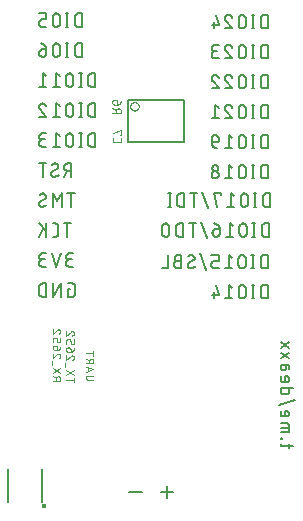
<source format=gbr>
G04 EAGLE Gerber RS-274X export*
G75*
%MOMM*%
%FSLAX34Y34*%
%LPD*%
%INSilkscreen Bottom*%
%IPPOS*%
%AMOC8*
5,1,8,0,0,1.08239X$1,22.5*%
G01*
%ADD10C,0.203200*%
%ADD11C,0.152400*%
%ADD12C,0.076200*%
%ADD13C,0.127000*%
%ADD14C,0.050800*%
%ADD15C,0.400000*%
%ADD16C,0.101600*%


D10*
X145550Y37796D02*
X135051Y37796D01*
X140300Y32547D02*
X140300Y43045D01*
X118880Y37796D02*
X108381Y37796D01*
D11*
X68310Y431752D02*
X68310Y442928D01*
X65205Y442928D01*
X65094Y442926D01*
X64984Y442920D01*
X64873Y442910D01*
X64763Y442896D01*
X64654Y442879D01*
X64545Y442857D01*
X64437Y442832D01*
X64331Y442802D01*
X64225Y442769D01*
X64120Y442732D01*
X64017Y442692D01*
X63916Y442647D01*
X63816Y442600D01*
X63717Y442548D01*
X63621Y442493D01*
X63527Y442435D01*
X63435Y442374D01*
X63345Y442309D01*
X63257Y442241D01*
X63172Y442170D01*
X63090Y442096D01*
X63010Y442019D01*
X62933Y441939D01*
X62859Y441857D01*
X62788Y441772D01*
X62720Y441684D01*
X62655Y441594D01*
X62594Y441502D01*
X62536Y441408D01*
X62481Y441312D01*
X62429Y441213D01*
X62382Y441113D01*
X62337Y441012D01*
X62297Y440909D01*
X62260Y440804D01*
X62227Y440698D01*
X62197Y440592D01*
X62172Y440484D01*
X62150Y440375D01*
X62133Y440266D01*
X62119Y440156D01*
X62109Y440045D01*
X62103Y439935D01*
X62101Y439824D01*
X62101Y434856D01*
X62103Y434745D01*
X62109Y434635D01*
X62119Y434524D01*
X62133Y434414D01*
X62150Y434305D01*
X62172Y434196D01*
X62197Y434088D01*
X62227Y433982D01*
X62260Y433876D01*
X62297Y433771D01*
X62337Y433668D01*
X62382Y433567D01*
X62429Y433467D01*
X62481Y433368D01*
X62536Y433272D01*
X62594Y433178D01*
X62655Y433086D01*
X62720Y432996D01*
X62788Y432908D01*
X62859Y432823D01*
X62933Y432741D01*
X63010Y432661D01*
X63090Y432584D01*
X63172Y432510D01*
X63257Y432439D01*
X63345Y432371D01*
X63435Y432306D01*
X63527Y432245D01*
X63621Y432187D01*
X63717Y432132D01*
X63816Y432080D01*
X63916Y432033D01*
X64017Y431988D01*
X64120Y431948D01*
X64225Y431911D01*
X64331Y431878D01*
X64437Y431848D01*
X64545Y431823D01*
X64654Y431801D01*
X64763Y431784D01*
X64873Y431770D01*
X64984Y431760D01*
X65094Y431754D01*
X65205Y431752D01*
X68310Y431752D01*
X55680Y431752D02*
X55680Y442928D01*
X56922Y431752D02*
X54439Y431752D01*
X54439Y442928D02*
X56922Y442928D01*
X49641Y439824D02*
X49641Y434856D01*
X49640Y439824D02*
X49638Y439935D01*
X49632Y440045D01*
X49622Y440156D01*
X49608Y440266D01*
X49591Y440375D01*
X49569Y440484D01*
X49544Y440592D01*
X49514Y440698D01*
X49481Y440804D01*
X49444Y440909D01*
X49404Y441012D01*
X49359Y441113D01*
X49312Y441213D01*
X49260Y441312D01*
X49205Y441408D01*
X49147Y441502D01*
X49086Y441594D01*
X49021Y441684D01*
X48953Y441772D01*
X48882Y441857D01*
X48808Y441939D01*
X48731Y442019D01*
X48651Y442096D01*
X48569Y442170D01*
X48484Y442241D01*
X48396Y442309D01*
X48306Y442374D01*
X48214Y442435D01*
X48120Y442493D01*
X48024Y442548D01*
X47925Y442600D01*
X47825Y442647D01*
X47724Y442692D01*
X47621Y442732D01*
X47516Y442769D01*
X47410Y442802D01*
X47304Y442832D01*
X47196Y442857D01*
X47087Y442879D01*
X46978Y442896D01*
X46868Y442910D01*
X46757Y442920D01*
X46647Y442926D01*
X46536Y442928D01*
X46425Y442926D01*
X46315Y442920D01*
X46204Y442910D01*
X46094Y442896D01*
X45985Y442879D01*
X45876Y442857D01*
X45768Y442832D01*
X45662Y442802D01*
X45556Y442769D01*
X45451Y442732D01*
X45348Y442692D01*
X45247Y442647D01*
X45147Y442600D01*
X45048Y442548D01*
X44952Y442493D01*
X44858Y442435D01*
X44766Y442374D01*
X44676Y442309D01*
X44588Y442241D01*
X44503Y442170D01*
X44421Y442096D01*
X44341Y442019D01*
X44264Y441939D01*
X44190Y441857D01*
X44119Y441772D01*
X44051Y441684D01*
X43986Y441594D01*
X43925Y441502D01*
X43867Y441408D01*
X43812Y441312D01*
X43760Y441213D01*
X43713Y441113D01*
X43668Y441012D01*
X43628Y440909D01*
X43591Y440804D01*
X43558Y440698D01*
X43528Y440592D01*
X43503Y440484D01*
X43481Y440375D01*
X43464Y440266D01*
X43450Y440156D01*
X43440Y440045D01*
X43434Y439935D01*
X43432Y439824D01*
X43432Y434856D01*
X43434Y434745D01*
X43440Y434635D01*
X43450Y434524D01*
X43464Y434414D01*
X43481Y434305D01*
X43503Y434196D01*
X43528Y434088D01*
X43558Y433982D01*
X43591Y433876D01*
X43628Y433771D01*
X43668Y433668D01*
X43713Y433567D01*
X43760Y433467D01*
X43812Y433368D01*
X43867Y433272D01*
X43925Y433178D01*
X43986Y433086D01*
X44051Y432996D01*
X44119Y432908D01*
X44190Y432823D01*
X44264Y432741D01*
X44341Y432661D01*
X44421Y432584D01*
X44503Y432510D01*
X44588Y432439D01*
X44676Y432371D01*
X44766Y432306D01*
X44858Y432245D01*
X44952Y432187D01*
X45048Y432132D01*
X45147Y432080D01*
X45247Y432033D01*
X45348Y431988D01*
X45451Y431948D01*
X45556Y431911D01*
X45662Y431878D01*
X45768Y431848D01*
X45876Y431823D01*
X45985Y431801D01*
X46094Y431784D01*
X46204Y431770D01*
X46315Y431760D01*
X46425Y431754D01*
X46536Y431752D01*
X46647Y431754D01*
X46757Y431760D01*
X46868Y431770D01*
X46978Y431784D01*
X47087Y431801D01*
X47196Y431823D01*
X47304Y431848D01*
X47410Y431878D01*
X47516Y431911D01*
X47621Y431948D01*
X47724Y431988D01*
X47825Y432033D01*
X47925Y432080D01*
X48024Y432132D01*
X48120Y432187D01*
X48214Y432245D01*
X48306Y432306D01*
X48396Y432371D01*
X48484Y432439D01*
X48569Y432510D01*
X48651Y432584D01*
X48731Y432661D01*
X48808Y432741D01*
X48882Y432823D01*
X48953Y432908D01*
X49021Y432996D01*
X49086Y433086D01*
X49147Y433178D01*
X49205Y433272D01*
X49260Y433368D01*
X49312Y433467D01*
X49359Y433567D01*
X49404Y433668D01*
X49444Y433771D01*
X49481Y433876D01*
X49514Y433982D01*
X49544Y434088D01*
X49569Y434196D01*
X49591Y434305D01*
X49608Y434414D01*
X49622Y434524D01*
X49632Y434635D01*
X49638Y434745D01*
X49640Y434856D01*
X38211Y431752D02*
X34486Y431752D01*
X34388Y431754D01*
X34291Y431760D01*
X34194Y431769D01*
X34097Y431783D01*
X34001Y431800D01*
X33906Y431821D01*
X33812Y431845D01*
X33718Y431874D01*
X33626Y431906D01*
X33535Y431941D01*
X33446Y431980D01*
X33358Y432023D01*
X33272Y432069D01*
X33188Y432118D01*
X33106Y432171D01*
X33026Y432226D01*
X32948Y432285D01*
X32873Y432347D01*
X32800Y432412D01*
X32730Y432480D01*
X32662Y432550D01*
X32597Y432623D01*
X32535Y432698D01*
X32476Y432776D01*
X32421Y432856D01*
X32368Y432938D01*
X32319Y433022D01*
X32273Y433108D01*
X32230Y433196D01*
X32191Y433285D01*
X32156Y433376D01*
X32124Y433468D01*
X32095Y433562D01*
X32071Y433656D01*
X32050Y433751D01*
X32033Y433847D01*
X32019Y433944D01*
X32010Y434041D01*
X32004Y434138D01*
X32002Y434236D01*
X32002Y435477D01*
X32004Y435575D01*
X32010Y435672D01*
X32019Y435769D01*
X32033Y435866D01*
X32050Y435962D01*
X32071Y436057D01*
X32095Y436151D01*
X32124Y436245D01*
X32156Y436337D01*
X32191Y436428D01*
X32230Y436517D01*
X32273Y436605D01*
X32319Y436691D01*
X32368Y436775D01*
X32421Y436857D01*
X32476Y436937D01*
X32535Y437015D01*
X32597Y437090D01*
X32662Y437163D01*
X32730Y437233D01*
X32800Y437301D01*
X32873Y437366D01*
X32948Y437428D01*
X33026Y437487D01*
X33106Y437542D01*
X33188Y437595D01*
X33272Y437644D01*
X33358Y437690D01*
X33446Y437733D01*
X33535Y437772D01*
X33626Y437807D01*
X33718Y437839D01*
X33812Y437868D01*
X33906Y437892D01*
X34001Y437913D01*
X34097Y437930D01*
X34194Y437944D01*
X34291Y437953D01*
X34388Y437959D01*
X34486Y437961D01*
X38211Y437961D01*
X38211Y442928D01*
X32002Y442928D01*
X68310Y417528D02*
X68310Y406352D01*
X68310Y417528D02*
X65205Y417528D01*
X65094Y417526D01*
X64984Y417520D01*
X64873Y417510D01*
X64763Y417496D01*
X64654Y417479D01*
X64545Y417457D01*
X64437Y417432D01*
X64331Y417402D01*
X64225Y417369D01*
X64120Y417332D01*
X64017Y417292D01*
X63916Y417247D01*
X63816Y417200D01*
X63717Y417148D01*
X63621Y417093D01*
X63527Y417035D01*
X63435Y416974D01*
X63345Y416909D01*
X63257Y416841D01*
X63172Y416770D01*
X63090Y416696D01*
X63010Y416619D01*
X62933Y416539D01*
X62859Y416457D01*
X62788Y416372D01*
X62720Y416284D01*
X62655Y416194D01*
X62594Y416102D01*
X62536Y416008D01*
X62481Y415912D01*
X62429Y415813D01*
X62382Y415713D01*
X62337Y415612D01*
X62297Y415509D01*
X62260Y415404D01*
X62227Y415298D01*
X62197Y415192D01*
X62172Y415084D01*
X62150Y414975D01*
X62133Y414866D01*
X62119Y414756D01*
X62109Y414645D01*
X62103Y414535D01*
X62101Y414424D01*
X62101Y409456D01*
X62103Y409345D01*
X62109Y409235D01*
X62119Y409124D01*
X62133Y409014D01*
X62150Y408905D01*
X62172Y408796D01*
X62197Y408688D01*
X62227Y408582D01*
X62260Y408476D01*
X62297Y408371D01*
X62337Y408268D01*
X62382Y408167D01*
X62429Y408067D01*
X62481Y407968D01*
X62536Y407872D01*
X62594Y407778D01*
X62655Y407686D01*
X62720Y407596D01*
X62788Y407508D01*
X62859Y407423D01*
X62933Y407341D01*
X63010Y407261D01*
X63090Y407184D01*
X63172Y407110D01*
X63257Y407039D01*
X63345Y406971D01*
X63435Y406906D01*
X63527Y406845D01*
X63621Y406787D01*
X63717Y406732D01*
X63816Y406680D01*
X63916Y406633D01*
X64017Y406588D01*
X64120Y406548D01*
X64225Y406511D01*
X64331Y406478D01*
X64437Y406448D01*
X64545Y406423D01*
X64654Y406401D01*
X64763Y406384D01*
X64873Y406370D01*
X64984Y406360D01*
X65094Y406354D01*
X65205Y406352D01*
X68310Y406352D01*
X55680Y406352D02*
X55680Y417528D01*
X56922Y406352D02*
X54439Y406352D01*
X54439Y417528D02*
X56922Y417528D01*
X49641Y414424D02*
X49641Y409456D01*
X49640Y414424D02*
X49638Y414535D01*
X49632Y414645D01*
X49622Y414756D01*
X49608Y414866D01*
X49591Y414975D01*
X49569Y415084D01*
X49544Y415192D01*
X49514Y415298D01*
X49481Y415404D01*
X49444Y415509D01*
X49404Y415612D01*
X49359Y415713D01*
X49312Y415813D01*
X49260Y415912D01*
X49205Y416008D01*
X49147Y416102D01*
X49086Y416194D01*
X49021Y416284D01*
X48953Y416372D01*
X48882Y416457D01*
X48808Y416539D01*
X48731Y416619D01*
X48651Y416696D01*
X48569Y416770D01*
X48484Y416841D01*
X48396Y416909D01*
X48306Y416974D01*
X48214Y417035D01*
X48120Y417093D01*
X48024Y417148D01*
X47925Y417200D01*
X47825Y417247D01*
X47724Y417292D01*
X47621Y417332D01*
X47516Y417369D01*
X47410Y417402D01*
X47304Y417432D01*
X47196Y417457D01*
X47087Y417479D01*
X46978Y417496D01*
X46868Y417510D01*
X46757Y417520D01*
X46647Y417526D01*
X46536Y417528D01*
X46425Y417526D01*
X46315Y417520D01*
X46204Y417510D01*
X46094Y417496D01*
X45985Y417479D01*
X45876Y417457D01*
X45768Y417432D01*
X45662Y417402D01*
X45556Y417369D01*
X45451Y417332D01*
X45348Y417292D01*
X45247Y417247D01*
X45147Y417200D01*
X45048Y417148D01*
X44952Y417093D01*
X44858Y417035D01*
X44766Y416974D01*
X44676Y416909D01*
X44588Y416841D01*
X44503Y416770D01*
X44421Y416696D01*
X44341Y416619D01*
X44264Y416539D01*
X44190Y416457D01*
X44119Y416372D01*
X44051Y416284D01*
X43986Y416194D01*
X43925Y416102D01*
X43867Y416008D01*
X43812Y415912D01*
X43760Y415813D01*
X43713Y415713D01*
X43668Y415612D01*
X43628Y415509D01*
X43591Y415404D01*
X43558Y415298D01*
X43528Y415192D01*
X43503Y415084D01*
X43481Y414975D01*
X43464Y414866D01*
X43450Y414756D01*
X43440Y414645D01*
X43434Y414535D01*
X43432Y414424D01*
X43432Y409456D01*
X43434Y409345D01*
X43440Y409235D01*
X43450Y409124D01*
X43464Y409014D01*
X43481Y408905D01*
X43503Y408796D01*
X43528Y408688D01*
X43558Y408582D01*
X43591Y408476D01*
X43628Y408371D01*
X43668Y408268D01*
X43713Y408167D01*
X43760Y408067D01*
X43812Y407968D01*
X43867Y407872D01*
X43925Y407778D01*
X43986Y407686D01*
X44051Y407596D01*
X44119Y407508D01*
X44190Y407423D01*
X44264Y407341D01*
X44341Y407261D01*
X44421Y407184D01*
X44503Y407110D01*
X44588Y407039D01*
X44676Y406971D01*
X44766Y406906D01*
X44858Y406845D01*
X44952Y406787D01*
X45048Y406732D01*
X45147Y406680D01*
X45247Y406633D01*
X45348Y406588D01*
X45451Y406548D01*
X45556Y406511D01*
X45662Y406478D01*
X45768Y406448D01*
X45876Y406423D01*
X45985Y406401D01*
X46094Y406384D01*
X46204Y406370D01*
X46315Y406360D01*
X46425Y406354D01*
X46536Y406352D01*
X46647Y406354D01*
X46757Y406360D01*
X46868Y406370D01*
X46978Y406384D01*
X47087Y406401D01*
X47196Y406423D01*
X47304Y406448D01*
X47410Y406478D01*
X47516Y406511D01*
X47621Y406548D01*
X47724Y406588D01*
X47825Y406633D01*
X47925Y406680D01*
X48024Y406732D01*
X48120Y406787D01*
X48214Y406845D01*
X48306Y406906D01*
X48396Y406971D01*
X48484Y407039D01*
X48569Y407110D01*
X48651Y407184D01*
X48731Y407261D01*
X48808Y407341D01*
X48882Y407423D01*
X48953Y407508D01*
X49021Y407596D01*
X49086Y407686D01*
X49147Y407778D01*
X49205Y407872D01*
X49260Y407968D01*
X49312Y408067D01*
X49359Y408167D01*
X49404Y408268D01*
X49444Y408371D01*
X49481Y408476D01*
X49514Y408582D01*
X49544Y408688D01*
X49569Y408796D01*
X49591Y408905D01*
X49608Y409014D01*
X49622Y409124D01*
X49632Y409235D01*
X49638Y409345D01*
X49640Y409456D01*
X38211Y412561D02*
X34486Y412561D01*
X34388Y412559D01*
X34291Y412553D01*
X34194Y412544D01*
X34097Y412530D01*
X34001Y412513D01*
X33906Y412492D01*
X33812Y412468D01*
X33718Y412439D01*
X33626Y412407D01*
X33535Y412372D01*
X33446Y412333D01*
X33358Y412290D01*
X33272Y412244D01*
X33188Y412195D01*
X33106Y412142D01*
X33026Y412087D01*
X32948Y412028D01*
X32873Y411966D01*
X32800Y411901D01*
X32730Y411833D01*
X32662Y411763D01*
X32597Y411690D01*
X32535Y411615D01*
X32476Y411537D01*
X32421Y411457D01*
X32368Y411375D01*
X32319Y411291D01*
X32273Y411205D01*
X32230Y411117D01*
X32191Y411028D01*
X32156Y410937D01*
X32124Y410845D01*
X32095Y410751D01*
X32071Y410657D01*
X32050Y410562D01*
X32033Y410466D01*
X32019Y410369D01*
X32010Y410272D01*
X32004Y410175D01*
X32002Y410077D01*
X32002Y409456D01*
X32004Y409345D01*
X32010Y409235D01*
X32020Y409124D01*
X32034Y409014D01*
X32051Y408905D01*
X32073Y408796D01*
X32098Y408688D01*
X32128Y408582D01*
X32161Y408476D01*
X32198Y408371D01*
X32238Y408268D01*
X32283Y408167D01*
X32330Y408067D01*
X32382Y407968D01*
X32437Y407872D01*
X32495Y407778D01*
X32556Y407686D01*
X32621Y407596D01*
X32689Y407508D01*
X32760Y407423D01*
X32834Y407341D01*
X32911Y407261D01*
X32991Y407184D01*
X33073Y407110D01*
X33158Y407039D01*
X33246Y406971D01*
X33336Y406906D01*
X33428Y406845D01*
X33522Y406787D01*
X33618Y406732D01*
X33717Y406680D01*
X33817Y406633D01*
X33918Y406588D01*
X34021Y406548D01*
X34126Y406511D01*
X34232Y406478D01*
X34338Y406448D01*
X34446Y406423D01*
X34555Y406401D01*
X34664Y406384D01*
X34774Y406370D01*
X34885Y406360D01*
X34995Y406354D01*
X35106Y406352D01*
X35217Y406354D01*
X35327Y406360D01*
X35438Y406370D01*
X35548Y406384D01*
X35657Y406401D01*
X35766Y406423D01*
X35874Y406448D01*
X35980Y406478D01*
X36086Y406511D01*
X36191Y406548D01*
X36294Y406588D01*
X36395Y406633D01*
X36495Y406680D01*
X36594Y406732D01*
X36690Y406787D01*
X36784Y406845D01*
X36876Y406906D01*
X36966Y406971D01*
X37054Y407039D01*
X37139Y407110D01*
X37221Y407184D01*
X37301Y407261D01*
X37378Y407341D01*
X37452Y407423D01*
X37523Y407508D01*
X37591Y407596D01*
X37656Y407686D01*
X37717Y407778D01*
X37775Y407872D01*
X37830Y407968D01*
X37882Y408067D01*
X37929Y408167D01*
X37974Y408268D01*
X38014Y408371D01*
X38051Y408476D01*
X38084Y408582D01*
X38114Y408688D01*
X38139Y408796D01*
X38161Y408905D01*
X38178Y409014D01*
X38192Y409124D01*
X38202Y409235D01*
X38208Y409345D01*
X38210Y409456D01*
X38211Y409456D02*
X38211Y412561D01*
X38209Y412700D01*
X38203Y412839D01*
X38193Y412978D01*
X38180Y413117D01*
X38162Y413255D01*
X38141Y413393D01*
X38116Y413530D01*
X38086Y413666D01*
X38054Y413802D01*
X38017Y413936D01*
X37976Y414069D01*
X37932Y414201D01*
X37884Y414332D01*
X37833Y414462D01*
X37778Y414590D01*
X37719Y414716D01*
X37657Y414841D01*
X37591Y414964D01*
X37522Y415085D01*
X37450Y415204D01*
X37374Y415320D01*
X37295Y415435D01*
X37213Y415548D01*
X37127Y415658D01*
X37039Y415766D01*
X36948Y415871D01*
X36853Y415973D01*
X36756Y416073D01*
X36656Y416170D01*
X36554Y416265D01*
X36449Y416356D01*
X36341Y416444D01*
X36231Y416530D01*
X36118Y416612D01*
X36004Y416691D01*
X35887Y416767D01*
X35768Y416839D01*
X35647Y416908D01*
X35524Y416974D01*
X35399Y417036D01*
X35273Y417095D01*
X35145Y417150D01*
X35015Y417201D01*
X34885Y417249D01*
X34752Y417293D01*
X34619Y417334D01*
X34485Y417371D01*
X34349Y417403D01*
X34213Y417433D01*
X34076Y417458D01*
X33938Y417479D01*
X33800Y417497D01*
X33662Y417510D01*
X33523Y417520D01*
X33383Y417526D01*
X33244Y417528D01*
X79740Y392128D02*
X79740Y380952D01*
X79740Y392128D02*
X76635Y392128D01*
X76524Y392126D01*
X76414Y392120D01*
X76303Y392110D01*
X76193Y392096D01*
X76084Y392079D01*
X75975Y392057D01*
X75867Y392032D01*
X75761Y392002D01*
X75655Y391969D01*
X75550Y391932D01*
X75447Y391892D01*
X75346Y391847D01*
X75246Y391800D01*
X75147Y391748D01*
X75051Y391693D01*
X74957Y391635D01*
X74865Y391574D01*
X74775Y391509D01*
X74687Y391441D01*
X74602Y391370D01*
X74520Y391296D01*
X74440Y391219D01*
X74363Y391139D01*
X74289Y391057D01*
X74218Y390972D01*
X74150Y390884D01*
X74085Y390794D01*
X74024Y390702D01*
X73966Y390608D01*
X73911Y390512D01*
X73859Y390413D01*
X73812Y390313D01*
X73767Y390212D01*
X73727Y390109D01*
X73690Y390004D01*
X73657Y389898D01*
X73627Y389792D01*
X73602Y389684D01*
X73580Y389575D01*
X73563Y389466D01*
X73549Y389356D01*
X73539Y389245D01*
X73533Y389135D01*
X73531Y389024D01*
X73531Y384056D01*
X73533Y383945D01*
X73539Y383835D01*
X73549Y383724D01*
X73563Y383614D01*
X73580Y383505D01*
X73602Y383396D01*
X73627Y383288D01*
X73657Y383182D01*
X73690Y383076D01*
X73727Y382971D01*
X73767Y382868D01*
X73812Y382767D01*
X73859Y382667D01*
X73911Y382568D01*
X73966Y382472D01*
X74024Y382378D01*
X74085Y382286D01*
X74150Y382196D01*
X74218Y382108D01*
X74289Y382023D01*
X74363Y381941D01*
X74440Y381861D01*
X74520Y381784D01*
X74602Y381710D01*
X74687Y381639D01*
X74775Y381571D01*
X74865Y381506D01*
X74957Y381445D01*
X75051Y381387D01*
X75147Y381332D01*
X75246Y381280D01*
X75346Y381233D01*
X75447Y381188D01*
X75550Y381148D01*
X75655Y381111D01*
X75761Y381078D01*
X75867Y381048D01*
X75975Y381023D01*
X76084Y381001D01*
X76193Y380984D01*
X76303Y380970D01*
X76414Y380960D01*
X76524Y380954D01*
X76635Y380952D01*
X79740Y380952D01*
X67110Y380952D02*
X67110Y392128D01*
X68352Y380952D02*
X65869Y380952D01*
X65869Y392128D02*
X68352Y392128D01*
X61071Y389024D02*
X61071Y384056D01*
X61070Y389024D02*
X61068Y389135D01*
X61062Y389245D01*
X61052Y389356D01*
X61038Y389466D01*
X61021Y389575D01*
X60999Y389684D01*
X60974Y389792D01*
X60944Y389898D01*
X60911Y390004D01*
X60874Y390109D01*
X60834Y390212D01*
X60789Y390313D01*
X60742Y390413D01*
X60690Y390512D01*
X60635Y390608D01*
X60577Y390702D01*
X60516Y390794D01*
X60451Y390884D01*
X60383Y390972D01*
X60312Y391057D01*
X60238Y391139D01*
X60161Y391219D01*
X60081Y391296D01*
X59999Y391370D01*
X59914Y391441D01*
X59826Y391509D01*
X59736Y391574D01*
X59644Y391635D01*
X59550Y391693D01*
X59454Y391748D01*
X59355Y391800D01*
X59255Y391847D01*
X59154Y391892D01*
X59051Y391932D01*
X58946Y391969D01*
X58840Y392002D01*
X58734Y392032D01*
X58626Y392057D01*
X58517Y392079D01*
X58408Y392096D01*
X58298Y392110D01*
X58187Y392120D01*
X58077Y392126D01*
X57966Y392128D01*
X57855Y392126D01*
X57745Y392120D01*
X57634Y392110D01*
X57524Y392096D01*
X57415Y392079D01*
X57306Y392057D01*
X57198Y392032D01*
X57092Y392002D01*
X56986Y391969D01*
X56881Y391932D01*
X56778Y391892D01*
X56677Y391847D01*
X56577Y391800D01*
X56478Y391748D01*
X56382Y391693D01*
X56288Y391635D01*
X56196Y391574D01*
X56106Y391509D01*
X56018Y391441D01*
X55933Y391370D01*
X55851Y391296D01*
X55771Y391219D01*
X55694Y391139D01*
X55620Y391057D01*
X55549Y390972D01*
X55481Y390884D01*
X55416Y390794D01*
X55355Y390702D01*
X55297Y390608D01*
X55242Y390512D01*
X55190Y390413D01*
X55143Y390313D01*
X55098Y390212D01*
X55058Y390109D01*
X55021Y390004D01*
X54988Y389898D01*
X54958Y389792D01*
X54933Y389684D01*
X54911Y389575D01*
X54894Y389466D01*
X54880Y389356D01*
X54870Y389245D01*
X54864Y389135D01*
X54862Y389024D01*
X54862Y384056D01*
X54864Y383945D01*
X54870Y383835D01*
X54880Y383724D01*
X54894Y383614D01*
X54911Y383505D01*
X54933Y383396D01*
X54958Y383288D01*
X54988Y383182D01*
X55021Y383076D01*
X55058Y382971D01*
X55098Y382868D01*
X55143Y382767D01*
X55190Y382667D01*
X55242Y382568D01*
X55297Y382472D01*
X55355Y382378D01*
X55416Y382286D01*
X55481Y382196D01*
X55549Y382108D01*
X55620Y382023D01*
X55694Y381941D01*
X55771Y381861D01*
X55851Y381784D01*
X55933Y381710D01*
X56018Y381639D01*
X56106Y381571D01*
X56196Y381506D01*
X56288Y381445D01*
X56382Y381387D01*
X56478Y381332D01*
X56577Y381280D01*
X56677Y381233D01*
X56778Y381188D01*
X56881Y381148D01*
X56986Y381111D01*
X57092Y381078D01*
X57198Y381048D01*
X57306Y381023D01*
X57415Y381001D01*
X57524Y380984D01*
X57634Y380970D01*
X57745Y380960D01*
X57855Y380954D01*
X57966Y380952D01*
X58077Y380954D01*
X58187Y380960D01*
X58298Y380970D01*
X58408Y380984D01*
X58517Y381001D01*
X58626Y381023D01*
X58734Y381048D01*
X58840Y381078D01*
X58946Y381111D01*
X59051Y381148D01*
X59154Y381188D01*
X59255Y381233D01*
X59355Y381280D01*
X59454Y381332D01*
X59550Y381387D01*
X59644Y381445D01*
X59736Y381506D01*
X59826Y381571D01*
X59914Y381639D01*
X59999Y381710D01*
X60081Y381784D01*
X60161Y381861D01*
X60238Y381941D01*
X60312Y382023D01*
X60383Y382108D01*
X60451Y382196D01*
X60516Y382286D01*
X60577Y382378D01*
X60635Y382472D01*
X60690Y382568D01*
X60742Y382667D01*
X60789Y382767D01*
X60834Y382868D01*
X60874Y382971D01*
X60911Y383076D01*
X60944Y383182D01*
X60974Y383288D01*
X60999Y383396D01*
X61021Y383505D01*
X61038Y383614D01*
X61052Y383724D01*
X61062Y383835D01*
X61068Y383945D01*
X61070Y384056D01*
X49641Y389644D02*
X46536Y392128D01*
X46536Y380952D01*
X43432Y380952D02*
X49641Y380952D01*
X38211Y389644D02*
X35106Y392128D01*
X35106Y380952D01*
X32002Y380952D02*
X38211Y380952D01*
X79740Y366728D02*
X79740Y355552D01*
X79740Y366728D02*
X76635Y366728D01*
X76524Y366726D01*
X76414Y366720D01*
X76303Y366710D01*
X76193Y366696D01*
X76084Y366679D01*
X75975Y366657D01*
X75867Y366632D01*
X75761Y366602D01*
X75655Y366569D01*
X75550Y366532D01*
X75447Y366492D01*
X75346Y366447D01*
X75246Y366400D01*
X75147Y366348D01*
X75051Y366293D01*
X74957Y366235D01*
X74865Y366174D01*
X74775Y366109D01*
X74687Y366041D01*
X74602Y365970D01*
X74520Y365896D01*
X74440Y365819D01*
X74363Y365739D01*
X74289Y365657D01*
X74218Y365572D01*
X74150Y365484D01*
X74085Y365394D01*
X74024Y365302D01*
X73966Y365208D01*
X73911Y365112D01*
X73859Y365013D01*
X73812Y364913D01*
X73767Y364812D01*
X73727Y364709D01*
X73690Y364604D01*
X73657Y364498D01*
X73627Y364392D01*
X73602Y364284D01*
X73580Y364175D01*
X73563Y364066D01*
X73549Y363956D01*
X73539Y363845D01*
X73533Y363735D01*
X73531Y363624D01*
X73531Y358656D01*
X73533Y358545D01*
X73539Y358435D01*
X73549Y358324D01*
X73563Y358214D01*
X73580Y358105D01*
X73602Y357996D01*
X73627Y357888D01*
X73657Y357782D01*
X73690Y357676D01*
X73727Y357571D01*
X73767Y357468D01*
X73812Y357367D01*
X73859Y357267D01*
X73911Y357168D01*
X73966Y357072D01*
X74024Y356978D01*
X74085Y356886D01*
X74150Y356796D01*
X74218Y356708D01*
X74289Y356623D01*
X74363Y356541D01*
X74440Y356461D01*
X74520Y356384D01*
X74602Y356310D01*
X74687Y356239D01*
X74775Y356171D01*
X74865Y356106D01*
X74957Y356045D01*
X75051Y355987D01*
X75147Y355932D01*
X75246Y355880D01*
X75346Y355833D01*
X75447Y355788D01*
X75550Y355748D01*
X75655Y355711D01*
X75761Y355678D01*
X75867Y355648D01*
X75975Y355623D01*
X76084Y355601D01*
X76193Y355584D01*
X76303Y355570D01*
X76414Y355560D01*
X76524Y355554D01*
X76635Y355552D01*
X79740Y355552D01*
X67110Y355552D02*
X67110Y366728D01*
X68352Y355552D02*
X65869Y355552D01*
X65869Y366728D02*
X68352Y366728D01*
X61071Y363624D02*
X61071Y358656D01*
X61070Y363624D02*
X61068Y363735D01*
X61062Y363845D01*
X61052Y363956D01*
X61038Y364066D01*
X61021Y364175D01*
X60999Y364284D01*
X60974Y364392D01*
X60944Y364498D01*
X60911Y364604D01*
X60874Y364709D01*
X60834Y364812D01*
X60789Y364913D01*
X60742Y365013D01*
X60690Y365112D01*
X60635Y365208D01*
X60577Y365302D01*
X60516Y365394D01*
X60451Y365484D01*
X60383Y365572D01*
X60312Y365657D01*
X60238Y365739D01*
X60161Y365819D01*
X60081Y365896D01*
X59999Y365970D01*
X59914Y366041D01*
X59826Y366109D01*
X59736Y366174D01*
X59644Y366235D01*
X59550Y366293D01*
X59454Y366348D01*
X59355Y366400D01*
X59255Y366447D01*
X59154Y366492D01*
X59051Y366532D01*
X58946Y366569D01*
X58840Y366602D01*
X58734Y366632D01*
X58626Y366657D01*
X58517Y366679D01*
X58408Y366696D01*
X58298Y366710D01*
X58187Y366720D01*
X58077Y366726D01*
X57966Y366728D01*
X57855Y366726D01*
X57745Y366720D01*
X57634Y366710D01*
X57524Y366696D01*
X57415Y366679D01*
X57306Y366657D01*
X57198Y366632D01*
X57092Y366602D01*
X56986Y366569D01*
X56881Y366532D01*
X56778Y366492D01*
X56677Y366447D01*
X56577Y366400D01*
X56478Y366348D01*
X56382Y366293D01*
X56288Y366235D01*
X56196Y366174D01*
X56106Y366109D01*
X56018Y366041D01*
X55933Y365970D01*
X55851Y365896D01*
X55771Y365819D01*
X55694Y365739D01*
X55620Y365657D01*
X55549Y365572D01*
X55481Y365484D01*
X55416Y365394D01*
X55355Y365302D01*
X55297Y365208D01*
X55242Y365112D01*
X55190Y365013D01*
X55143Y364913D01*
X55098Y364812D01*
X55058Y364709D01*
X55021Y364604D01*
X54988Y364498D01*
X54958Y364392D01*
X54933Y364284D01*
X54911Y364175D01*
X54894Y364066D01*
X54880Y363956D01*
X54870Y363845D01*
X54864Y363735D01*
X54862Y363624D01*
X54862Y358656D01*
X54864Y358545D01*
X54870Y358435D01*
X54880Y358324D01*
X54894Y358214D01*
X54911Y358105D01*
X54933Y357996D01*
X54958Y357888D01*
X54988Y357782D01*
X55021Y357676D01*
X55058Y357571D01*
X55098Y357468D01*
X55143Y357367D01*
X55190Y357267D01*
X55242Y357168D01*
X55297Y357072D01*
X55355Y356978D01*
X55416Y356886D01*
X55481Y356796D01*
X55549Y356708D01*
X55620Y356623D01*
X55694Y356541D01*
X55771Y356461D01*
X55851Y356384D01*
X55933Y356310D01*
X56018Y356239D01*
X56106Y356171D01*
X56196Y356106D01*
X56288Y356045D01*
X56382Y355987D01*
X56478Y355932D01*
X56577Y355880D01*
X56677Y355833D01*
X56778Y355788D01*
X56881Y355748D01*
X56986Y355711D01*
X57092Y355678D01*
X57198Y355648D01*
X57306Y355623D01*
X57415Y355601D01*
X57524Y355584D01*
X57634Y355570D01*
X57745Y355560D01*
X57855Y355554D01*
X57966Y355552D01*
X58077Y355554D01*
X58187Y355560D01*
X58298Y355570D01*
X58408Y355584D01*
X58517Y355601D01*
X58626Y355623D01*
X58734Y355648D01*
X58840Y355678D01*
X58946Y355711D01*
X59051Y355748D01*
X59154Y355788D01*
X59255Y355833D01*
X59355Y355880D01*
X59454Y355932D01*
X59550Y355987D01*
X59644Y356045D01*
X59736Y356106D01*
X59826Y356171D01*
X59914Y356239D01*
X59999Y356310D01*
X60081Y356384D01*
X60161Y356461D01*
X60238Y356541D01*
X60312Y356623D01*
X60383Y356708D01*
X60451Y356796D01*
X60516Y356886D01*
X60577Y356978D01*
X60635Y357072D01*
X60690Y357168D01*
X60742Y357267D01*
X60789Y357367D01*
X60834Y357468D01*
X60874Y357571D01*
X60911Y357676D01*
X60944Y357782D01*
X60974Y357888D01*
X60999Y357996D01*
X61021Y358105D01*
X61038Y358214D01*
X61052Y358324D01*
X61062Y358435D01*
X61068Y358545D01*
X61070Y358656D01*
X49641Y364244D02*
X46536Y366728D01*
X46536Y355552D01*
X43432Y355552D02*
X49641Y355552D01*
X34796Y366728D02*
X34692Y366726D01*
X34587Y366720D01*
X34483Y366710D01*
X34380Y366697D01*
X34277Y366679D01*
X34174Y366658D01*
X34073Y366633D01*
X33972Y366604D01*
X33873Y366571D01*
X33775Y366535D01*
X33679Y366495D01*
X33584Y366451D01*
X33490Y366404D01*
X33399Y366354D01*
X33310Y366300D01*
X33222Y366243D01*
X33137Y366182D01*
X33054Y366118D01*
X32974Y366052D01*
X32896Y365982D01*
X32820Y365910D01*
X32748Y365834D01*
X32678Y365756D01*
X32612Y365676D01*
X32548Y365593D01*
X32487Y365508D01*
X32430Y365420D01*
X32376Y365331D01*
X32326Y365240D01*
X32279Y365146D01*
X32235Y365051D01*
X32195Y364955D01*
X32159Y364857D01*
X32126Y364758D01*
X32097Y364657D01*
X32072Y364556D01*
X32051Y364453D01*
X32033Y364350D01*
X32020Y364247D01*
X32010Y364143D01*
X32004Y364038D01*
X32002Y363934D01*
X34796Y366729D02*
X34915Y366727D01*
X35033Y366721D01*
X35152Y366711D01*
X35270Y366698D01*
X35387Y366680D01*
X35504Y366658D01*
X35620Y366633D01*
X35735Y366604D01*
X35850Y366571D01*
X35963Y366534D01*
X36074Y366494D01*
X36185Y366450D01*
X36293Y366402D01*
X36400Y366351D01*
X36506Y366296D01*
X36609Y366237D01*
X36711Y366176D01*
X36810Y366111D01*
X36908Y366042D01*
X37002Y365971D01*
X37095Y365896D01*
X37185Y365819D01*
X37272Y365738D01*
X37357Y365655D01*
X37439Y365569D01*
X37518Y365480D01*
X37594Y365389D01*
X37667Y365295D01*
X37736Y365199D01*
X37803Y365100D01*
X37866Y365000D01*
X37926Y364897D01*
X37983Y364793D01*
X38035Y364686D01*
X38085Y364578D01*
X38131Y364469D01*
X38173Y364357D01*
X38211Y364245D01*
X32933Y361761D02*
X32858Y361835D01*
X32786Y361912D01*
X32716Y361991D01*
X32649Y362073D01*
X32585Y362157D01*
X32524Y362243D01*
X32466Y362331D01*
X32411Y362422D01*
X32359Y362514D01*
X32311Y362608D01*
X32266Y362703D01*
X32224Y362801D01*
X32186Y362899D01*
X32151Y362999D01*
X32120Y363100D01*
X32093Y363202D01*
X32069Y363305D01*
X32048Y363408D01*
X32032Y363513D01*
X32019Y363618D01*
X32009Y363723D01*
X32004Y363828D01*
X32002Y363934D01*
X32933Y361761D02*
X38211Y355552D01*
X32002Y355552D01*
X79740Y341328D02*
X79740Y330152D01*
X79740Y341328D02*
X76635Y341328D01*
X76524Y341326D01*
X76414Y341320D01*
X76303Y341310D01*
X76193Y341296D01*
X76084Y341279D01*
X75975Y341257D01*
X75867Y341232D01*
X75761Y341202D01*
X75655Y341169D01*
X75550Y341132D01*
X75447Y341092D01*
X75346Y341047D01*
X75246Y341000D01*
X75147Y340948D01*
X75051Y340893D01*
X74957Y340835D01*
X74865Y340774D01*
X74775Y340709D01*
X74687Y340641D01*
X74602Y340570D01*
X74520Y340496D01*
X74440Y340419D01*
X74363Y340339D01*
X74289Y340257D01*
X74218Y340172D01*
X74150Y340084D01*
X74085Y339994D01*
X74024Y339902D01*
X73966Y339808D01*
X73911Y339712D01*
X73859Y339613D01*
X73812Y339513D01*
X73767Y339412D01*
X73727Y339309D01*
X73690Y339204D01*
X73657Y339098D01*
X73627Y338992D01*
X73602Y338884D01*
X73580Y338775D01*
X73563Y338666D01*
X73549Y338556D01*
X73539Y338445D01*
X73533Y338335D01*
X73531Y338224D01*
X73531Y333256D01*
X73533Y333145D01*
X73539Y333035D01*
X73549Y332924D01*
X73563Y332814D01*
X73580Y332705D01*
X73602Y332596D01*
X73627Y332488D01*
X73657Y332382D01*
X73690Y332276D01*
X73727Y332171D01*
X73767Y332068D01*
X73812Y331967D01*
X73859Y331867D01*
X73911Y331768D01*
X73966Y331672D01*
X74024Y331578D01*
X74085Y331486D01*
X74150Y331396D01*
X74218Y331308D01*
X74289Y331223D01*
X74363Y331141D01*
X74440Y331061D01*
X74520Y330984D01*
X74602Y330910D01*
X74687Y330839D01*
X74775Y330771D01*
X74865Y330706D01*
X74957Y330645D01*
X75051Y330587D01*
X75147Y330532D01*
X75246Y330480D01*
X75346Y330433D01*
X75447Y330388D01*
X75550Y330348D01*
X75655Y330311D01*
X75761Y330278D01*
X75867Y330248D01*
X75975Y330223D01*
X76084Y330201D01*
X76193Y330184D01*
X76303Y330170D01*
X76414Y330160D01*
X76524Y330154D01*
X76635Y330152D01*
X79740Y330152D01*
X67110Y330152D02*
X67110Y341328D01*
X68352Y330152D02*
X65869Y330152D01*
X65869Y341328D02*
X68352Y341328D01*
X61071Y338224D02*
X61071Y333256D01*
X61070Y338224D02*
X61068Y338335D01*
X61062Y338445D01*
X61052Y338556D01*
X61038Y338666D01*
X61021Y338775D01*
X60999Y338884D01*
X60974Y338992D01*
X60944Y339098D01*
X60911Y339204D01*
X60874Y339309D01*
X60834Y339412D01*
X60789Y339513D01*
X60742Y339613D01*
X60690Y339712D01*
X60635Y339808D01*
X60577Y339902D01*
X60516Y339994D01*
X60451Y340084D01*
X60383Y340172D01*
X60312Y340257D01*
X60238Y340339D01*
X60161Y340419D01*
X60081Y340496D01*
X59999Y340570D01*
X59914Y340641D01*
X59826Y340709D01*
X59736Y340774D01*
X59644Y340835D01*
X59550Y340893D01*
X59454Y340948D01*
X59355Y341000D01*
X59255Y341047D01*
X59154Y341092D01*
X59051Y341132D01*
X58946Y341169D01*
X58840Y341202D01*
X58734Y341232D01*
X58626Y341257D01*
X58517Y341279D01*
X58408Y341296D01*
X58298Y341310D01*
X58187Y341320D01*
X58077Y341326D01*
X57966Y341328D01*
X57855Y341326D01*
X57745Y341320D01*
X57634Y341310D01*
X57524Y341296D01*
X57415Y341279D01*
X57306Y341257D01*
X57198Y341232D01*
X57092Y341202D01*
X56986Y341169D01*
X56881Y341132D01*
X56778Y341092D01*
X56677Y341047D01*
X56577Y341000D01*
X56478Y340948D01*
X56382Y340893D01*
X56288Y340835D01*
X56196Y340774D01*
X56106Y340709D01*
X56018Y340641D01*
X55933Y340570D01*
X55851Y340496D01*
X55771Y340419D01*
X55694Y340339D01*
X55620Y340257D01*
X55549Y340172D01*
X55481Y340084D01*
X55416Y339994D01*
X55355Y339902D01*
X55297Y339808D01*
X55242Y339712D01*
X55190Y339613D01*
X55143Y339513D01*
X55098Y339412D01*
X55058Y339309D01*
X55021Y339204D01*
X54988Y339098D01*
X54958Y338992D01*
X54933Y338884D01*
X54911Y338775D01*
X54894Y338666D01*
X54880Y338556D01*
X54870Y338445D01*
X54864Y338335D01*
X54862Y338224D01*
X54862Y333256D01*
X54864Y333145D01*
X54870Y333035D01*
X54880Y332924D01*
X54894Y332814D01*
X54911Y332705D01*
X54933Y332596D01*
X54958Y332488D01*
X54988Y332382D01*
X55021Y332276D01*
X55058Y332171D01*
X55098Y332068D01*
X55143Y331967D01*
X55190Y331867D01*
X55242Y331768D01*
X55297Y331672D01*
X55355Y331578D01*
X55416Y331486D01*
X55481Y331396D01*
X55549Y331308D01*
X55620Y331223D01*
X55694Y331141D01*
X55771Y331061D01*
X55851Y330984D01*
X55933Y330910D01*
X56018Y330839D01*
X56106Y330771D01*
X56196Y330706D01*
X56288Y330645D01*
X56382Y330587D01*
X56478Y330532D01*
X56577Y330480D01*
X56677Y330433D01*
X56778Y330388D01*
X56881Y330348D01*
X56986Y330311D01*
X57092Y330278D01*
X57198Y330248D01*
X57306Y330223D01*
X57415Y330201D01*
X57524Y330184D01*
X57634Y330170D01*
X57745Y330160D01*
X57855Y330154D01*
X57966Y330152D01*
X58077Y330154D01*
X58187Y330160D01*
X58298Y330170D01*
X58408Y330184D01*
X58517Y330201D01*
X58626Y330223D01*
X58734Y330248D01*
X58840Y330278D01*
X58946Y330311D01*
X59051Y330348D01*
X59154Y330388D01*
X59255Y330433D01*
X59355Y330480D01*
X59454Y330532D01*
X59550Y330587D01*
X59644Y330645D01*
X59736Y330706D01*
X59826Y330771D01*
X59914Y330839D01*
X59999Y330910D01*
X60081Y330984D01*
X60161Y331061D01*
X60238Y331141D01*
X60312Y331223D01*
X60383Y331308D01*
X60451Y331396D01*
X60516Y331486D01*
X60577Y331578D01*
X60635Y331672D01*
X60690Y331768D01*
X60742Y331867D01*
X60789Y331967D01*
X60834Y332068D01*
X60874Y332171D01*
X60911Y332276D01*
X60944Y332382D01*
X60974Y332488D01*
X60999Y332596D01*
X61021Y332705D01*
X61038Y332814D01*
X61052Y332924D01*
X61062Y333035D01*
X61068Y333145D01*
X61070Y333256D01*
X49641Y338844D02*
X46536Y341328D01*
X46536Y330152D01*
X43432Y330152D02*
X49641Y330152D01*
X38211Y330152D02*
X35106Y330152D01*
X34995Y330154D01*
X34885Y330160D01*
X34774Y330170D01*
X34664Y330184D01*
X34555Y330201D01*
X34446Y330223D01*
X34338Y330248D01*
X34232Y330278D01*
X34126Y330311D01*
X34021Y330348D01*
X33918Y330388D01*
X33817Y330433D01*
X33717Y330480D01*
X33618Y330532D01*
X33522Y330587D01*
X33428Y330645D01*
X33336Y330706D01*
X33246Y330771D01*
X33158Y330839D01*
X33073Y330910D01*
X32991Y330984D01*
X32911Y331061D01*
X32834Y331141D01*
X32760Y331223D01*
X32689Y331308D01*
X32621Y331396D01*
X32556Y331486D01*
X32495Y331578D01*
X32437Y331672D01*
X32382Y331768D01*
X32330Y331867D01*
X32283Y331967D01*
X32238Y332068D01*
X32198Y332171D01*
X32161Y332276D01*
X32128Y332382D01*
X32098Y332488D01*
X32073Y332596D01*
X32051Y332705D01*
X32034Y332814D01*
X32020Y332924D01*
X32010Y333035D01*
X32004Y333145D01*
X32002Y333256D01*
X32004Y333367D01*
X32010Y333477D01*
X32020Y333588D01*
X32034Y333698D01*
X32051Y333807D01*
X32073Y333916D01*
X32098Y334024D01*
X32128Y334130D01*
X32161Y334236D01*
X32198Y334341D01*
X32238Y334444D01*
X32283Y334545D01*
X32330Y334645D01*
X32382Y334744D01*
X32437Y334840D01*
X32495Y334934D01*
X32556Y335026D01*
X32621Y335116D01*
X32689Y335204D01*
X32760Y335289D01*
X32834Y335371D01*
X32911Y335451D01*
X32991Y335528D01*
X33073Y335602D01*
X33158Y335673D01*
X33246Y335741D01*
X33336Y335806D01*
X33428Y335867D01*
X33522Y335925D01*
X33618Y335980D01*
X33717Y336032D01*
X33817Y336079D01*
X33918Y336124D01*
X34021Y336164D01*
X34126Y336201D01*
X34232Y336234D01*
X34338Y336264D01*
X34446Y336289D01*
X34555Y336311D01*
X34664Y336328D01*
X34774Y336342D01*
X34885Y336352D01*
X34995Y336358D01*
X35106Y336360D01*
X34486Y341328D02*
X38211Y341328D01*
X34486Y341328D02*
X34387Y341326D01*
X34289Y341320D01*
X34190Y341310D01*
X34093Y341297D01*
X33995Y341279D01*
X33899Y341258D01*
X33803Y341232D01*
X33709Y341203D01*
X33616Y341171D01*
X33524Y341134D01*
X33434Y341094D01*
X33345Y341050D01*
X33258Y341003D01*
X33173Y340953D01*
X33091Y340899D01*
X33010Y340842D01*
X32932Y340782D01*
X32856Y340718D01*
X32783Y340652D01*
X32712Y340583D01*
X32644Y340511D01*
X32580Y340436D01*
X32518Y340359D01*
X32459Y340280D01*
X32404Y340198D01*
X32351Y340114D01*
X32303Y340029D01*
X32257Y339941D01*
X32215Y339851D01*
X32177Y339760D01*
X32143Y339668D01*
X32112Y339574D01*
X32085Y339479D01*
X32061Y339383D01*
X32042Y339286D01*
X32026Y339189D01*
X32014Y339091D01*
X32006Y338992D01*
X32002Y338893D01*
X32002Y338795D01*
X32006Y338696D01*
X32014Y338597D01*
X32026Y338499D01*
X32042Y338402D01*
X32061Y338305D01*
X32085Y338209D01*
X32112Y338114D01*
X32143Y338020D01*
X32177Y337928D01*
X32215Y337837D01*
X32257Y337747D01*
X32303Y337659D01*
X32351Y337574D01*
X32404Y337490D01*
X32459Y337408D01*
X32518Y337329D01*
X32580Y337252D01*
X32644Y337177D01*
X32712Y337105D01*
X32783Y337036D01*
X32856Y336970D01*
X32932Y336906D01*
X33010Y336846D01*
X33091Y336789D01*
X33173Y336735D01*
X33258Y336685D01*
X33345Y336638D01*
X33434Y336594D01*
X33524Y336554D01*
X33616Y336517D01*
X33709Y336485D01*
X33803Y336456D01*
X33899Y336430D01*
X33995Y336409D01*
X34093Y336391D01*
X34190Y336378D01*
X34289Y336368D01*
X34387Y336362D01*
X34486Y336360D01*
X34486Y336361D02*
X36969Y336361D01*
X59455Y315928D02*
X59455Y304752D01*
X59455Y315928D02*
X56350Y315928D01*
X56239Y315926D01*
X56129Y315920D01*
X56018Y315910D01*
X55908Y315896D01*
X55799Y315879D01*
X55690Y315857D01*
X55582Y315832D01*
X55476Y315802D01*
X55370Y315769D01*
X55265Y315732D01*
X55162Y315692D01*
X55061Y315647D01*
X54961Y315600D01*
X54862Y315548D01*
X54766Y315493D01*
X54672Y315435D01*
X54580Y315374D01*
X54490Y315309D01*
X54402Y315241D01*
X54317Y315170D01*
X54235Y315096D01*
X54155Y315019D01*
X54078Y314939D01*
X54004Y314857D01*
X53933Y314772D01*
X53865Y314684D01*
X53800Y314594D01*
X53739Y314502D01*
X53681Y314408D01*
X53626Y314312D01*
X53574Y314213D01*
X53527Y314113D01*
X53482Y314012D01*
X53442Y313909D01*
X53405Y313804D01*
X53372Y313698D01*
X53342Y313592D01*
X53317Y313484D01*
X53295Y313375D01*
X53278Y313266D01*
X53264Y313156D01*
X53254Y313045D01*
X53248Y312935D01*
X53246Y312824D01*
X53248Y312713D01*
X53254Y312603D01*
X53264Y312492D01*
X53278Y312382D01*
X53295Y312273D01*
X53317Y312164D01*
X53342Y312056D01*
X53372Y311950D01*
X53405Y311844D01*
X53442Y311739D01*
X53482Y311636D01*
X53527Y311535D01*
X53574Y311435D01*
X53626Y311336D01*
X53681Y311240D01*
X53739Y311146D01*
X53800Y311054D01*
X53865Y310964D01*
X53933Y310876D01*
X54004Y310791D01*
X54078Y310709D01*
X54155Y310629D01*
X54235Y310552D01*
X54317Y310478D01*
X54402Y310407D01*
X54490Y310339D01*
X54580Y310274D01*
X54672Y310213D01*
X54766Y310155D01*
X54862Y310100D01*
X54961Y310048D01*
X55061Y310001D01*
X55162Y309956D01*
X55265Y309916D01*
X55370Y309879D01*
X55476Y309846D01*
X55582Y309816D01*
X55690Y309791D01*
X55799Y309769D01*
X55908Y309752D01*
X56018Y309738D01*
X56129Y309728D01*
X56239Y309722D01*
X56350Y309720D01*
X56350Y309719D02*
X59455Y309719D01*
X55730Y309719D02*
X53246Y304752D01*
X44773Y304752D02*
X44675Y304754D01*
X44578Y304760D01*
X44481Y304769D01*
X44384Y304783D01*
X44288Y304800D01*
X44193Y304821D01*
X44099Y304845D01*
X44005Y304874D01*
X43913Y304906D01*
X43822Y304941D01*
X43733Y304980D01*
X43645Y305023D01*
X43559Y305069D01*
X43475Y305118D01*
X43393Y305171D01*
X43313Y305226D01*
X43235Y305285D01*
X43160Y305347D01*
X43087Y305412D01*
X43017Y305480D01*
X42949Y305550D01*
X42884Y305623D01*
X42822Y305698D01*
X42763Y305776D01*
X42708Y305856D01*
X42655Y305938D01*
X42606Y306022D01*
X42560Y306108D01*
X42517Y306196D01*
X42478Y306285D01*
X42443Y306376D01*
X42411Y306468D01*
X42382Y306562D01*
X42358Y306656D01*
X42337Y306751D01*
X42320Y306847D01*
X42306Y306944D01*
X42297Y307041D01*
X42291Y307138D01*
X42289Y307236D01*
X44773Y304752D02*
X44916Y304754D01*
X45059Y304760D01*
X45201Y304769D01*
X45343Y304783D01*
X45485Y304801D01*
X45626Y304822D01*
X45767Y304847D01*
X45907Y304876D01*
X46046Y304909D01*
X46184Y304945D01*
X46321Y304986D01*
X46457Y305030D01*
X46591Y305077D01*
X46725Y305129D01*
X46856Y305183D01*
X46987Y305242D01*
X47115Y305304D01*
X47242Y305369D01*
X47367Y305438D01*
X47491Y305511D01*
X47612Y305586D01*
X47731Y305665D01*
X47848Y305747D01*
X47962Y305833D01*
X48074Y305921D01*
X48184Y306012D01*
X48291Y306107D01*
X48396Y306204D01*
X48498Y306304D01*
X48188Y313444D02*
X48186Y313542D01*
X48180Y313639D01*
X48171Y313736D01*
X48157Y313833D01*
X48140Y313929D01*
X48119Y314024D01*
X48095Y314118D01*
X48066Y314212D01*
X48034Y314304D01*
X47999Y314395D01*
X47960Y314484D01*
X47917Y314572D01*
X47871Y314658D01*
X47822Y314742D01*
X47769Y314824D01*
X47714Y314904D01*
X47655Y314982D01*
X47593Y315057D01*
X47528Y315130D01*
X47460Y315200D01*
X47390Y315268D01*
X47317Y315333D01*
X47242Y315395D01*
X47164Y315454D01*
X47084Y315509D01*
X47002Y315562D01*
X46918Y315611D01*
X46832Y315657D01*
X46744Y315700D01*
X46655Y315739D01*
X46564Y315774D01*
X46472Y315806D01*
X46378Y315835D01*
X46284Y315859D01*
X46189Y315880D01*
X46093Y315897D01*
X45996Y315911D01*
X45899Y315920D01*
X45802Y315926D01*
X45704Y315928D01*
X45574Y315926D01*
X45444Y315921D01*
X45314Y315912D01*
X45184Y315899D01*
X45055Y315883D01*
X44926Y315863D01*
X44798Y315839D01*
X44670Y315812D01*
X44544Y315781D01*
X44418Y315747D01*
X44293Y315709D01*
X44170Y315668D01*
X44047Y315623D01*
X43926Y315575D01*
X43806Y315524D01*
X43688Y315469D01*
X43572Y315411D01*
X43457Y315350D01*
X43343Y315285D01*
X43232Y315218D01*
X43123Y315147D01*
X43015Y315073D01*
X42910Y314997D01*
X46945Y311271D02*
X47028Y311322D01*
X47109Y311376D01*
X47187Y311433D01*
X47263Y311493D01*
X47337Y311556D01*
X47408Y311622D01*
X47477Y311690D01*
X47543Y311761D01*
X47607Y311834D01*
X47667Y311910D01*
X47724Y311988D01*
X47779Y312069D01*
X47830Y312151D01*
X47878Y312235D01*
X47923Y312321D01*
X47965Y312409D01*
X48003Y312498D01*
X48037Y312588D01*
X48069Y312680D01*
X48096Y312773D01*
X48120Y312867D01*
X48141Y312962D01*
X48157Y313058D01*
X48170Y313154D01*
X48180Y313250D01*
X48185Y313347D01*
X48187Y313444D01*
X43531Y309409D02*
X43448Y309358D01*
X43367Y309304D01*
X43289Y309247D01*
X43213Y309187D01*
X43139Y309124D01*
X43068Y309058D01*
X42999Y308990D01*
X42933Y308919D01*
X42869Y308846D01*
X42809Y308770D01*
X42752Y308692D01*
X42697Y308611D01*
X42646Y308529D01*
X42598Y308445D01*
X42553Y308359D01*
X42511Y308271D01*
X42473Y308182D01*
X42439Y308092D01*
X42407Y308000D01*
X42380Y307907D01*
X42356Y307813D01*
X42335Y307718D01*
X42319Y307622D01*
X42306Y307526D01*
X42296Y307430D01*
X42291Y307333D01*
X42289Y307236D01*
X43531Y309409D02*
X46946Y311271D01*
X35106Y315928D02*
X35106Y304752D01*
X38211Y315928D02*
X32002Y315928D01*
X59109Y290528D02*
X59109Y279352D01*
X62214Y290528D02*
X56005Y290528D01*
X51024Y290528D02*
X51024Y279352D01*
X47298Y284319D02*
X51024Y290528D01*
X47298Y284319D02*
X43573Y290528D01*
X43573Y279352D01*
X34486Y279352D02*
X34388Y279354D01*
X34291Y279360D01*
X34194Y279369D01*
X34097Y279383D01*
X34001Y279400D01*
X33906Y279421D01*
X33812Y279445D01*
X33718Y279474D01*
X33626Y279506D01*
X33535Y279541D01*
X33446Y279580D01*
X33358Y279623D01*
X33272Y279669D01*
X33188Y279718D01*
X33106Y279771D01*
X33026Y279826D01*
X32948Y279885D01*
X32873Y279947D01*
X32800Y280012D01*
X32730Y280080D01*
X32662Y280150D01*
X32597Y280223D01*
X32535Y280298D01*
X32476Y280376D01*
X32421Y280456D01*
X32368Y280538D01*
X32319Y280622D01*
X32273Y280708D01*
X32230Y280796D01*
X32191Y280885D01*
X32156Y280976D01*
X32124Y281068D01*
X32095Y281162D01*
X32071Y281256D01*
X32050Y281351D01*
X32033Y281447D01*
X32019Y281544D01*
X32010Y281641D01*
X32004Y281738D01*
X32002Y281836D01*
X34486Y279352D02*
X34629Y279354D01*
X34772Y279360D01*
X34914Y279369D01*
X35056Y279383D01*
X35198Y279401D01*
X35339Y279422D01*
X35480Y279447D01*
X35620Y279476D01*
X35759Y279509D01*
X35897Y279545D01*
X36034Y279586D01*
X36170Y279630D01*
X36304Y279677D01*
X36438Y279729D01*
X36569Y279783D01*
X36700Y279842D01*
X36828Y279904D01*
X36955Y279969D01*
X37080Y280038D01*
X37204Y280111D01*
X37325Y280186D01*
X37444Y280265D01*
X37561Y280347D01*
X37675Y280433D01*
X37787Y280521D01*
X37897Y280612D01*
X38004Y280707D01*
X38109Y280804D01*
X38211Y280904D01*
X37901Y288044D02*
X37899Y288142D01*
X37893Y288239D01*
X37884Y288336D01*
X37870Y288433D01*
X37853Y288529D01*
X37832Y288624D01*
X37808Y288718D01*
X37779Y288812D01*
X37747Y288904D01*
X37712Y288995D01*
X37673Y289084D01*
X37630Y289172D01*
X37584Y289258D01*
X37535Y289342D01*
X37482Y289424D01*
X37427Y289504D01*
X37368Y289582D01*
X37306Y289657D01*
X37241Y289730D01*
X37173Y289800D01*
X37103Y289868D01*
X37030Y289933D01*
X36955Y289995D01*
X36877Y290054D01*
X36797Y290109D01*
X36715Y290162D01*
X36631Y290211D01*
X36545Y290257D01*
X36457Y290300D01*
X36368Y290339D01*
X36277Y290374D01*
X36185Y290406D01*
X36091Y290435D01*
X35997Y290459D01*
X35902Y290480D01*
X35806Y290497D01*
X35709Y290511D01*
X35612Y290520D01*
X35515Y290526D01*
X35417Y290528D01*
X35287Y290526D01*
X35157Y290521D01*
X35027Y290512D01*
X34897Y290499D01*
X34768Y290483D01*
X34639Y290463D01*
X34511Y290439D01*
X34383Y290412D01*
X34257Y290381D01*
X34131Y290347D01*
X34006Y290309D01*
X33883Y290268D01*
X33760Y290223D01*
X33639Y290175D01*
X33519Y290124D01*
X33401Y290069D01*
X33285Y290011D01*
X33170Y289950D01*
X33056Y289885D01*
X32945Y289818D01*
X32836Y289747D01*
X32728Y289673D01*
X32623Y289597D01*
X36658Y285871D02*
X36741Y285922D01*
X36822Y285976D01*
X36900Y286033D01*
X36976Y286093D01*
X37050Y286156D01*
X37121Y286222D01*
X37190Y286290D01*
X37256Y286361D01*
X37320Y286434D01*
X37380Y286510D01*
X37437Y286588D01*
X37492Y286669D01*
X37543Y286751D01*
X37591Y286835D01*
X37636Y286921D01*
X37678Y287009D01*
X37716Y287098D01*
X37750Y287188D01*
X37782Y287280D01*
X37809Y287373D01*
X37833Y287467D01*
X37854Y287562D01*
X37870Y287658D01*
X37883Y287754D01*
X37893Y287850D01*
X37898Y287947D01*
X37900Y288044D01*
X33244Y284009D02*
X33161Y283958D01*
X33080Y283904D01*
X33002Y283847D01*
X32926Y283787D01*
X32852Y283724D01*
X32781Y283658D01*
X32712Y283590D01*
X32646Y283519D01*
X32582Y283446D01*
X32522Y283370D01*
X32465Y283292D01*
X32410Y283211D01*
X32359Y283129D01*
X32311Y283045D01*
X32266Y282959D01*
X32224Y282871D01*
X32186Y282782D01*
X32152Y282692D01*
X32120Y282600D01*
X32093Y282507D01*
X32069Y282413D01*
X32048Y282318D01*
X32032Y282222D01*
X32019Y282126D01*
X32009Y282030D01*
X32004Y281933D01*
X32002Y281836D01*
X33244Y284009D02*
X36659Y285871D01*
X55892Y265128D02*
X55892Y253952D01*
X58997Y265128D02*
X52788Y265128D01*
X45887Y253952D02*
X43403Y253952D01*
X45887Y253952D02*
X45985Y253954D01*
X46082Y253960D01*
X46179Y253969D01*
X46276Y253983D01*
X46372Y254000D01*
X46467Y254021D01*
X46561Y254045D01*
X46655Y254074D01*
X46747Y254106D01*
X46838Y254141D01*
X46927Y254180D01*
X47015Y254223D01*
X47101Y254269D01*
X47185Y254318D01*
X47267Y254371D01*
X47347Y254426D01*
X47425Y254485D01*
X47500Y254547D01*
X47573Y254612D01*
X47643Y254680D01*
X47711Y254750D01*
X47776Y254823D01*
X47838Y254898D01*
X47897Y254976D01*
X47952Y255056D01*
X48005Y255138D01*
X48054Y255222D01*
X48100Y255308D01*
X48143Y255396D01*
X48182Y255485D01*
X48217Y255576D01*
X48249Y255668D01*
X48278Y255762D01*
X48302Y255856D01*
X48323Y255951D01*
X48340Y256047D01*
X48354Y256144D01*
X48363Y256241D01*
X48369Y256339D01*
X48371Y256436D01*
X48370Y256436D02*
X48370Y262644D01*
X48368Y262742D01*
X48362Y262839D01*
X48353Y262936D01*
X48339Y263033D01*
X48322Y263129D01*
X48301Y263224D01*
X48277Y263318D01*
X48248Y263412D01*
X48216Y263504D01*
X48181Y263595D01*
X48142Y263684D01*
X48099Y263772D01*
X48053Y263858D01*
X48004Y263942D01*
X47951Y264024D01*
X47896Y264104D01*
X47837Y264182D01*
X47775Y264257D01*
X47710Y264330D01*
X47642Y264400D01*
X47572Y264468D01*
X47499Y264533D01*
X47424Y264595D01*
X47346Y264654D01*
X47266Y264709D01*
X47184Y264762D01*
X47100Y264811D01*
X47014Y264857D01*
X46926Y264900D01*
X46837Y264939D01*
X46746Y264974D01*
X46654Y265006D01*
X46560Y265035D01*
X46466Y265059D01*
X46371Y265080D01*
X46275Y265097D01*
X46178Y265111D01*
X46081Y265120D01*
X45984Y265126D01*
X45886Y265128D01*
X45887Y265128D02*
X43403Y265128D01*
X38211Y265128D02*
X38211Y253952D01*
X38211Y258298D02*
X32002Y265128D01*
X35727Y260782D02*
X32002Y253952D01*
X57966Y228552D02*
X61071Y228552D01*
X57966Y228552D02*
X57855Y228554D01*
X57745Y228560D01*
X57634Y228570D01*
X57524Y228584D01*
X57415Y228601D01*
X57306Y228623D01*
X57198Y228648D01*
X57092Y228678D01*
X56986Y228711D01*
X56881Y228748D01*
X56778Y228788D01*
X56677Y228833D01*
X56577Y228880D01*
X56478Y228932D01*
X56382Y228987D01*
X56288Y229045D01*
X56196Y229106D01*
X56106Y229171D01*
X56018Y229239D01*
X55933Y229310D01*
X55851Y229384D01*
X55771Y229461D01*
X55694Y229541D01*
X55620Y229623D01*
X55549Y229708D01*
X55481Y229796D01*
X55416Y229886D01*
X55355Y229978D01*
X55297Y230072D01*
X55242Y230168D01*
X55190Y230267D01*
X55143Y230367D01*
X55098Y230468D01*
X55058Y230571D01*
X55021Y230676D01*
X54988Y230782D01*
X54958Y230888D01*
X54933Y230996D01*
X54911Y231105D01*
X54894Y231214D01*
X54880Y231324D01*
X54870Y231435D01*
X54864Y231545D01*
X54862Y231656D01*
X54864Y231767D01*
X54870Y231877D01*
X54880Y231988D01*
X54894Y232098D01*
X54911Y232207D01*
X54933Y232316D01*
X54958Y232424D01*
X54988Y232530D01*
X55021Y232636D01*
X55058Y232741D01*
X55098Y232844D01*
X55143Y232945D01*
X55190Y233045D01*
X55242Y233144D01*
X55297Y233240D01*
X55355Y233334D01*
X55416Y233426D01*
X55481Y233516D01*
X55549Y233604D01*
X55620Y233689D01*
X55694Y233771D01*
X55771Y233851D01*
X55851Y233928D01*
X55933Y234002D01*
X56018Y234073D01*
X56106Y234141D01*
X56196Y234206D01*
X56288Y234267D01*
X56382Y234325D01*
X56478Y234380D01*
X56577Y234432D01*
X56677Y234479D01*
X56778Y234524D01*
X56881Y234564D01*
X56986Y234601D01*
X57092Y234634D01*
X57198Y234664D01*
X57306Y234689D01*
X57415Y234711D01*
X57524Y234728D01*
X57634Y234742D01*
X57745Y234752D01*
X57855Y234758D01*
X57966Y234760D01*
X57346Y239728D02*
X61071Y239728D01*
X57346Y239728D02*
X57247Y239726D01*
X57149Y239720D01*
X57050Y239710D01*
X56953Y239697D01*
X56855Y239679D01*
X56759Y239658D01*
X56663Y239632D01*
X56569Y239603D01*
X56476Y239571D01*
X56384Y239534D01*
X56294Y239494D01*
X56205Y239450D01*
X56118Y239403D01*
X56033Y239353D01*
X55951Y239299D01*
X55870Y239242D01*
X55792Y239182D01*
X55716Y239118D01*
X55643Y239052D01*
X55572Y238983D01*
X55504Y238911D01*
X55440Y238836D01*
X55378Y238759D01*
X55319Y238680D01*
X55264Y238598D01*
X55211Y238514D01*
X55163Y238429D01*
X55117Y238341D01*
X55075Y238251D01*
X55037Y238160D01*
X55003Y238068D01*
X54972Y237974D01*
X54945Y237879D01*
X54921Y237783D01*
X54902Y237686D01*
X54886Y237589D01*
X54874Y237491D01*
X54866Y237392D01*
X54862Y237293D01*
X54862Y237195D01*
X54866Y237096D01*
X54874Y236997D01*
X54886Y236899D01*
X54902Y236802D01*
X54921Y236705D01*
X54945Y236609D01*
X54972Y236514D01*
X55003Y236420D01*
X55037Y236328D01*
X55075Y236237D01*
X55117Y236147D01*
X55163Y236059D01*
X55211Y235974D01*
X55264Y235890D01*
X55319Y235808D01*
X55378Y235729D01*
X55440Y235652D01*
X55504Y235577D01*
X55572Y235505D01*
X55643Y235436D01*
X55716Y235370D01*
X55792Y235306D01*
X55870Y235246D01*
X55951Y235189D01*
X56033Y235135D01*
X56118Y235085D01*
X56205Y235038D01*
X56294Y234994D01*
X56384Y234954D01*
X56476Y234917D01*
X56569Y234885D01*
X56663Y234856D01*
X56759Y234830D01*
X56855Y234809D01*
X56953Y234791D01*
X57050Y234778D01*
X57149Y234768D01*
X57247Y234762D01*
X57346Y234760D01*
X57346Y234761D02*
X59829Y234761D01*
X50262Y239728D02*
X46536Y228552D01*
X42811Y239728D01*
X38211Y228552D02*
X35106Y228552D01*
X34995Y228554D01*
X34885Y228560D01*
X34774Y228570D01*
X34664Y228584D01*
X34555Y228601D01*
X34446Y228623D01*
X34338Y228648D01*
X34232Y228678D01*
X34126Y228711D01*
X34021Y228748D01*
X33918Y228788D01*
X33817Y228833D01*
X33717Y228880D01*
X33618Y228932D01*
X33522Y228987D01*
X33428Y229045D01*
X33336Y229106D01*
X33246Y229171D01*
X33158Y229239D01*
X33073Y229310D01*
X32991Y229384D01*
X32911Y229461D01*
X32834Y229541D01*
X32760Y229623D01*
X32689Y229708D01*
X32621Y229796D01*
X32556Y229886D01*
X32495Y229978D01*
X32437Y230072D01*
X32382Y230168D01*
X32330Y230267D01*
X32283Y230367D01*
X32238Y230468D01*
X32198Y230571D01*
X32161Y230676D01*
X32128Y230782D01*
X32098Y230888D01*
X32073Y230996D01*
X32051Y231105D01*
X32034Y231214D01*
X32020Y231324D01*
X32010Y231435D01*
X32004Y231545D01*
X32002Y231656D01*
X32004Y231767D01*
X32010Y231877D01*
X32020Y231988D01*
X32034Y232098D01*
X32051Y232207D01*
X32073Y232316D01*
X32098Y232424D01*
X32128Y232530D01*
X32161Y232636D01*
X32198Y232741D01*
X32238Y232844D01*
X32283Y232945D01*
X32330Y233045D01*
X32382Y233144D01*
X32437Y233240D01*
X32495Y233334D01*
X32556Y233426D01*
X32621Y233516D01*
X32689Y233604D01*
X32760Y233689D01*
X32834Y233771D01*
X32911Y233851D01*
X32991Y233928D01*
X33073Y234002D01*
X33158Y234073D01*
X33246Y234141D01*
X33336Y234206D01*
X33428Y234267D01*
X33522Y234325D01*
X33618Y234380D01*
X33717Y234432D01*
X33817Y234479D01*
X33918Y234524D01*
X34021Y234564D01*
X34126Y234601D01*
X34232Y234634D01*
X34338Y234664D01*
X34446Y234689D01*
X34555Y234711D01*
X34664Y234728D01*
X34774Y234742D01*
X34885Y234752D01*
X34995Y234758D01*
X35106Y234760D01*
X34486Y239728D02*
X38211Y239728D01*
X34486Y239728D02*
X34387Y239726D01*
X34289Y239720D01*
X34190Y239710D01*
X34093Y239697D01*
X33995Y239679D01*
X33899Y239658D01*
X33803Y239632D01*
X33709Y239603D01*
X33616Y239571D01*
X33524Y239534D01*
X33434Y239494D01*
X33345Y239450D01*
X33258Y239403D01*
X33173Y239353D01*
X33091Y239299D01*
X33010Y239242D01*
X32932Y239182D01*
X32856Y239118D01*
X32783Y239052D01*
X32712Y238983D01*
X32644Y238911D01*
X32580Y238836D01*
X32518Y238759D01*
X32459Y238680D01*
X32404Y238598D01*
X32351Y238514D01*
X32303Y238429D01*
X32257Y238341D01*
X32215Y238251D01*
X32177Y238160D01*
X32143Y238068D01*
X32112Y237974D01*
X32085Y237879D01*
X32061Y237783D01*
X32042Y237686D01*
X32026Y237589D01*
X32014Y237491D01*
X32006Y237392D01*
X32002Y237293D01*
X32002Y237195D01*
X32006Y237096D01*
X32014Y236997D01*
X32026Y236899D01*
X32042Y236802D01*
X32061Y236705D01*
X32085Y236609D01*
X32112Y236514D01*
X32143Y236420D01*
X32177Y236328D01*
X32215Y236237D01*
X32257Y236147D01*
X32303Y236059D01*
X32351Y235974D01*
X32404Y235890D01*
X32459Y235808D01*
X32518Y235729D01*
X32580Y235652D01*
X32644Y235577D01*
X32712Y235505D01*
X32783Y235436D01*
X32856Y235370D01*
X32932Y235306D01*
X33010Y235246D01*
X33091Y235189D01*
X33173Y235135D01*
X33258Y235085D01*
X33345Y235038D01*
X33434Y234994D01*
X33524Y234954D01*
X33616Y234917D01*
X33709Y234885D01*
X33803Y234856D01*
X33899Y234830D01*
X33995Y234809D01*
X34093Y234791D01*
X34190Y234778D01*
X34289Y234768D01*
X34387Y234762D01*
X34486Y234760D01*
X34486Y234761D02*
X36969Y234761D01*
X56386Y209361D02*
X58249Y209361D01*
X56386Y209361D02*
X56386Y203152D01*
X60111Y203152D01*
X60209Y203154D01*
X60306Y203160D01*
X60403Y203169D01*
X60500Y203183D01*
X60596Y203200D01*
X60691Y203221D01*
X60785Y203245D01*
X60879Y203274D01*
X60971Y203306D01*
X61062Y203341D01*
X61151Y203380D01*
X61239Y203423D01*
X61325Y203469D01*
X61409Y203518D01*
X61491Y203571D01*
X61571Y203626D01*
X61649Y203685D01*
X61724Y203747D01*
X61797Y203812D01*
X61867Y203880D01*
X61935Y203950D01*
X62000Y204023D01*
X62062Y204098D01*
X62121Y204176D01*
X62176Y204256D01*
X62229Y204338D01*
X62278Y204422D01*
X62324Y204508D01*
X62367Y204596D01*
X62406Y204685D01*
X62441Y204776D01*
X62473Y204868D01*
X62502Y204962D01*
X62526Y205056D01*
X62547Y205151D01*
X62564Y205247D01*
X62578Y205344D01*
X62587Y205441D01*
X62593Y205539D01*
X62595Y205636D01*
X62595Y211844D01*
X62593Y211942D01*
X62587Y212039D01*
X62578Y212136D01*
X62564Y212233D01*
X62547Y212329D01*
X62526Y212424D01*
X62502Y212518D01*
X62473Y212612D01*
X62441Y212704D01*
X62406Y212795D01*
X62367Y212884D01*
X62324Y212972D01*
X62278Y213058D01*
X62229Y213142D01*
X62176Y213224D01*
X62121Y213304D01*
X62062Y213382D01*
X62000Y213457D01*
X61935Y213530D01*
X61867Y213600D01*
X61797Y213668D01*
X61724Y213733D01*
X61649Y213795D01*
X61571Y213854D01*
X61491Y213909D01*
X61409Y213962D01*
X61325Y214011D01*
X61239Y214057D01*
X61151Y214100D01*
X61062Y214139D01*
X60971Y214174D01*
X60879Y214206D01*
X60785Y214235D01*
X60691Y214259D01*
X60596Y214280D01*
X60500Y214297D01*
X60403Y214311D01*
X60306Y214320D01*
X60209Y214326D01*
X60111Y214328D01*
X56386Y214328D01*
X50403Y214328D02*
X50403Y203152D01*
X44194Y203152D02*
X50403Y214328D01*
X44194Y214328D02*
X44194Y203152D01*
X38211Y203152D02*
X38211Y214328D01*
X35106Y214328D01*
X34995Y214326D01*
X34885Y214320D01*
X34774Y214310D01*
X34664Y214296D01*
X34555Y214279D01*
X34446Y214257D01*
X34338Y214232D01*
X34232Y214202D01*
X34126Y214169D01*
X34021Y214132D01*
X33918Y214092D01*
X33817Y214047D01*
X33717Y214000D01*
X33618Y213948D01*
X33522Y213893D01*
X33428Y213835D01*
X33336Y213774D01*
X33246Y213709D01*
X33158Y213641D01*
X33073Y213570D01*
X32991Y213496D01*
X32911Y213419D01*
X32834Y213339D01*
X32760Y213257D01*
X32689Y213172D01*
X32621Y213084D01*
X32556Y212994D01*
X32495Y212902D01*
X32437Y212808D01*
X32382Y212712D01*
X32330Y212613D01*
X32283Y212513D01*
X32238Y212412D01*
X32198Y212309D01*
X32161Y212204D01*
X32128Y212098D01*
X32098Y211992D01*
X32073Y211884D01*
X32051Y211775D01*
X32034Y211666D01*
X32020Y211556D01*
X32010Y211445D01*
X32004Y211335D01*
X32002Y211224D01*
X32002Y206256D01*
X32004Y206145D01*
X32010Y206035D01*
X32020Y205924D01*
X32034Y205814D01*
X32051Y205705D01*
X32073Y205596D01*
X32098Y205488D01*
X32128Y205382D01*
X32161Y205276D01*
X32198Y205171D01*
X32238Y205068D01*
X32283Y204967D01*
X32330Y204867D01*
X32382Y204768D01*
X32437Y204672D01*
X32495Y204578D01*
X32556Y204486D01*
X32621Y204396D01*
X32689Y204308D01*
X32760Y204223D01*
X32834Y204141D01*
X32911Y204061D01*
X32991Y203984D01*
X33073Y203910D01*
X33158Y203839D01*
X33246Y203771D01*
X33336Y203706D01*
X33428Y203645D01*
X33522Y203587D01*
X33618Y203532D01*
X33717Y203480D01*
X33817Y203433D01*
X33918Y203388D01*
X34021Y203348D01*
X34126Y203311D01*
X34232Y203278D01*
X34338Y203248D01*
X34446Y203223D01*
X34555Y203201D01*
X34664Y203184D01*
X34774Y203170D01*
X34885Y203160D01*
X34995Y203154D01*
X35106Y203152D01*
X38211Y203152D01*
X225790Y430482D02*
X225790Y441658D01*
X222685Y441658D01*
X222574Y441656D01*
X222464Y441650D01*
X222353Y441640D01*
X222243Y441626D01*
X222134Y441609D01*
X222025Y441587D01*
X221917Y441562D01*
X221811Y441532D01*
X221705Y441499D01*
X221600Y441462D01*
X221497Y441422D01*
X221396Y441377D01*
X221296Y441330D01*
X221197Y441278D01*
X221101Y441223D01*
X221007Y441165D01*
X220915Y441104D01*
X220825Y441039D01*
X220737Y440971D01*
X220652Y440900D01*
X220570Y440826D01*
X220490Y440749D01*
X220413Y440669D01*
X220339Y440587D01*
X220268Y440502D01*
X220200Y440414D01*
X220135Y440324D01*
X220074Y440232D01*
X220016Y440138D01*
X219961Y440042D01*
X219909Y439943D01*
X219862Y439843D01*
X219817Y439742D01*
X219777Y439639D01*
X219740Y439534D01*
X219707Y439428D01*
X219677Y439322D01*
X219652Y439214D01*
X219630Y439105D01*
X219613Y438996D01*
X219599Y438886D01*
X219589Y438775D01*
X219583Y438665D01*
X219581Y438554D01*
X219581Y433586D01*
X219583Y433475D01*
X219589Y433365D01*
X219599Y433254D01*
X219613Y433144D01*
X219630Y433035D01*
X219652Y432926D01*
X219677Y432818D01*
X219707Y432712D01*
X219740Y432606D01*
X219777Y432501D01*
X219817Y432398D01*
X219862Y432297D01*
X219909Y432197D01*
X219961Y432098D01*
X220016Y432002D01*
X220074Y431908D01*
X220135Y431816D01*
X220200Y431726D01*
X220268Y431638D01*
X220339Y431553D01*
X220413Y431471D01*
X220490Y431391D01*
X220570Y431314D01*
X220652Y431240D01*
X220737Y431169D01*
X220825Y431101D01*
X220915Y431036D01*
X221007Y430975D01*
X221101Y430917D01*
X221197Y430862D01*
X221296Y430810D01*
X221396Y430763D01*
X221497Y430718D01*
X221600Y430678D01*
X221705Y430641D01*
X221811Y430608D01*
X221917Y430578D01*
X222025Y430553D01*
X222134Y430531D01*
X222243Y430514D01*
X222353Y430500D01*
X222464Y430490D01*
X222574Y430484D01*
X222685Y430482D01*
X225790Y430482D01*
X213160Y430482D02*
X213160Y441658D01*
X214402Y430482D02*
X211919Y430482D01*
X211919Y441658D02*
X214402Y441658D01*
X207121Y438554D02*
X207121Y433586D01*
X207120Y438554D02*
X207118Y438665D01*
X207112Y438775D01*
X207102Y438886D01*
X207088Y438996D01*
X207071Y439105D01*
X207049Y439214D01*
X207024Y439322D01*
X206994Y439428D01*
X206961Y439534D01*
X206924Y439639D01*
X206884Y439742D01*
X206839Y439843D01*
X206792Y439943D01*
X206740Y440042D01*
X206685Y440138D01*
X206627Y440232D01*
X206566Y440324D01*
X206501Y440414D01*
X206433Y440502D01*
X206362Y440587D01*
X206288Y440669D01*
X206211Y440749D01*
X206131Y440826D01*
X206049Y440900D01*
X205964Y440971D01*
X205876Y441039D01*
X205786Y441104D01*
X205694Y441165D01*
X205600Y441223D01*
X205504Y441278D01*
X205405Y441330D01*
X205305Y441377D01*
X205204Y441422D01*
X205101Y441462D01*
X204996Y441499D01*
X204890Y441532D01*
X204784Y441562D01*
X204676Y441587D01*
X204567Y441609D01*
X204458Y441626D01*
X204348Y441640D01*
X204237Y441650D01*
X204127Y441656D01*
X204016Y441658D01*
X203905Y441656D01*
X203795Y441650D01*
X203684Y441640D01*
X203574Y441626D01*
X203465Y441609D01*
X203356Y441587D01*
X203248Y441562D01*
X203142Y441532D01*
X203036Y441499D01*
X202931Y441462D01*
X202828Y441422D01*
X202727Y441377D01*
X202627Y441330D01*
X202528Y441278D01*
X202432Y441223D01*
X202338Y441165D01*
X202246Y441104D01*
X202156Y441039D01*
X202068Y440971D01*
X201983Y440900D01*
X201901Y440826D01*
X201821Y440749D01*
X201744Y440669D01*
X201670Y440587D01*
X201599Y440502D01*
X201531Y440414D01*
X201466Y440324D01*
X201405Y440232D01*
X201347Y440138D01*
X201292Y440042D01*
X201240Y439943D01*
X201193Y439843D01*
X201148Y439742D01*
X201108Y439639D01*
X201071Y439534D01*
X201038Y439428D01*
X201008Y439322D01*
X200983Y439214D01*
X200961Y439105D01*
X200944Y438996D01*
X200930Y438886D01*
X200920Y438775D01*
X200914Y438665D01*
X200912Y438554D01*
X200912Y433586D01*
X200914Y433475D01*
X200920Y433365D01*
X200930Y433254D01*
X200944Y433144D01*
X200961Y433035D01*
X200983Y432926D01*
X201008Y432818D01*
X201038Y432712D01*
X201071Y432606D01*
X201108Y432501D01*
X201148Y432398D01*
X201193Y432297D01*
X201240Y432197D01*
X201292Y432098D01*
X201347Y432002D01*
X201405Y431908D01*
X201466Y431816D01*
X201531Y431726D01*
X201599Y431638D01*
X201670Y431553D01*
X201744Y431471D01*
X201821Y431391D01*
X201901Y431314D01*
X201983Y431240D01*
X202068Y431169D01*
X202156Y431101D01*
X202246Y431036D01*
X202338Y430975D01*
X202432Y430917D01*
X202528Y430862D01*
X202627Y430810D01*
X202727Y430763D01*
X202828Y430718D01*
X202931Y430678D01*
X203036Y430641D01*
X203142Y430608D01*
X203248Y430578D01*
X203356Y430553D01*
X203465Y430531D01*
X203574Y430514D01*
X203684Y430500D01*
X203795Y430490D01*
X203905Y430484D01*
X204016Y430482D01*
X204127Y430484D01*
X204237Y430490D01*
X204348Y430500D01*
X204458Y430514D01*
X204567Y430531D01*
X204676Y430553D01*
X204784Y430578D01*
X204890Y430608D01*
X204996Y430641D01*
X205101Y430678D01*
X205204Y430718D01*
X205305Y430763D01*
X205405Y430810D01*
X205504Y430862D01*
X205600Y430917D01*
X205694Y430975D01*
X205786Y431036D01*
X205876Y431101D01*
X205964Y431169D01*
X206049Y431240D01*
X206131Y431314D01*
X206211Y431391D01*
X206288Y431471D01*
X206362Y431553D01*
X206433Y431638D01*
X206501Y431726D01*
X206566Y431816D01*
X206627Y431908D01*
X206685Y432002D01*
X206740Y432098D01*
X206792Y432197D01*
X206839Y432297D01*
X206884Y432398D01*
X206924Y432501D01*
X206961Y432606D01*
X206994Y432712D01*
X207024Y432818D01*
X207049Y432926D01*
X207071Y433035D01*
X207088Y433144D01*
X207102Y433254D01*
X207112Y433365D01*
X207118Y433475D01*
X207120Y433586D01*
X192276Y441658D02*
X192172Y441656D01*
X192067Y441650D01*
X191963Y441640D01*
X191860Y441627D01*
X191757Y441609D01*
X191654Y441588D01*
X191553Y441563D01*
X191452Y441534D01*
X191353Y441501D01*
X191255Y441465D01*
X191159Y441425D01*
X191064Y441381D01*
X190970Y441334D01*
X190879Y441284D01*
X190790Y441230D01*
X190702Y441173D01*
X190617Y441112D01*
X190534Y441048D01*
X190454Y440982D01*
X190376Y440912D01*
X190300Y440840D01*
X190228Y440764D01*
X190158Y440686D01*
X190092Y440606D01*
X190028Y440523D01*
X189967Y440438D01*
X189910Y440350D01*
X189856Y440261D01*
X189806Y440170D01*
X189759Y440076D01*
X189715Y439981D01*
X189675Y439885D01*
X189639Y439787D01*
X189606Y439688D01*
X189577Y439587D01*
X189552Y439486D01*
X189531Y439383D01*
X189513Y439280D01*
X189500Y439177D01*
X189490Y439073D01*
X189484Y438968D01*
X189482Y438864D01*
X192276Y441659D02*
X192395Y441657D01*
X192513Y441651D01*
X192632Y441641D01*
X192750Y441628D01*
X192867Y441610D01*
X192984Y441588D01*
X193100Y441563D01*
X193215Y441534D01*
X193330Y441501D01*
X193443Y441464D01*
X193554Y441424D01*
X193665Y441380D01*
X193773Y441332D01*
X193880Y441281D01*
X193986Y441226D01*
X194089Y441167D01*
X194191Y441106D01*
X194290Y441041D01*
X194388Y440972D01*
X194482Y440901D01*
X194575Y440826D01*
X194665Y440749D01*
X194752Y440668D01*
X194837Y440585D01*
X194919Y440499D01*
X194998Y440410D01*
X195074Y440319D01*
X195147Y440225D01*
X195216Y440129D01*
X195283Y440030D01*
X195346Y439930D01*
X195406Y439827D01*
X195463Y439723D01*
X195515Y439616D01*
X195565Y439508D01*
X195611Y439399D01*
X195653Y439287D01*
X195691Y439175D01*
X190413Y436691D02*
X190338Y436765D01*
X190266Y436842D01*
X190196Y436921D01*
X190129Y437003D01*
X190065Y437087D01*
X190004Y437173D01*
X189946Y437261D01*
X189891Y437352D01*
X189839Y437444D01*
X189791Y437538D01*
X189746Y437633D01*
X189704Y437731D01*
X189666Y437829D01*
X189631Y437929D01*
X189600Y438030D01*
X189573Y438132D01*
X189549Y438235D01*
X189528Y438338D01*
X189512Y438443D01*
X189499Y438548D01*
X189489Y438653D01*
X189484Y438758D01*
X189482Y438864D01*
X190413Y436691D02*
X195691Y430482D01*
X189482Y430482D01*
X184261Y432966D02*
X181777Y441658D01*
X184261Y432966D02*
X178052Y432966D01*
X179915Y435449D02*
X179915Y430482D01*
X225790Y416258D02*
X225790Y405082D01*
X225790Y416258D02*
X222685Y416258D01*
X222574Y416256D01*
X222464Y416250D01*
X222353Y416240D01*
X222243Y416226D01*
X222134Y416209D01*
X222025Y416187D01*
X221917Y416162D01*
X221811Y416132D01*
X221705Y416099D01*
X221600Y416062D01*
X221497Y416022D01*
X221396Y415977D01*
X221296Y415930D01*
X221197Y415878D01*
X221101Y415823D01*
X221007Y415765D01*
X220915Y415704D01*
X220825Y415639D01*
X220737Y415571D01*
X220652Y415500D01*
X220570Y415426D01*
X220490Y415349D01*
X220413Y415269D01*
X220339Y415187D01*
X220268Y415102D01*
X220200Y415014D01*
X220135Y414924D01*
X220074Y414832D01*
X220016Y414738D01*
X219961Y414642D01*
X219909Y414543D01*
X219862Y414443D01*
X219817Y414342D01*
X219777Y414239D01*
X219740Y414134D01*
X219707Y414028D01*
X219677Y413922D01*
X219652Y413814D01*
X219630Y413705D01*
X219613Y413596D01*
X219599Y413486D01*
X219589Y413375D01*
X219583Y413265D01*
X219581Y413154D01*
X219581Y408186D01*
X219583Y408075D01*
X219589Y407965D01*
X219599Y407854D01*
X219613Y407744D01*
X219630Y407635D01*
X219652Y407526D01*
X219677Y407418D01*
X219707Y407312D01*
X219740Y407206D01*
X219777Y407101D01*
X219817Y406998D01*
X219862Y406897D01*
X219909Y406797D01*
X219961Y406698D01*
X220016Y406602D01*
X220074Y406508D01*
X220135Y406416D01*
X220200Y406326D01*
X220268Y406238D01*
X220339Y406153D01*
X220413Y406071D01*
X220490Y405991D01*
X220570Y405914D01*
X220652Y405840D01*
X220737Y405769D01*
X220825Y405701D01*
X220915Y405636D01*
X221007Y405575D01*
X221101Y405517D01*
X221197Y405462D01*
X221296Y405410D01*
X221396Y405363D01*
X221497Y405318D01*
X221600Y405278D01*
X221705Y405241D01*
X221811Y405208D01*
X221917Y405178D01*
X222025Y405153D01*
X222134Y405131D01*
X222243Y405114D01*
X222353Y405100D01*
X222464Y405090D01*
X222574Y405084D01*
X222685Y405082D01*
X225790Y405082D01*
X213160Y405082D02*
X213160Y416258D01*
X214402Y405082D02*
X211919Y405082D01*
X211919Y416258D02*
X214402Y416258D01*
X207121Y413154D02*
X207121Y408186D01*
X207120Y413154D02*
X207118Y413265D01*
X207112Y413375D01*
X207102Y413486D01*
X207088Y413596D01*
X207071Y413705D01*
X207049Y413814D01*
X207024Y413922D01*
X206994Y414028D01*
X206961Y414134D01*
X206924Y414239D01*
X206884Y414342D01*
X206839Y414443D01*
X206792Y414543D01*
X206740Y414642D01*
X206685Y414738D01*
X206627Y414832D01*
X206566Y414924D01*
X206501Y415014D01*
X206433Y415102D01*
X206362Y415187D01*
X206288Y415269D01*
X206211Y415349D01*
X206131Y415426D01*
X206049Y415500D01*
X205964Y415571D01*
X205876Y415639D01*
X205786Y415704D01*
X205694Y415765D01*
X205600Y415823D01*
X205504Y415878D01*
X205405Y415930D01*
X205305Y415977D01*
X205204Y416022D01*
X205101Y416062D01*
X204996Y416099D01*
X204890Y416132D01*
X204784Y416162D01*
X204676Y416187D01*
X204567Y416209D01*
X204458Y416226D01*
X204348Y416240D01*
X204237Y416250D01*
X204127Y416256D01*
X204016Y416258D01*
X203905Y416256D01*
X203795Y416250D01*
X203684Y416240D01*
X203574Y416226D01*
X203465Y416209D01*
X203356Y416187D01*
X203248Y416162D01*
X203142Y416132D01*
X203036Y416099D01*
X202931Y416062D01*
X202828Y416022D01*
X202727Y415977D01*
X202627Y415930D01*
X202528Y415878D01*
X202432Y415823D01*
X202338Y415765D01*
X202246Y415704D01*
X202156Y415639D01*
X202068Y415571D01*
X201983Y415500D01*
X201901Y415426D01*
X201821Y415349D01*
X201744Y415269D01*
X201670Y415187D01*
X201599Y415102D01*
X201531Y415014D01*
X201466Y414924D01*
X201405Y414832D01*
X201347Y414738D01*
X201292Y414642D01*
X201240Y414543D01*
X201193Y414443D01*
X201148Y414342D01*
X201108Y414239D01*
X201071Y414134D01*
X201038Y414028D01*
X201008Y413922D01*
X200983Y413814D01*
X200961Y413705D01*
X200944Y413596D01*
X200930Y413486D01*
X200920Y413375D01*
X200914Y413265D01*
X200912Y413154D01*
X200912Y408186D01*
X200914Y408075D01*
X200920Y407965D01*
X200930Y407854D01*
X200944Y407744D01*
X200961Y407635D01*
X200983Y407526D01*
X201008Y407418D01*
X201038Y407312D01*
X201071Y407206D01*
X201108Y407101D01*
X201148Y406998D01*
X201193Y406897D01*
X201240Y406797D01*
X201292Y406698D01*
X201347Y406602D01*
X201405Y406508D01*
X201466Y406416D01*
X201531Y406326D01*
X201599Y406238D01*
X201670Y406153D01*
X201744Y406071D01*
X201821Y405991D01*
X201901Y405914D01*
X201983Y405840D01*
X202068Y405769D01*
X202156Y405701D01*
X202246Y405636D01*
X202338Y405575D01*
X202432Y405517D01*
X202528Y405462D01*
X202627Y405410D01*
X202727Y405363D01*
X202828Y405318D01*
X202931Y405278D01*
X203036Y405241D01*
X203142Y405208D01*
X203248Y405178D01*
X203356Y405153D01*
X203465Y405131D01*
X203574Y405114D01*
X203684Y405100D01*
X203795Y405090D01*
X203905Y405084D01*
X204016Y405082D01*
X204127Y405084D01*
X204237Y405090D01*
X204348Y405100D01*
X204458Y405114D01*
X204567Y405131D01*
X204676Y405153D01*
X204784Y405178D01*
X204890Y405208D01*
X204996Y405241D01*
X205101Y405278D01*
X205204Y405318D01*
X205305Y405363D01*
X205405Y405410D01*
X205504Y405462D01*
X205600Y405517D01*
X205694Y405575D01*
X205786Y405636D01*
X205876Y405701D01*
X205964Y405769D01*
X206049Y405840D01*
X206131Y405914D01*
X206211Y405991D01*
X206288Y406071D01*
X206362Y406153D01*
X206433Y406238D01*
X206501Y406326D01*
X206566Y406416D01*
X206627Y406508D01*
X206685Y406602D01*
X206740Y406698D01*
X206792Y406797D01*
X206839Y406897D01*
X206884Y406998D01*
X206924Y407101D01*
X206961Y407206D01*
X206994Y407312D01*
X207024Y407418D01*
X207049Y407526D01*
X207071Y407635D01*
X207088Y407744D01*
X207102Y407854D01*
X207112Y407965D01*
X207118Y408075D01*
X207120Y408186D01*
X192276Y416258D02*
X192172Y416256D01*
X192067Y416250D01*
X191963Y416240D01*
X191860Y416227D01*
X191757Y416209D01*
X191654Y416188D01*
X191553Y416163D01*
X191452Y416134D01*
X191353Y416101D01*
X191255Y416065D01*
X191159Y416025D01*
X191064Y415981D01*
X190970Y415934D01*
X190879Y415884D01*
X190790Y415830D01*
X190702Y415773D01*
X190617Y415712D01*
X190534Y415648D01*
X190454Y415582D01*
X190376Y415512D01*
X190300Y415440D01*
X190228Y415364D01*
X190158Y415286D01*
X190092Y415206D01*
X190028Y415123D01*
X189967Y415038D01*
X189910Y414950D01*
X189856Y414861D01*
X189806Y414770D01*
X189759Y414676D01*
X189715Y414581D01*
X189675Y414485D01*
X189639Y414387D01*
X189606Y414288D01*
X189577Y414187D01*
X189552Y414086D01*
X189531Y413983D01*
X189513Y413880D01*
X189500Y413777D01*
X189490Y413673D01*
X189484Y413568D01*
X189482Y413464D01*
X192276Y416259D02*
X192395Y416257D01*
X192513Y416251D01*
X192632Y416241D01*
X192750Y416228D01*
X192867Y416210D01*
X192984Y416188D01*
X193100Y416163D01*
X193215Y416134D01*
X193330Y416101D01*
X193443Y416064D01*
X193554Y416024D01*
X193665Y415980D01*
X193773Y415932D01*
X193880Y415881D01*
X193986Y415826D01*
X194089Y415767D01*
X194191Y415706D01*
X194290Y415641D01*
X194388Y415572D01*
X194482Y415501D01*
X194575Y415426D01*
X194665Y415349D01*
X194752Y415268D01*
X194837Y415185D01*
X194919Y415099D01*
X194998Y415010D01*
X195074Y414919D01*
X195147Y414825D01*
X195216Y414729D01*
X195283Y414630D01*
X195346Y414530D01*
X195406Y414427D01*
X195463Y414323D01*
X195515Y414216D01*
X195565Y414108D01*
X195611Y413999D01*
X195653Y413887D01*
X195691Y413775D01*
X190413Y411291D02*
X190338Y411365D01*
X190266Y411442D01*
X190196Y411521D01*
X190129Y411603D01*
X190065Y411687D01*
X190004Y411773D01*
X189946Y411861D01*
X189891Y411952D01*
X189839Y412044D01*
X189791Y412138D01*
X189746Y412233D01*
X189704Y412331D01*
X189666Y412429D01*
X189631Y412529D01*
X189600Y412630D01*
X189573Y412732D01*
X189549Y412835D01*
X189528Y412938D01*
X189512Y413043D01*
X189499Y413148D01*
X189489Y413253D01*
X189484Y413358D01*
X189482Y413464D01*
X190413Y411291D02*
X195691Y405082D01*
X189482Y405082D01*
X184261Y405082D02*
X181156Y405082D01*
X181045Y405084D01*
X180935Y405090D01*
X180824Y405100D01*
X180714Y405114D01*
X180605Y405131D01*
X180496Y405153D01*
X180388Y405178D01*
X180282Y405208D01*
X180176Y405241D01*
X180071Y405278D01*
X179968Y405318D01*
X179867Y405363D01*
X179767Y405410D01*
X179668Y405462D01*
X179572Y405517D01*
X179478Y405575D01*
X179386Y405636D01*
X179296Y405701D01*
X179208Y405769D01*
X179123Y405840D01*
X179041Y405914D01*
X178961Y405991D01*
X178884Y406071D01*
X178810Y406153D01*
X178739Y406238D01*
X178671Y406326D01*
X178606Y406416D01*
X178545Y406508D01*
X178487Y406602D01*
X178432Y406698D01*
X178380Y406797D01*
X178333Y406897D01*
X178288Y406998D01*
X178248Y407101D01*
X178211Y407206D01*
X178178Y407312D01*
X178148Y407418D01*
X178123Y407526D01*
X178101Y407635D01*
X178084Y407744D01*
X178070Y407854D01*
X178060Y407965D01*
X178054Y408075D01*
X178052Y408186D01*
X178054Y408297D01*
X178060Y408407D01*
X178070Y408518D01*
X178084Y408628D01*
X178101Y408737D01*
X178123Y408846D01*
X178148Y408954D01*
X178178Y409060D01*
X178211Y409166D01*
X178248Y409271D01*
X178288Y409374D01*
X178333Y409475D01*
X178380Y409575D01*
X178432Y409674D01*
X178487Y409770D01*
X178545Y409864D01*
X178606Y409956D01*
X178671Y410046D01*
X178739Y410134D01*
X178810Y410219D01*
X178884Y410301D01*
X178961Y410381D01*
X179041Y410458D01*
X179123Y410532D01*
X179208Y410603D01*
X179296Y410671D01*
X179386Y410736D01*
X179478Y410797D01*
X179572Y410855D01*
X179668Y410910D01*
X179767Y410962D01*
X179867Y411009D01*
X179968Y411054D01*
X180071Y411094D01*
X180176Y411131D01*
X180282Y411164D01*
X180388Y411194D01*
X180496Y411219D01*
X180605Y411241D01*
X180714Y411258D01*
X180824Y411272D01*
X180935Y411282D01*
X181045Y411288D01*
X181156Y411290D01*
X180536Y416258D02*
X184261Y416258D01*
X180536Y416258D02*
X180437Y416256D01*
X180339Y416250D01*
X180240Y416240D01*
X180143Y416227D01*
X180045Y416209D01*
X179949Y416188D01*
X179853Y416162D01*
X179759Y416133D01*
X179666Y416101D01*
X179574Y416064D01*
X179484Y416024D01*
X179395Y415980D01*
X179308Y415933D01*
X179223Y415883D01*
X179141Y415829D01*
X179060Y415772D01*
X178982Y415712D01*
X178906Y415648D01*
X178833Y415582D01*
X178762Y415513D01*
X178694Y415441D01*
X178630Y415366D01*
X178568Y415289D01*
X178509Y415210D01*
X178454Y415128D01*
X178401Y415044D01*
X178353Y414959D01*
X178307Y414871D01*
X178265Y414781D01*
X178227Y414690D01*
X178193Y414598D01*
X178162Y414504D01*
X178135Y414409D01*
X178111Y414313D01*
X178092Y414216D01*
X178076Y414119D01*
X178064Y414021D01*
X178056Y413922D01*
X178052Y413823D01*
X178052Y413725D01*
X178056Y413626D01*
X178064Y413527D01*
X178076Y413429D01*
X178092Y413332D01*
X178111Y413235D01*
X178135Y413139D01*
X178162Y413044D01*
X178193Y412950D01*
X178227Y412858D01*
X178265Y412767D01*
X178307Y412677D01*
X178353Y412589D01*
X178401Y412504D01*
X178454Y412420D01*
X178509Y412338D01*
X178568Y412259D01*
X178630Y412182D01*
X178694Y412107D01*
X178762Y412035D01*
X178833Y411966D01*
X178906Y411900D01*
X178982Y411836D01*
X179060Y411776D01*
X179141Y411719D01*
X179223Y411665D01*
X179308Y411615D01*
X179395Y411568D01*
X179484Y411524D01*
X179574Y411484D01*
X179666Y411447D01*
X179759Y411415D01*
X179853Y411386D01*
X179949Y411360D01*
X180045Y411339D01*
X180143Y411321D01*
X180240Y411308D01*
X180339Y411298D01*
X180437Y411292D01*
X180536Y411290D01*
X180536Y411291D02*
X183019Y411291D01*
X225790Y390858D02*
X225790Y379682D01*
X225790Y390858D02*
X222685Y390858D01*
X222574Y390856D01*
X222464Y390850D01*
X222353Y390840D01*
X222243Y390826D01*
X222134Y390809D01*
X222025Y390787D01*
X221917Y390762D01*
X221811Y390732D01*
X221705Y390699D01*
X221600Y390662D01*
X221497Y390622D01*
X221396Y390577D01*
X221296Y390530D01*
X221197Y390478D01*
X221101Y390423D01*
X221007Y390365D01*
X220915Y390304D01*
X220825Y390239D01*
X220737Y390171D01*
X220652Y390100D01*
X220570Y390026D01*
X220490Y389949D01*
X220413Y389869D01*
X220339Y389787D01*
X220268Y389702D01*
X220200Y389614D01*
X220135Y389524D01*
X220074Y389432D01*
X220016Y389338D01*
X219961Y389242D01*
X219909Y389143D01*
X219862Y389043D01*
X219817Y388942D01*
X219777Y388839D01*
X219740Y388734D01*
X219707Y388628D01*
X219677Y388522D01*
X219652Y388414D01*
X219630Y388305D01*
X219613Y388196D01*
X219599Y388086D01*
X219589Y387975D01*
X219583Y387865D01*
X219581Y387754D01*
X219581Y382786D01*
X219583Y382675D01*
X219589Y382565D01*
X219599Y382454D01*
X219613Y382344D01*
X219630Y382235D01*
X219652Y382126D01*
X219677Y382018D01*
X219707Y381912D01*
X219740Y381806D01*
X219777Y381701D01*
X219817Y381598D01*
X219862Y381497D01*
X219909Y381397D01*
X219961Y381298D01*
X220016Y381202D01*
X220074Y381108D01*
X220135Y381016D01*
X220200Y380926D01*
X220268Y380838D01*
X220339Y380753D01*
X220413Y380671D01*
X220490Y380591D01*
X220570Y380514D01*
X220652Y380440D01*
X220737Y380369D01*
X220825Y380301D01*
X220915Y380236D01*
X221007Y380175D01*
X221101Y380117D01*
X221197Y380062D01*
X221296Y380010D01*
X221396Y379963D01*
X221497Y379918D01*
X221600Y379878D01*
X221705Y379841D01*
X221811Y379808D01*
X221917Y379778D01*
X222025Y379753D01*
X222134Y379731D01*
X222243Y379714D01*
X222353Y379700D01*
X222464Y379690D01*
X222574Y379684D01*
X222685Y379682D01*
X225790Y379682D01*
X213160Y379682D02*
X213160Y390858D01*
X214402Y379682D02*
X211919Y379682D01*
X211919Y390858D02*
X214402Y390858D01*
X207121Y387754D02*
X207121Y382786D01*
X207120Y387754D02*
X207118Y387865D01*
X207112Y387975D01*
X207102Y388086D01*
X207088Y388196D01*
X207071Y388305D01*
X207049Y388414D01*
X207024Y388522D01*
X206994Y388628D01*
X206961Y388734D01*
X206924Y388839D01*
X206884Y388942D01*
X206839Y389043D01*
X206792Y389143D01*
X206740Y389242D01*
X206685Y389338D01*
X206627Y389432D01*
X206566Y389524D01*
X206501Y389614D01*
X206433Y389702D01*
X206362Y389787D01*
X206288Y389869D01*
X206211Y389949D01*
X206131Y390026D01*
X206049Y390100D01*
X205964Y390171D01*
X205876Y390239D01*
X205786Y390304D01*
X205694Y390365D01*
X205600Y390423D01*
X205504Y390478D01*
X205405Y390530D01*
X205305Y390577D01*
X205204Y390622D01*
X205101Y390662D01*
X204996Y390699D01*
X204890Y390732D01*
X204784Y390762D01*
X204676Y390787D01*
X204567Y390809D01*
X204458Y390826D01*
X204348Y390840D01*
X204237Y390850D01*
X204127Y390856D01*
X204016Y390858D01*
X203905Y390856D01*
X203795Y390850D01*
X203684Y390840D01*
X203574Y390826D01*
X203465Y390809D01*
X203356Y390787D01*
X203248Y390762D01*
X203142Y390732D01*
X203036Y390699D01*
X202931Y390662D01*
X202828Y390622D01*
X202727Y390577D01*
X202627Y390530D01*
X202528Y390478D01*
X202432Y390423D01*
X202338Y390365D01*
X202246Y390304D01*
X202156Y390239D01*
X202068Y390171D01*
X201983Y390100D01*
X201901Y390026D01*
X201821Y389949D01*
X201744Y389869D01*
X201670Y389787D01*
X201599Y389702D01*
X201531Y389614D01*
X201466Y389524D01*
X201405Y389432D01*
X201347Y389338D01*
X201292Y389242D01*
X201240Y389143D01*
X201193Y389043D01*
X201148Y388942D01*
X201108Y388839D01*
X201071Y388734D01*
X201038Y388628D01*
X201008Y388522D01*
X200983Y388414D01*
X200961Y388305D01*
X200944Y388196D01*
X200930Y388086D01*
X200920Y387975D01*
X200914Y387865D01*
X200912Y387754D01*
X200912Y382786D01*
X200914Y382675D01*
X200920Y382565D01*
X200930Y382454D01*
X200944Y382344D01*
X200961Y382235D01*
X200983Y382126D01*
X201008Y382018D01*
X201038Y381912D01*
X201071Y381806D01*
X201108Y381701D01*
X201148Y381598D01*
X201193Y381497D01*
X201240Y381397D01*
X201292Y381298D01*
X201347Y381202D01*
X201405Y381108D01*
X201466Y381016D01*
X201531Y380926D01*
X201599Y380838D01*
X201670Y380753D01*
X201744Y380671D01*
X201821Y380591D01*
X201901Y380514D01*
X201983Y380440D01*
X202068Y380369D01*
X202156Y380301D01*
X202246Y380236D01*
X202338Y380175D01*
X202432Y380117D01*
X202528Y380062D01*
X202627Y380010D01*
X202727Y379963D01*
X202828Y379918D01*
X202931Y379878D01*
X203036Y379841D01*
X203142Y379808D01*
X203248Y379778D01*
X203356Y379753D01*
X203465Y379731D01*
X203574Y379714D01*
X203684Y379700D01*
X203795Y379690D01*
X203905Y379684D01*
X204016Y379682D01*
X204127Y379684D01*
X204237Y379690D01*
X204348Y379700D01*
X204458Y379714D01*
X204567Y379731D01*
X204676Y379753D01*
X204784Y379778D01*
X204890Y379808D01*
X204996Y379841D01*
X205101Y379878D01*
X205204Y379918D01*
X205305Y379963D01*
X205405Y380010D01*
X205504Y380062D01*
X205600Y380117D01*
X205694Y380175D01*
X205786Y380236D01*
X205876Y380301D01*
X205964Y380369D01*
X206049Y380440D01*
X206131Y380514D01*
X206211Y380591D01*
X206288Y380671D01*
X206362Y380753D01*
X206433Y380838D01*
X206501Y380926D01*
X206566Y381016D01*
X206627Y381108D01*
X206685Y381202D01*
X206740Y381298D01*
X206792Y381397D01*
X206839Y381497D01*
X206884Y381598D01*
X206924Y381701D01*
X206961Y381806D01*
X206994Y381912D01*
X207024Y382018D01*
X207049Y382126D01*
X207071Y382235D01*
X207088Y382344D01*
X207102Y382454D01*
X207112Y382565D01*
X207118Y382675D01*
X207120Y382786D01*
X192276Y390858D02*
X192172Y390856D01*
X192067Y390850D01*
X191963Y390840D01*
X191860Y390827D01*
X191757Y390809D01*
X191654Y390788D01*
X191553Y390763D01*
X191452Y390734D01*
X191353Y390701D01*
X191255Y390665D01*
X191159Y390625D01*
X191064Y390581D01*
X190970Y390534D01*
X190879Y390484D01*
X190790Y390430D01*
X190702Y390373D01*
X190617Y390312D01*
X190534Y390248D01*
X190454Y390182D01*
X190376Y390112D01*
X190300Y390040D01*
X190228Y389964D01*
X190158Y389886D01*
X190092Y389806D01*
X190028Y389723D01*
X189967Y389638D01*
X189910Y389550D01*
X189856Y389461D01*
X189806Y389370D01*
X189759Y389276D01*
X189715Y389181D01*
X189675Y389085D01*
X189639Y388987D01*
X189606Y388888D01*
X189577Y388787D01*
X189552Y388686D01*
X189531Y388583D01*
X189513Y388480D01*
X189500Y388377D01*
X189490Y388273D01*
X189484Y388168D01*
X189482Y388064D01*
X192276Y390859D02*
X192395Y390857D01*
X192513Y390851D01*
X192632Y390841D01*
X192750Y390828D01*
X192867Y390810D01*
X192984Y390788D01*
X193100Y390763D01*
X193215Y390734D01*
X193330Y390701D01*
X193443Y390664D01*
X193554Y390624D01*
X193665Y390580D01*
X193773Y390532D01*
X193880Y390481D01*
X193986Y390426D01*
X194089Y390367D01*
X194191Y390306D01*
X194290Y390241D01*
X194388Y390172D01*
X194482Y390101D01*
X194575Y390026D01*
X194665Y389949D01*
X194752Y389868D01*
X194837Y389785D01*
X194919Y389699D01*
X194998Y389610D01*
X195074Y389519D01*
X195147Y389425D01*
X195216Y389329D01*
X195283Y389230D01*
X195346Y389130D01*
X195406Y389027D01*
X195463Y388923D01*
X195515Y388816D01*
X195565Y388708D01*
X195611Y388599D01*
X195653Y388487D01*
X195691Y388375D01*
X190413Y385891D02*
X190338Y385965D01*
X190266Y386042D01*
X190196Y386121D01*
X190129Y386203D01*
X190065Y386287D01*
X190004Y386373D01*
X189946Y386461D01*
X189891Y386552D01*
X189839Y386644D01*
X189791Y386738D01*
X189746Y386833D01*
X189704Y386931D01*
X189666Y387029D01*
X189631Y387129D01*
X189600Y387230D01*
X189573Y387332D01*
X189549Y387435D01*
X189528Y387538D01*
X189512Y387643D01*
X189499Y387748D01*
X189489Y387853D01*
X189484Y387958D01*
X189482Y388064D01*
X190413Y385891D02*
X195691Y379682D01*
X189482Y379682D01*
X180846Y390858D02*
X180742Y390856D01*
X180637Y390850D01*
X180533Y390840D01*
X180430Y390827D01*
X180327Y390809D01*
X180224Y390788D01*
X180123Y390763D01*
X180022Y390734D01*
X179923Y390701D01*
X179825Y390665D01*
X179729Y390625D01*
X179634Y390581D01*
X179540Y390534D01*
X179449Y390484D01*
X179360Y390430D01*
X179272Y390373D01*
X179187Y390312D01*
X179104Y390248D01*
X179024Y390182D01*
X178946Y390112D01*
X178870Y390040D01*
X178798Y389964D01*
X178728Y389886D01*
X178662Y389806D01*
X178598Y389723D01*
X178537Y389638D01*
X178480Y389550D01*
X178426Y389461D01*
X178376Y389370D01*
X178329Y389276D01*
X178285Y389181D01*
X178245Y389085D01*
X178209Y388987D01*
X178176Y388888D01*
X178147Y388787D01*
X178122Y388686D01*
X178101Y388583D01*
X178083Y388480D01*
X178070Y388377D01*
X178060Y388273D01*
X178054Y388168D01*
X178052Y388064D01*
X180846Y390859D02*
X180965Y390857D01*
X181083Y390851D01*
X181202Y390841D01*
X181320Y390828D01*
X181437Y390810D01*
X181554Y390788D01*
X181670Y390763D01*
X181785Y390734D01*
X181900Y390701D01*
X182013Y390664D01*
X182124Y390624D01*
X182235Y390580D01*
X182343Y390532D01*
X182450Y390481D01*
X182556Y390426D01*
X182659Y390367D01*
X182761Y390306D01*
X182860Y390241D01*
X182958Y390172D01*
X183052Y390101D01*
X183145Y390026D01*
X183235Y389949D01*
X183322Y389868D01*
X183407Y389785D01*
X183489Y389699D01*
X183568Y389610D01*
X183644Y389519D01*
X183717Y389425D01*
X183786Y389329D01*
X183853Y389230D01*
X183916Y389130D01*
X183976Y389027D01*
X184033Y388923D01*
X184085Y388816D01*
X184135Y388708D01*
X184181Y388599D01*
X184223Y388487D01*
X184261Y388375D01*
X178983Y385891D02*
X178908Y385965D01*
X178836Y386042D01*
X178766Y386121D01*
X178699Y386203D01*
X178635Y386287D01*
X178574Y386373D01*
X178516Y386461D01*
X178461Y386552D01*
X178409Y386644D01*
X178361Y386738D01*
X178316Y386833D01*
X178274Y386931D01*
X178236Y387029D01*
X178201Y387129D01*
X178170Y387230D01*
X178143Y387332D01*
X178119Y387435D01*
X178098Y387538D01*
X178082Y387643D01*
X178069Y387748D01*
X178059Y387853D01*
X178054Y387958D01*
X178052Y388064D01*
X178983Y385891D02*
X184261Y379682D01*
X178052Y379682D01*
X225790Y365458D02*
X225790Y354282D01*
X225790Y365458D02*
X222685Y365458D01*
X222574Y365456D01*
X222464Y365450D01*
X222353Y365440D01*
X222243Y365426D01*
X222134Y365409D01*
X222025Y365387D01*
X221917Y365362D01*
X221811Y365332D01*
X221705Y365299D01*
X221600Y365262D01*
X221497Y365222D01*
X221396Y365177D01*
X221296Y365130D01*
X221197Y365078D01*
X221101Y365023D01*
X221007Y364965D01*
X220915Y364904D01*
X220825Y364839D01*
X220737Y364771D01*
X220652Y364700D01*
X220570Y364626D01*
X220490Y364549D01*
X220413Y364469D01*
X220339Y364387D01*
X220268Y364302D01*
X220200Y364214D01*
X220135Y364124D01*
X220074Y364032D01*
X220016Y363938D01*
X219961Y363842D01*
X219909Y363743D01*
X219862Y363643D01*
X219817Y363542D01*
X219777Y363439D01*
X219740Y363334D01*
X219707Y363228D01*
X219677Y363122D01*
X219652Y363014D01*
X219630Y362905D01*
X219613Y362796D01*
X219599Y362686D01*
X219589Y362575D01*
X219583Y362465D01*
X219581Y362354D01*
X219581Y357386D01*
X219583Y357275D01*
X219589Y357165D01*
X219599Y357054D01*
X219613Y356944D01*
X219630Y356835D01*
X219652Y356726D01*
X219677Y356618D01*
X219707Y356512D01*
X219740Y356406D01*
X219777Y356301D01*
X219817Y356198D01*
X219862Y356097D01*
X219909Y355997D01*
X219961Y355898D01*
X220016Y355802D01*
X220074Y355708D01*
X220135Y355616D01*
X220200Y355526D01*
X220268Y355438D01*
X220339Y355353D01*
X220413Y355271D01*
X220490Y355191D01*
X220570Y355114D01*
X220652Y355040D01*
X220737Y354969D01*
X220825Y354901D01*
X220915Y354836D01*
X221007Y354775D01*
X221101Y354717D01*
X221197Y354662D01*
X221296Y354610D01*
X221396Y354563D01*
X221497Y354518D01*
X221600Y354478D01*
X221705Y354441D01*
X221811Y354408D01*
X221917Y354378D01*
X222025Y354353D01*
X222134Y354331D01*
X222243Y354314D01*
X222353Y354300D01*
X222464Y354290D01*
X222574Y354284D01*
X222685Y354282D01*
X225790Y354282D01*
X213160Y354282D02*
X213160Y365458D01*
X214402Y354282D02*
X211919Y354282D01*
X211919Y365458D02*
X214402Y365458D01*
X207121Y362354D02*
X207121Y357386D01*
X207120Y362354D02*
X207118Y362465D01*
X207112Y362575D01*
X207102Y362686D01*
X207088Y362796D01*
X207071Y362905D01*
X207049Y363014D01*
X207024Y363122D01*
X206994Y363228D01*
X206961Y363334D01*
X206924Y363439D01*
X206884Y363542D01*
X206839Y363643D01*
X206792Y363743D01*
X206740Y363842D01*
X206685Y363938D01*
X206627Y364032D01*
X206566Y364124D01*
X206501Y364214D01*
X206433Y364302D01*
X206362Y364387D01*
X206288Y364469D01*
X206211Y364549D01*
X206131Y364626D01*
X206049Y364700D01*
X205964Y364771D01*
X205876Y364839D01*
X205786Y364904D01*
X205694Y364965D01*
X205600Y365023D01*
X205504Y365078D01*
X205405Y365130D01*
X205305Y365177D01*
X205204Y365222D01*
X205101Y365262D01*
X204996Y365299D01*
X204890Y365332D01*
X204784Y365362D01*
X204676Y365387D01*
X204567Y365409D01*
X204458Y365426D01*
X204348Y365440D01*
X204237Y365450D01*
X204127Y365456D01*
X204016Y365458D01*
X203905Y365456D01*
X203795Y365450D01*
X203684Y365440D01*
X203574Y365426D01*
X203465Y365409D01*
X203356Y365387D01*
X203248Y365362D01*
X203142Y365332D01*
X203036Y365299D01*
X202931Y365262D01*
X202828Y365222D01*
X202727Y365177D01*
X202627Y365130D01*
X202528Y365078D01*
X202432Y365023D01*
X202338Y364965D01*
X202246Y364904D01*
X202156Y364839D01*
X202068Y364771D01*
X201983Y364700D01*
X201901Y364626D01*
X201821Y364549D01*
X201744Y364469D01*
X201670Y364387D01*
X201599Y364302D01*
X201531Y364214D01*
X201466Y364124D01*
X201405Y364032D01*
X201347Y363938D01*
X201292Y363842D01*
X201240Y363743D01*
X201193Y363643D01*
X201148Y363542D01*
X201108Y363439D01*
X201071Y363334D01*
X201038Y363228D01*
X201008Y363122D01*
X200983Y363014D01*
X200961Y362905D01*
X200944Y362796D01*
X200930Y362686D01*
X200920Y362575D01*
X200914Y362465D01*
X200912Y362354D01*
X200912Y357386D01*
X200914Y357275D01*
X200920Y357165D01*
X200930Y357054D01*
X200944Y356944D01*
X200961Y356835D01*
X200983Y356726D01*
X201008Y356618D01*
X201038Y356512D01*
X201071Y356406D01*
X201108Y356301D01*
X201148Y356198D01*
X201193Y356097D01*
X201240Y355997D01*
X201292Y355898D01*
X201347Y355802D01*
X201405Y355708D01*
X201466Y355616D01*
X201531Y355526D01*
X201599Y355438D01*
X201670Y355353D01*
X201744Y355271D01*
X201821Y355191D01*
X201901Y355114D01*
X201983Y355040D01*
X202068Y354969D01*
X202156Y354901D01*
X202246Y354836D01*
X202338Y354775D01*
X202432Y354717D01*
X202528Y354662D01*
X202627Y354610D01*
X202727Y354563D01*
X202828Y354518D01*
X202931Y354478D01*
X203036Y354441D01*
X203142Y354408D01*
X203248Y354378D01*
X203356Y354353D01*
X203465Y354331D01*
X203574Y354314D01*
X203684Y354300D01*
X203795Y354290D01*
X203905Y354284D01*
X204016Y354282D01*
X204127Y354284D01*
X204237Y354290D01*
X204348Y354300D01*
X204458Y354314D01*
X204567Y354331D01*
X204676Y354353D01*
X204784Y354378D01*
X204890Y354408D01*
X204996Y354441D01*
X205101Y354478D01*
X205204Y354518D01*
X205305Y354563D01*
X205405Y354610D01*
X205504Y354662D01*
X205600Y354717D01*
X205694Y354775D01*
X205786Y354836D01*
X205876Y354901D01*
X205964Y354969D01*
X206049Y355040D01*
X206131Y355114D01*
X206211Y355191D01*
X206288Y355271D01*
X206362Y355353D01*
X206433Y355438D01*
X206501Y355526D01*
X206566Y355616D01*
X206627Y355708D01*
X206685Y355802D01*
X206740Y355898D01*
X206792Y355997D01*
X206839Y356097D01*
X206884Y356198D01*
X206924Y356301D01*
X206961Y356406D01*
X206994Y356512D01*
X207024Y356618D01*
X207049Y356726D01*
X207071Y356835D01*
X207088Y356944D01*
X207102Y357054D01*
X207112Y357165D01*
X207118Y357275D01*
X207120Y357386D01*
X192276Y365458D02*
X192172Y365456D01*
X192067Y365450D01*
X191963Y365440D01*
X191860Y365427D01*
X191757Y365409D01*
X191654Y365388D01*
X191553Y365363D01*
X191452Y365334D01*
X191353Y365301D01*
X191255Y365265D01*
X191159Y365225D01*
X191064Y365181D01*
X190970Y365134D01*
X190879Y365084D01*
X190790Y365030D01*
X190702Y364973D01*
X190617Y364912D01*
X190534Y364848D01*
X190454Y364782D01*
X190376Y364712D01*
X190300Y364640D01*
X190228Y364564D01*
X190158Y364486D01*
X190092Y364406D01*
X190028Y364323D01*
X189967Y364238D01*
X189910Y364150D01*
X189856Y364061D01*
X189806Y363970D01*
X189759Y363876D01*
X189715Y363781D01*
X189675Y363685D01*
X189639Y363587D01*
X189606Y363488D01*
X189577Y363387D01*
X189552Y363286D01*
X189531Y363183D01*
X189513Y363080D01*
X189500Y362977D01*
X189490Y362873D01*
X189484Y362768D01*
X189482Y362664D01*
X192276Y365459D02*
X192395Y365457D01*
X192513Y365451D01*
X192632Y365441D01*
X192750Y365428D01*
X192867Y365410D01*
X192984Y365388D01*
X193100Y365363D01*
X193215Y365334D01*
X193330Y365301D01*
X193443Y365264D01*
X193554Y365224D01*
X193665Y365180D01*
X193773Y365132D01*
X193880Y365081D01*
X193986Y365026D01*
X194089Y364967D01*
X194191Y364906D01*
X194290Y364841D01*
X194388Y364772D01*
X194482Y364701D01*
X194575Y364626D01*
X194665Y364549D01*
X194752Y364468D01*
X194837Y364385D01*
X194919Y364299D01*
X194998Y364210D01*
X195074Y364119D01*
X195147Y364025D01*
X195216Y363929D01*
X195283Y363830D01*
X195346Y363730D01*
X195406Y363627D01*
X195463Y363523D01*
X195515Y363416D01*
X195565Y363308D01*
X195611Y363199D01*
X195653Y363087D01*
X195691Y362975D01*
X190413Y360491D02*
X190338Y360565D01*
X190266Y360642D01*
X190196Y360721D01*
X190129Y360803D01*
X190065Y360887D01*
X190004Y360973D01*
X189946Y361061D01*
X189891Y361152D01*
X189839Y361244D01*
X189791Y361338D01*
X189746Y361433D01*
X189704Y361531D01*
X189666Y361629D01*
X189631Y361729D01*
X189600Y361830D01*
X189573Y361932D01*
X189549Y362035D01*
X189528Y362138D01*
X189512Y362243D01*
X189499Y362348D01*
X189489Y362453D01*
X189484Y362558D01*
X189482Y362664D01*
X190413Y360491D02*
X195691Y354282D01*
X189482Y354282D01*
X184261Y362974D02*
X181156Y365458D01*
X181156Y354282D01*
X178052Y354282D02*
X184261Y354282D01*
X225790Y340058D02*
X225790Y328882D01*
X225790Y340058D02*
X222685Y340058D01*
X222574Y340056D01*
X222464Y340050D01*
X222353Y340040D01*
X222243Y340026D01*
X222134Y340009D01*
X222025Y339987D01*
X221917Y339962D01*
X221811Y339932D01*
X221705Y339899D01*
X221600Y339862D01*
X221497Y339822D01*
X221396Y339777D01*
X221296Y339730D01*
X221197Y339678D01*
X221101Y339623D01*
X221007Y339565D01*
X220915Y339504D01*
X220825Y339439D01*
X220737Y339371D01*
X220652Y339300D01*
X220570Y339226D01*
X220490Y339149D01*
X220413Y339069D01*
X220339Y338987D01*
X220268Y338902D01*
X220200Y338814D01*
X220135Y338724D01*
X220074Y338632D01*
X220016Y338538D01*
X219961Y338442D01*
X219909Y338343D01*
X219862Y338243D01*
X219817Y338142D01*
X219777Y338039D01*
X219740Y337934D01*
X219707Y337828D01*
X219677Y337722D01*
X219652Y337614D01*
X219630Y337505D01*
X219613Y337396D01*
X219599Y337286D01*
X219589Y337175D01*
X219583Y337065D01*
X219581Y336954D01*
X219581Y331986D01*
X219583Y331875D01*
X219589Y331765D01*
X219599Y331654D01*
X219613Y331544D01*
X219630Y331435D01*
X219652Y331326D01*
X219677Y331218D01*
X219707Y331112D01*
X219740Y331006D01*
X219777Y330901D01*
X219817Y330798D01*
X219862Y330697D01*
X219909Y330597D01*
X219961Y330498D01*
X220016Y330402D01*
X220074Y330308D01*
X220135Y330216D01*
X220200Y330126D01*
X220268Y330038D01*
X220339Y329953D01*
X220413Y329871D01*
X220490Y329791D01*
X220570Y329714D01*
X220652Y329640D01*
X220737Y329569D01*
X220825Y329501D01*
X220915Y329436D01*
X221007Y329375D01*
X221101Y329317D01*
X221197Y329262D01*
X221296Y329210D01*
X221396Y329163D01*
X221497Y329118D01*
X221600Y329078D01*
X221705Y329041D01*
X221811Y329008D01*
X221917Y328978D01*
X222025Y328953D01*
X222134Y328931D01*
X222243Y328914D01*
X222353Y328900D01*
X222464Y328890D01*
X222574Y328884D01*
X222685Y328882D01*
X225790Y328882D01*
X213160Y328882D02*
X213160Y340058D01*
X214402Y328882D02*
X211919Y328882D01*
X211919Y340058D02*
X214402Y340058D01*
X207121Y336954D02*
X207121Y331986D01*
X207120Y336954D02*
X207118Y337065D01*
X207112Y337175D01*
X207102Y337286D01*
X207088Y337396D01*
X207071Y337505D01*
X207049Y337614D01*
X207024Y337722D01*
X206994Y337828D01*
X206961Y337934D01*
X206924Y338039D01*
X206884Y338142D01*
X206839Y338243D01*
X206792Y338343D01*
X206740Y338442D01*
X206685Y338538D01*
X206627Y338632D01*
X206566Y338724D01*
X206501Y338814D01*
X206433Y338902D01*
X206362Y338987D01*
X206288Y339069D01*
X206211Y339149D01*
X206131Y339226D01*
X206049Y339300D01*
X205964Y339371D01*
X205876Y339439D01*
X205786Y339504D01*
X205694Y339565D01*
X205600Y339623D01*
X205504Y339678D01*
X205405Y339730D01*
X205305Y339777D01*
X205204Y339822D01*
X205101Y339862D01*
X204996Y339899D01*
X204890Y339932D01*
X204784Y339962D01*
X204676Y339987D01*
X204567Y340009D01*
X204458Y340026D01*
X204348Y340040D01*
X204237Y340050D01*
X204127Y340056D01*
X204016Y340058D01*
X203905Y340056D01*
X203795Y340050D01*
X203684Y340040D01*
X203574Y340026D01*
X203465Y340009D01*
X203356Y339987D01*
X203248Y339962D01*
X203142Y339932D01*
X203036Y339899D01*
X202931Y339862D01*
X202828Y339822D01*
X202727Y339777D01*
X202627Y339730D01*
X202528Y339678D01*
X202432Y339623D01*
X202338Y339565D01*
X202246Y339504D01*
X202156Y339439D01*
X202068Y339371D01*
X201983Y339300D01*
X201901Y339226D01*
X201821Y339149D01*
X201744Y339069D01*
X201670Y338987D01*
X201599Y338902D01*
X201531Y338814D01*
X201466Y338724D01*
X201405Y338632D01*
X201347Y338538D01*
X201292Y338442D01*
X201240Y338343D01*
X201193Y338243D01*
X201148Y338142D01*
X201108Y338039D01*
X201071Y337934D01*
X201038Y337828D01*
X201008Y337722D01*
X200983Y337614D01*
X200961Y337505D01*
X200944Y337396D01*
X200930Y337286D01*
X200920Y337175D01*
X200914Y337065D01*
X200912Y336954D01*
X200912Y331986D01*
X200914Y331875D01*
X200920Y331765D01*
X200930Y331654D01*
X200944Y331544D01*
X200961Y331435D01*
X200983Y331326D01*
X201008Y331218D01*
X201038Y331112D01*
X201071Y331006D01*
X201108Y330901D01*
X201148Y330798D01*
X201193Y330697D01*
X201240Y330597D01*
X201292Y330498D01*
X201347Y330402D01*
X201405Y330308D01*
X201466Y330216D01*
X201531Y330126D01*
X201599Y330038D01*
X201670Y329953D01*
X201744Y329871D01*
X201821Y329791D01*
X201901Y329714D01*
X201983Y329640D01*
X202068Y329569D01*
X202156Y329501D01*
X202246Y329436D01*
X202338Y329375D01*
X202432Y329317D01*
X202528Y329262D01*
X202627Y329210D01*
X202727Y329163D01*
X202828Y329118D01*
X202931Y329078D01*
X203036Y329041D01*
X203142Y329008D01*
X203248Y328978D01*
X203356Y328953D01*
X203465Y328931D01*
X203574Y328914D01*
X203684Y328900D01*
X203795Y328890D01*
X203905Y328884D01*
X204016Y328882D01*
X204127Y328884D01*
X204237Y328890D01*
X204348Y328900D01*
X204458Y328914D01*
X204567Y328931D01*
X204676Y328953D01*
X204784Y328978D01*
X204890Y329008D01*
X204996Y329041D01*
X205101Y329078D01*
X205204Y329118D01*
X205305Y329163D01*
X205405Y329210D01*
X205504Y329262D01*
X205600Y329317D01*
X205694Y329375D01*
X205786Y329436D01*
X205876Y329501D01*
X205964Y329569D01*
X206049Y329640D01*
X206131Y329714D01*
X206211Y329791D01*
X206288Y329871D01*
X206362Y329953D01*
X206433Y330038D01*
X206501Y330126D01*
X206566Y330216D01*
X206627Y330308D01*
X206685Y330402D01*
X206740Y330498D01*
X206792Y330597D01*
X206839Y330697D01*
X206884Y330798D01*
X206924Y330901D01*
X206961Y331006D01*
X206994Y331112D01*
X207024Y331218D01*
X207049Y331326D01*
X207071Y331435D01*
X207088Y331544D01*
X207102Y331654D01*
X207112Y331765D01*
X207118Y331875D01*
X207120Y331986D01*
X195691Y337574D02*
X192586Y340058D01*
X192586Y328882D01*
X189482Y328882D02*
X195691Y328882D01*
X181777Y333849D02*
X178052Y333849D01*
X181777Y333849D02*
X181875Y333851D01*
X181972Y333857D01*
X182069Y333866D01*
X182166Y333880D01*
X182262Y333897D01*
X182357Y333918D01*
X182451Y333942D01*
X182545Y333971D01*
X182637Y334003D01*
X182728Y334038D01*
X182817Y334077D01*
X182905Y334120D01*
X182991Y334166D01*
X183075Y334215D01*
X183157Y334268D01*
X183237Y334323D01*
X183315Y334382D01*
X183390Y334444D01*
X183463Y334509D01*
X183533Y334577D01*
X183601Y334647D01*
X183666Y334720D01*
X183728Y334795D01*
X183787Y334873D01*
X183842Y334953D01*
X183895Y335035D01*
X183944Y335119D01*
X183990Y335205D01*
X184033Y335293D01*
X184072Y335382D01*
X184107Y335473D01*
X184139Y335565D01*
X184168Y335659D01*
X184192Y335753D01*
X184213Y335848D01*
X184230Y335944D01*
X184244Y336041D01*
X184253Y336138D01*
X184259Y336236D01*
X184261Y336333D01*
X184261Y336954D01*
X184260Y336954D02*
X184258Y337065D01*
X184252Y337175D01*
X184242Y337286D01*
X184228Y337396D01*
X184211Y337505D01*
X184189Y337614D01*
X184164Y337722D01*
X184134Y337828D01*
X184101Y337934D01*
X184064Y338039D01*
X184024Y338142D01*
X183979Y338243D01*
X183932Y338343D01*
X183880Y338442D01*
X183825Y338538D01*
X183767Y338632D01*
X183706Y338724D01*
X183641Y338814D01*
X183573Y338902D01*
X183502Y338987D01*
X183428Y339069D01*
X183351Y339149D01*
X183271Y339226D01*
X183189Y339300D01*
X183104Y339371D01*
X183016Y339439D01*
X182926Y339504D01*
X182834Y339565D01*
X182740Y339623D01*
X182644Y339678D01*
X182545Y339730D01*
X182445Y339777D01*
X182344Y339822D01*
X182241Y339862D01*
X182136Y339899D01*
X182030Y339932D01*
X181924Y339962D01*
X181816Y339987D01*
X181707Y340009D01*
X181598Y340026D01*
X181488Y340040D01*
X181377Y340050D01*
X181267Y340056D01*
X181156Y340058D01*
X181045Y340056D01*
X180935Y340050D01*
X180824Y340040D01*
X180714Y340026D01*
X180605Y340009D01*
X180496Y339987D01*
X180388Y339962D01*
X180282Y339932D01*
X180176Y339899D01*
X180071Y339862D01*
X179968Y339822D01*
X179867Y339777D01*
X179767Y339730D01*
X179668Y339678D01*
X179572Y339623D01*
X179478Y339565D01*
X179386Y339504D01*
X179296Y339439D01*
X179208Y339371D01*
X179123Y339300D01*
X179041Y339226D01*
X178961Y339149D01*
X178884Y339069D01*
X178810Y338987D01*
X178739Y338902D01*
X178671Y338814D01*
X178606Y338724D01*
X178545Y338632D01*
X178487Y338538D01*
X178432Y338442D01*
X178380Y338343D01*
X178333Y338243D01*
X178288Y338142D01*
X178248Y338039D01*
X178211Y337934D01*
X178178Y337828D01*
X178148Y337722D01*
X178123Y337614D01*
X178101Y337505D01*
X178084Y337396D01*
X178070Y337286D01*
X178060Y337175D01*
X178054Y337065D01*
X178052Y336954D01*
X178052Y333849D01*
X178054Y333710D01*
X178060Y333570D01*
X178070Y333432D01*
X178083Y333293D01*
X178101Y333155D01*
X178122Y333017D01*
X178147Y332880D01*
X178177Y332744D01*
X178209Y332608D01*
X178246Y332474D01*
X178287Y332341D01*
X178331Y332209D01*
X178379Y332078D01*
X178430Y331948D01*
X178485Y331820D01*
X178544Y331694D01*
X178606Y331569D01*
X178672Y331446D01*
X178741Y331325D01*
X178813Y331206D01*
X178889Y331089D01*
X178968Y330975D01*
X179050Y330862D01*
X179136Y330752D01*
X179224Y330644D01*
X179315Y330539D01*
X179410Y330437D01*
X179507Y330337D01*
X179607Y330240D01*
X179709Y330145D01*
X179814Y330054D01*
X179922Y329966D01*
X180032Y329880D01*
X180145Y329798D01*
X180259Y329719D01*
X180376Y329643D01*
X180495Y329571D01*
X180616Y329502D01*
X180739Y329436D01*
X180864Y329374D01*
X180990Y329315D01*
X181118Y329260D01*
X181248Y329209D01*
X181379Y329161D01*
X181511Y329117D01*
X181644Y329076D01*
X181778Y329039D01*
X181914Y329007D01*
X182050Y328977D01*
X182187Y328952D01*
X182325Y328931D01*
X182463Y328913D01*
X182602Y328900D01*
X182740Y328890D01*
X182880Y328884D01*
X183019Y328882D01*
X225790Y314658D02*
X225790Y303482D01*
X225790Y314658D02*
X222685Y314658D01*
X222574Y314656D01*
X222464Y314650D01*
X222353Y314640D01*
X222243Y314626D01*
X222134Y314609D01*
X222025Y314587D01*
X221917Y314562D01*
X221811Y314532D01*
X221705Y314499D01*
X221600Y314462D01*
X221497Y314422D01*
X221396Y314377D01*
X221296Y314330D01*
X221197Y314278D01*
X221101Y314223D01*
X221007Y314165D01*
X220915Y314104D01*
X220825Y314039D01*
X220737Y313971D01*
X220652Y313900D01*
X220570Y313826D01*
X220490Y313749D01*
X220413Y313669D01*
X220339Y313587D01*
X220268Y313502D01*
X220200Y313414D01*
X220135Y313324D01*
X220074Y313232D01*
X220016Y313138D01*
X219961Y313042D01*
X219909Y312943D01*
X219862Y312843D01*
X219817Y312742D01*
X219777Y312639D01*
X219740Y312534D01*
X219707Y312428D01*
X219677Y312322D01*
X219652Y312214D01*
X219630Y312105D01*
X219613Y311996D01*
X219599Y311886D01*
X219589Y311775D01*
X219583Y311665D01*
X219581Y311554D01*
X219581Y306586D01*
X219583Y306475D01*
X219589Y306365D01*
X219599Y306254D01*
X219613Y306144D01*
X219630Y306035D01*
X219652Y305926D01*
X219677Y305818D01*
X219707Y305712D01*
X219740Y305606D01*
X219777Y305501D01*
X219817Y305398D01*
X219862Y305297D01*
X219909Y305197D01*
X219961Y305098D01*
X220016Y305002D01*
X220074Y304908D01*
X220135Y304816D01*
X220200Y304726D01*
X220268Y304638D01*
X220339Y304553D01*
X220413Y304471D01*
X220490Y304391D01*
X220570Y304314D01*
X220652Y304240D01*
X220737Y304169D01*
X220825Y304101D01*
X220915Y304036D01*
X221007Y303975D01*
X221101Y303917D01*
X221197Y303862D01*
X221296Y303810D01*
X221396Y303763D01*
X221497Y303718D01*
X221600Y303678D01*
X221705Y303641D01*
X221811Y303608D01*
X221917Y303578D01*
X222025Y303553D01*
X222134Y303531D01*
X222243Y303514D01*
X222353Y303500D01*
X222464Y303490D01*
X222574Y303484D01*
X222685Y303482D01*
X225790Y303482D01*
X213160Y303482D02*
X213160Y314658D01*
X214402Y303482D02*
X211919Y303482D01*
X211919Y314658D02*
X214402Y314658D01*
X207121Y311554D02*
X207121Y306586D01*
X207120Y311554D02*
X207118Y311665D01*
X207112Y311775D01*
X207102Y311886D01*
X207088Y311996D01*
X207071Y312105D01*
X207049Y312214D01*
X207024Y312322D01*
X206994Y312428D01*
X206961Y312534D01*
X206924Y312639D01*
X206884Y312742D01*
X206839Y312843D01*
X206792Y312943D01*
X206740Y313042D01*
X206685Y313138D01*
X206627Y313232D01*
X206566Y313324D01*
X206501Y313414D01*
X206433Y313502D01*
X206362Y313587D01*
X206288Y313669D01*
X206211Y313749D01*
X206131Y313826D01*
X206049Y313900D01*
X205964Y313971D01*
X205876Y314039D01*
X205786Y314104D01*
X205694Y314165D01*
X205600Y314223D01*
X205504Y314278D01*
X205405Y314330D01*
X205305Y314377D01*
X205204Y314422D01*
X205101Y314462D01*
X204996Y314499D01*
X204890Y314532D01*
X204784Y314562D01*
X204676Y314587D01*
X204567Y314609D01*
X204458Y314626D01*
X204348Y314640D01*
X204237Y314650D01*
X204127Y314656D01*
X204016Y314658D01*
X203905Y314656D01*
X203795Y314650D01*
X203684Y314640D01*
X203574Y314626D01*
X203465Y314609D01*
X203356Y314587D01*
X203248Y314562D01*
X203142Y314532D01*
X203036Y314499D01*
X202931Y314462D01*
X202828Y314422D01*
X202727Y314377D01*
X202627Y314330D01*
X202528Y314278D01*
X202432Y314223D01*
X202338Y314165D01*
X202246Y314104D01*
X202156Y314039D01*
X202068Y313971D01*
X201983Y313900D01*
X201901Y313826D01*
X201821Y313749D01*
X201744Y313669D01*
X201670Y313587D01*
X201599Y313502D01*
X201531Y313414D01*
X201466Y313324D01*
X201405Y313232D01*
X201347Y313138D01*
X201292Y313042D01*
X201240Y312943D01*
X201193Y312843D01*
X201148Y312742D01*
X201108Y312639D01*
X201071Y312534D01*
X201038Y312428D01*
X201008Y312322D01*
X200983Y312214D01*
X200961Y312105D01*
X200944Y311996D01*
X200930Y311886D01*
X200920Y311775D01*
X200914Y311665D01*
X200912Y311554D01*
X200912Y306586D01*
X200914Y306475D01*
X200920Y306365D01*
X200930Y306254D01*
X200944Y306144D01*
X200961Y306035D01*
X200983Y305926D01*
X201008Y305818D01*
X201038Y305712D01*
X201071Y305606D01*
X201108Y305501D01*
X201148Y305398D01*
X201193Y305297D01*
X201240Y305197D01*
X201292Y305098D01*
X201347Y305002D01*
X201405Y304908D01*
X201466Y304816D01*
X201531Y304726D01*
X201599Y304638D01*
X201670Y304553D01*
X201744Y304471D01*
X201821Y304391D01*
X201901Y304314D01*
X201983Y304240D01*
X202068Y304169D01*
X202156Y304101D01*
X202246Y304036D01*
X202338Y303975D01*
X202432Y303917D01*
X202528Y303862D01*
X202627Y303810D01*
X202727Y303763D01*
X202828Y303718D01*
X202931Y303678D01*
X203036Y303641D01*
X203142Y303608D01*
X203248Y303578D01*
X203356Y303553D01*
X203465Y303531D01*
X203574Y303514D01*
X203684Y303500D01*
X203795Y303490D01*
X203905Y303484D01*
X204016Y303482D01*
X204127Y303484D01*
X204237Y303490D01*
X204348Y303500D01*
X204458Y303514D01*
X204567Y303531D01*
X204676Y303553D01*
X204784Y303578D01*
X204890Y303608D01*
X204996Y303641D01*
X205101Y303678D01*
X205204Y303718D01*
X205305Y303763D01*
X205405Y303810D01*
X205504Y303862D01*
X205600Y303917D01*
X205694Y303975D01*
X205786Y304036D01*
X205876Y304101D01*
X205964Y304169D01*
X206049Y304240D01*
X206131Y304314D01*
X206211Y304391D01*
X206288Y304471D01*
X206362Y304553D01*
X206433Y304638D01*
X206501Y304726D01*
X206566Y304816D01*
X206627Y304908D01*
X206685Y305002D01*
X206740Y305098D01*
X206792Y305197D01*
X206839Y305297D01*
X206884Y305398D01*
X206924Y305501D01*
X206961Y305606D01*
X206994Y305712D01*
X207024Y305818D01*
X207049Y305926D01*
X207071Y306035D01*
X207088Y306144D01*
X207102Y306254D01*
X207112Y306365D01*
X207118Y306475D01*
X207120Y306586D01*
X195691Y312174D02*
X192586Y314658D01*
X192586Y303482D01*
X189482Y303482D02*
X195691Y303482D01*
X184260Y306586D02*
X184258Y306697D01*
X184252Y306807D01*
X184242Y306918D01*
X184228Y307028D01*
X184211Y307137D01*
X184189Y307246D01*
X184164Y307354D01*
X184134Y307460D01*
X184101Y307566D01*
X184064Y307671D01*
X184024Y307774D01*
X183979Y307875D01*
X183932Y307975D01*
X183880Y308074D01*
X183825Y308170D01*
X183767Y308264D01*
X183706Y308356D01*
X183641Y308446D01*
X183573Y308534D01*
X183502Y308619D01*
X183428Y308701D01*
X183351Y308781D01*
X183271Y308858D01*
X183189Y308932D01*
X183104Y309003D01*
X183016Y309071D01*
X182926Y309136D01*
X182834Y309197D01*
X182740Y309255D01*
X182644Y309310D01*
X182545Y309362D01*
X182445Y309409D01*
X182344Y309454D01*
X182241Y309494D01*
X182136Y309531D01*
X182030Y309564D01*
X181924Y309594D01*
X181816Y309619D01*
X181707Y309641D01*
X181598Y309658D01*
X181488Y309672D01*
X181377Y309682D01*
X181267Y309688D01*
X181156Y309690D01*
X181045Y309688D01*
X180935Y309682D01*
X180824Y309672D01*
X180714Y309658D01*
X180605Y309641D01*
X180496Y309619D01*
X180388Y309594D01*
X180282Y309564D01*
X180176Y309531D01*
X180071Y309494D01*
X179968Y309454D01*
X179867Y309409D01*
X179767Y309362D01*
X179668Y309310D01*
X179572Y309255D01*
X179478Y309197D01*
X179386Y309136D01*
X179296Y309071D01*
X179208Y309003D01*
X179123Y308932D01*
X179041Y308858D01*
X178961Y308781D01*
X178884Y308701D01*
X178810Y308619D01*
X178739Y308534D01*
X178671Y308446D01*
X178606Y308356D01*
X178545Y308264D01*
X178487Y308170D01*
X178432Y308074D01*
X178380Y307975D01*
X178333Y307875D01*
X178288Y307774D01*
X178248Y307671D01*
X178211Y307566D01*
X178178Y307460D01*
X178148Y307354D01*
X178123Y307246D01*
X178101Y307137D01*
X178084Y307028D01*
X178070Y306918D01*
X178060Y306807D01*
X178054Y306697D01*
X178052Y306586D01*
X178054Y306475D01*
X178060Y306365D01*
X178070Y306254D01*
X178084Y306144D01*
X178101Y306035D01*
X178123Y305926D01*
X178148Y305818D01*
X178178Y305712D01*
X178211Y305606D01*
X178248Y305501D01*
X178288Y305398D01*
X178333Y305297D01*
X178380Y305197D01*
X178432Y305098D01*
X178487Y305002D01*
X178545Y304908D01*
X178606Y304816D01*
X178671Y304726D01*
X178739Y304638D01*
X178810Y304553D01*
X178884Y304471D01*
X178961Y304391D01*
X179041Y304314D01*
X179123Y304240D01*
X179208Y304169D01*
X179296Y304101D01*
X179386Y304036D01*
X179478Y303975D01*
X179572Y303917D01*
X179668Y303862D01*
X179767Y303810D01*
X179867Y303763D01*
X179968Y303718D01*
X180071Y303678D01*
X180176Y303641D01*
X180282Y303608D01*
X180388Y303578D01*
X180496Y303553D01*
X180605Y303531D01*
X180714Y303514D01*
X180824Y303500D01*
X180935Y303490D01*
X181045Y303484D01*
X181156Y303482D01*
X181267Y303484D01*
X181377Y303490D01*
X181488Y303500D01*
X181598Y303514D01*
X181707Y303531D01*
X181816Y303553D01*
X181924Y303578D01*
X182030Y303608D01*
X182136Y303641D01*
X182241Y303678D01*
X182344Y303718D01*
X182445Y303763D01*
X182545Y303810D01*
X182644Y303862D01*
X182740Y303917D01*
X182834Y303975D01*
X182926Y304036D01*
X183016Y304101D01*
X183104Y304169D01*
X183189Y304240D01*
X183271Y304314D01*
X183351Y304391D01*
X183428Y304471D01*
X183502Y304553D01*
X183573Y304638D01*
X183641Y304726D01*
X183706Y304816D01*
X183767Y304908D01*
X183825Y305002D01*
X183880Y305098D01*
X183932Y305197D01*
X183979Y305297D01*
X184024Y305398D01*
X184064Y305501D01*
X184101Y305606D01*
X184134Y305712D01*
X184164Y305818D01*
X184189Y305926D01*
X184211Y306035D01*
X184228Y306144D01*
X184242Y306254D01*
X184252Y306365D01*
X184258Y306475D01*
X184260Y306586D01*
X183640Y312174D02*
X183638Y312273D01*
X183632Y312371D01*
X183622Y312470D01*
X183609Y312567D01*
X183591Y312665D01*
X183570Y312761D01*
X183544Y312857D01*
X183515Y312951D01*
X183483Y313044D01*
X183446Y313136D01*
X183406Y313226D01*
X183362Y313315D01*
X183315Y313402D01*
X183265Y313487D01*
X183211Y313569D01*
X183154Y313650D01*
X183094Y313728D01*
X183030Y313804D01*
X182964Y313877D01*
X182895Y313948D01*
X182823Y314016D01*
X182748Y314080D01*
X182671Y314142D01*
X182592Y314201D01*
X182510Y314256D01*
X182426Y314309D01*
X182341Y314357D01*
X182253Y314403D01*
X182163Y314445D01*
X182072Y314483D01*
X181980Y314517D01*
X181886Y314548D01*
X181791Y314575D01*
X181695Y314599D01*
X181598Y314618D01*
X181501Y314634D01*
X181403Y314646D01*
X181304Y314654D01*
X181205Y314658D01*
X181107Y314658D01*
X181008Y314654D01*
X180909Y314646D01*
X180811Y314634D01*
X180714Y314618D01*
X180617Y314599D01*
X180521Y314575D01*
X180426Y314548D01*
X180332Y314517D01*
X180240Y314483D01*
X180149Y314445D01*
X180059Y314403D01*
X179971Y314357D01*
X179886Y314309D01*
X179802Y314256D01*
X179720Y314201D01*
X179641Y314142D01*
X179564Y314080D01*
X179489Y314016D01*
X179417Y313948D01*
X179348Y313877D01*
X179282Y313804D01*
X179218Y313728D01*
X179158Y313650D01*
X179101Y313569D01*
X179047Y313487D01*
X178997Y313402D01*
X178950Y313315D01*
X178906Y313226D01*
X178866Y313136D01*
X178829Y313044D01*
X178797Y312951D01*
X178768Y312857D01*
X178742Y312761D01*
X178721Y312665D01*
X178703Y312567D01*
X178690Y312470D01*
X178680Y312371D01*
X178674Y312273D01*
X178672Y312174D01*
X178674Y312075D01*
X178680Y311977D01*
X178690Y311878D01*
X178703Y311781D01*
X178721Y311683D01*
X178742Y311587D01*
X178768Y311491D01*
X178797Y311397D01*
X178829Y311304D01*
X178866Y311212D01*
X178906Y311122D01*
X178950Y311033D01*
X178997Y310946D01*
X179047Y310861D01*
X179101Y310779D01*
X179158Y310698D01*
X179218Y310620D01*
X179282Y310544D01*
X179348Y310471D01*
X179417Y310400D01*
X179489Y310332D01*
X179564Y310268D01*
X179641Y310206D01*
X179720Y310147D01*
X179802Y310092D01*
X179886Y310039D01*
X179971Y309991D01*
X180059Y309945D01*
X180149Y309903D01*
X180240Y309865D01*
X180332Y309831D01*
X180426Y309800D01*
X180521Y309773D01*
X180617Y309749D01*
X180714Y309730D01*
X180811Y309714D01*
X180909Y309702D01*
X181008Y309694D01*
X181107Y309690D01*
X181205Y309690D01*
X181304Y309694D01*
X181403Y309702D01*
X181501Y309714D01*
X181598Y309730D01*
X181695Y309749D01*
X181791Y309773D01*
X181886Y309800D01*
X181980Y309831D01*
X182072Y309865D01*
X182163Y309903D01*
X182253Y309945D01*
X182341Y309991D01*
X182426Y310039D01*
X182510Y310092D01*
X182592Y310147D01*
X182671Y310206D01*
X182748Y310268D01*
X182823Y310332D01*
X182895Y310400D01*
X182964Y310471D01*
X183030Y310544D01*
X183094Y310620D01*
X183154Y310698D01*
X183211Y310779D01*
X183265Y310861D01*
X183315Y310946D01*
X183362Y311033D01*
X183406Y311122D01*
X183446Y311212D01*
X183483Y311304D01*
X183515Y311397D01*
X183544Y311491D01*
X183570Y311587D01*
X183591Y311683D01*
X183609Y311781D01*
X183622Y311878D01*
X183632Y311977D01*
X183638Y312075D01*
X183640Y312174D01*
X227483Y290528D02*
X227483Y279352D01*
X227483Y290528D02*
X224379Y290528D01*
X224268Y290526D01*
X224158Y290520D01*
X224047Y290510D01*
X223937Y290496D01*
X223828Y290479D01*
X223719Y290457D01*
X223611Y290432D01*
X223505Y290402D01*
X223399Y290369D01*
X223294Y290332D01*
X223191Y290292D01*
X223090Y290247D01*
X222990Y290200D01*
X222891Y290148D01*
X222795Y290093D01*
X222701Y290035D01*
X222609Y289974D01*
X222519Y289909D01*
X222431Y289841D01*
X222346Y289770D01*
X222264Y289696D01*
X222184Y289619D01*
X222107Y289539D01*
X222033Y289457D01*
X221962Y289372D01*
X221894Y289284D01*
X221829Y289194D01*
X221768Y289102D01*
X221710Y289008D01*
X221655Y288912D01*
X221603Y288813D01*
X221556Y288713D01*
X221511Y288612D01*
X221471Y288509D01*
X221434Y288404D01*
X221401Y288298D01*
X221371Y288192D01*
X221346Y288084D01*
X221324Y287975D01*
X221307Y287866D01*
X221293Y287756D01*
X221283Y287645D01*
X221277Y287535D01*
X221275Y287424D01*
X221274Y287424D02*
X221274Y282456D01*
X221275Y282456D02*
X221277Y282345D01*
X221283Y282235D01*
X221293Y282124D01*
X221307Y282014D01*
X221324Y281905D01*
X221346Y281796D01*
X221371Y281688D01*
X221401Y281582D01*
X221434Y281476D01*
X221471Y281371D01*
X221511Y281268D01*
X221556Y281167D01*
X221603Y281067D01*
X221655Y280968D01*
X221710Y280872D01*
X221768Y280778D01*
X221829Y280686D01*
X221894Y280596D01*
X221962Y280508D01*
X222033Y280423D01*
X222107Y280341D01*
X222184Y280261D01*
X222264Y280184D01*
X222346Y280110D01*
X222431Y280039D01*
X222519Y279971D01*
X222609Y279906D01*
X222701Y279845D01*
X222795Y279787D01*
X222891Y279732D01*
X222990Y279680D01*
X223090Y279633D01*
X223191Y279588D01*
X223294Y279548D01*
X223399Y279511D01*
X223505Y279478D01*
X223611Y279448D01*
X223719Y279423D01*
X223828Y279401D01*
X223937Y279384D01*
X224047Y279370D01*
X224158Y279360D01*
X224268Y279354D01*
X224379Y279352D01*
X227483Y279352D01*
X214854Y279352D02*
X214854Y290528D01*
X216095Y279352D02*
X213612Y279352D01*
X213612Y290528D02*
X216095Y290528D01*
X208814Y287424D02*
X208814Y282456D01*
X208814Y287424D02*
X208812Y287535D01*
X208806Y287645D01*
X208796Y287756D01*
X208782Y287866D01*
X208765Y287975D01*
X208743Y288084D01*
X208718Y288192D01*
X208688Y288298D01*
X208655Y288404D01*
X208618Y288509D01*
X208578Y288612D01*
X208533Y288713D01*
X208486Y288813D01*
X208434Y288912D01*
X208379Y289008D01*
X208321Y289102D01*
X208260Y289194D01*
X208195Y289284D01*
X208127Y289372D01*
X208056Y289457D01*
X207982Y289539D01*
X207905Y289619D01*
X207825Y289696D01*
X207743Y289770D01*
X207658Y289841D01*
X207570Y289909D01*
X207480Y289974D01*
X207388Y290035D01*
X207294Y290093D01*
X207198Y290148D01*
X207099Y290200D01*
X206999Y290247D01*
X206898Y290292D01*
X206795Y290332D01*
X206690Y290369D01*
X206584Y290402D01*
X206478Y290432D01*
X206370Y290457D01*
X206261Y290479D01*
X206152Y290496D01*
X206042Y290510D01*
X205931Y290520D01*
X205821Y290526D01*
X205710Y290528D01*
X205599Y290526D01*
X205489Y290520D01*
X205378Y290510D01*
X205268Y290496D01*
X205159Y290479D01*
X205050Y290457D01*
X204942Y290432D01*
X204836Y290402D01*
X204730Y290369D01*
X204625Y290332D01*
X204522Y290292D01*
X204421Y290247D01*
X204321Y290200D01*
X204222Y290148D01*
X204126Y290093D01*
X204032Y290035D01*
X203940Y289974D01*
X203850Y289909D01*
X203762Y289841D01*
X203677Y289770D01*
X203595Y289696D01*
X203515Y289619D01*
X203438Y289539D01*
X203364Y289457D01*
X203293Y289372D01*
X203225Y289284D01*
X203160Y289194D01*
X203099Y289102D01*
X203041Y289008D01*
X202986Y288912D01*
X202934Y288813D01*
X202887Y288713D01*
X202842Y288612D01*
X202802Y288509D01*
X202765Y288404D01*
X202732Y288298D01*
X202702Y288192D01*
X202677Y288084D01*
X202655Y287975D01*
X202638Y287866D01*
X202624Y287756D01*
X202614Y287645D01*
X202608Y287535D01*
X202606Y287424D01*
X202605Y287424D02*
X202605Y282456D01*
X202606Y282456D02*
X202608Y282345D01*
X202614Y282235D01*
X202624Y282124D01*
X202638Y282014D01*
X202655Y281905D01*
X202677Y281796D01*
X202702Y281688D01*
X202732Y281582D01*
X202765Y281476D01*
X202802Y281371D01*
X202842Y281268D01*
X202887Y281167D01*
X202934Y281067D01*
X202986Y280968D01*
X203041Y280872D01*
X203099Y280778D01*
X203160Y280686D01*
X203225Y280596D01*
X203293Y280508D01*
X203364Y280423D01*
X203438Y280341D01*
X203515Y280261D01*
X203595Y280184D01*
X203677Y280110D01*
X203762Y280039D01*
X203850Y279971D01*
X203940Y279906D01*
X204032Y279845D01*
X204126Y279787D01*
X204222Y279732D01*
X204321Y279680D01*
X204421Y279633D01*
X204522Y279588D01*
X204625Y279548D01*
X204730Y279511D01*
X204836Y279478D01*
X204942Y279448D01*
X205050Y279423D01*
X205159Y279401D01*
X205268Y279384D01*
X205378Y279370D01*
X205489Y279360D01*
X205599Y279354D01*
X205710Y279352D01*
X205821Y279354D01*
X205931Y279360D01*
X206042Y279370D01*
X206152Y279384D01*
X206261Y279401D01*
X206370Y279423D01*
X206478Y279448D01*
X206584Y279478D01*
X206690Y279511D01*
X206795Y279548D01*
X206898Y279588D01*
X206999Y279633D01*
X207099Y279680D01*
X207198Y279732D01*
X207294Y279787D01*
X207388Y279845D01*
X207480Y279906D01*
X207570Y279971D01*
X207658Y280039D01*
X207743Y280110D01*
X207825Y280184D01*
X207905Y280261D01*
X207982Y280341D01*
X208056Y280423D01*
X208127Y280508D01*
X208195Y280596D01*
X208260Y280686D01*
X208321Y280778D01*
X208379Y280872D01*
X208434Y280968D01*
X208486Y281067D01*
X208533Y281167D01*
X208578Y281268D01*
X208618Y281371D01*
X208655Y281476D01*
X208688Y281582D01*
X208718Y281688D01*
X208743Y281796D01*
X208765Y281905D01*
X208782Y282014D01*
X208796Y282124D01*
X208806Y282235D01*
X208812Y282345D01*
X208814Y282456D01*
X197384Y288044D02*
X194280Y290528D01*
X194280Y279352D01*
X197384Y279352D02*
X191175Y279352D01*
X185954Y289286D02*
X185954Y290528D01*
X179745Y290528D01*
X182850Y279352D01*
X175046Y278110D02*
X170079Y291770D01*
X163038Y290528D02*
X163038Y279352D01*
X166142Y290528D02*
X159933Y290528D01*
X155093Y290528D02*
X155093Y279352D01*
X155093Y290528D02*
X151989Y290528D01*
X151878Y290526D01*
X151768Y290520D01*
X151657Y290510D01*
X151547Y290496D01*
X151438Y290479D01*
X151329Y290457D01*
X151221Y290432D01*
X151115Y290402D01*
X151009Y290369D01*
X150904Y290332D01*
X150801Y290292D01*
X150700Y290247D01*
X150600Y290200D01*
X150501Y290148D01*
X150405Y290093D01*
X150311Y290035D01*
X150219Y289974D01*
X150129Y289909D01*
X150041Y289841D01*
X149956Y289770D01*
X149874Y289696D01*
X149794Y289619D01*
X149717Y289539D01*
X149643Y289457D01*
X149572Y289372D01*
X149504Y289284D01*
X149439Y289194D01*
X149378Y289102D01*
X149320Y289008D01*
X149265Y288912D01*
X149213Y288813D01*
X149166Y288713D01*
X149121Y288612D01*
X149081Y288509D01*
X149044Y288404D01*
X149011Y288298D01*
X148981Y288192D01*
X148956Y288084D01*
X148934Y287975D01*
X148917Y287866D01*
X148903Y287756D01*
X148893Y287645D01*
X148887Y287535D01*
X148885Y287424D01*
X148884Y287424D02*
X148884Y282456D01*
X148885Y282456D02*
X148887Y282345D01*
X148893Y282235D01*
X148903Y282124D01*
X148917Y282014D01*
X148934Y281905D01*
X148956Y281796D01*
X148981Y281688D01*
X149011Y281582D01*
X149044Y281476D01*
X149081Y281371D01*
X149121Y281268D01*
X149166Y281167D01*
X149213Y281067D01*
X149265Y280968D01*
X149320Y280872D01*
X149378Y280778D01*
X149439Y280686D01*
X149504Y280596D01*
X149572Y280508D01*
X149643Y280423D01*
X149717Y280341D01*
X149794Y280261D01*
X149874Y280184D01*
X149956Y280110D01*
X150041Y280039D01*
X150129Y279971D01*
X150219Y279906D01*
X150311Y279845D01*
X150405Y279787D01*
X150501Y279732D01*
X150600Y279680D01*
X150700Y279633D01*
X150801Y279588D01*
X150904Y279548D01*
X151009Y279511D01*
X151115Y279478D01*
X151221Y279448D01*
X151329Y279423D01*
X151438Y279401D01*
X151547Y279384D01*
X151657Y279370D01*
X151768Y279360D01*
X151878Y279354D01*
X151989Y279352D01*
X155093Y279352D01*
X142464Y279352D02*
X142464Y290528D01*
X143706Y279352D02*
X141222Y279352D01*
X141222Y290528D02*
X143706Y290528D01*
X226552Y265128D02*
X226552Y253952D01*
X226552Y265128D02*
X223447Y265128D01*
X223336Y265126D01*
X223226Y265120D01*
X223115Y265110D01*
X223005Y265096D01*
X222896Y265079D01*
X222787Y265057D01*
X222679Y265032D01*
X222573Y265002D01*
X222467Y264969D01*
X222362Y264932D01*
X222259Y264892D01*
X222158Y264847D01*
X222058Y264800D01*
X221959Y264748D01*
X221863Y264693D01*
X221769Y264635D01*
X221677Y264574D01*
X221587Y264509D01*
X221499Y264441D01*
X221414Y264370D01*
X221332Y264296D01*
X221252Y264219D01*
X221175Y264139D01*
X221101Y264057D01*
X221030Y263972D01*
X220962Y263884D01*
X220897Y263794D01*
X220836Y263702D01*
X220778Y263608D01*
X220723Y263512D01*
X220671Y263413D01*
X220624Y263313D01*
X220579Y263212D01*
X220539Y263109D01*
X220502Y263004D01*
X220469Y262898D01*
X220439Y262792D01*
X220414Y262684D01*
X220392Y262575D01*
X220375Y262466D01*
X220361Y262356D01*
X220351Y262245D01*
X220345Y262135D01*
X220343Y262024D01*
X220343Y257056D01*
X220345Y256945D01*
X220351Y256835D01*
X220361Y256724D01*
X220375Y256614D01*
X220392Y256505D01*
X220414Y256396D01*
X220439Y256288D01*
X220469Y256182D01*
X220502Y256076D01*
X220539Y255971D01*
X220579Y255868D01*
X220624Y255767D01*
X220671Y255667D01*
X220723Y255568D01*
X220778Y255472D01*
X220836Y255378D01*
X220897Y255286D01*
X220962Y255196D01*
X221030Y255108D01*
X221101Y255023D01*
X221175Y254941D01*
X221252Y254861D01*
X221332Y254784D01*
X221414Y254710D01*
X221499Y254639D01*
X221587Y254571D01*
X221677Y254506D01*
X221769Y254445D01*
X221863Y254387D01*
X221959Y254332D01*
X222058Y254280D01*
X222158Y254233D01*
X222259Y254188D01*
X222362Y254148D01*
X222467Y254111D01*
X222573Y254078D01*
X222679Y254048D01*
X222787Y254023D01*
X222896Y254001D01*
X223005Y253984D01*
X223115Y253970D01*
X223226Y253960D01*
X223336Y253954D01*
X223447Y253952D01*
X226552Y253952D01*
X213922Y253952D02*
X213922Y265128D01*
X215164Y253952D02*
X212681Y253952D01*
X212681Y265128D02*
X215164Y265128D01*
X207883Y262024D02*
X207883Y257056D01*
X207882Y262024D02*
X207880Y262135D01*
X207874Y262245D01*
X207864Y262356D01*
X207850Y262466D01*
X207833Y262575D01*
X207811Y262684D01*
X207786Y262792D01*
X207756Y262898D01*
X207723Y263004D01*
X207686Y263109D01*
X207646Y263212D01*
X207601Y263313D01*
X207554Y263413D01*
X207502Y263512D01*
X207447Y263608D01*
X207389Y263702D01*
X207328Y263794D01*
X207263Y263884D01*
X207195Y263972D01*
X207124Y264057D01*
X207050Y264139D01*
X206973Y264219D01*
X206893Y264296D01*
X206811Y264370D01*
X206726Y264441D01*
X206638Y264509D01*
X206548Y264574D01*
X206456Y264635D01*
X206362Y264693D01*
X206266Y264748D01*
X206167Y264800D01*
X206067Y264847D01*
X205966Y264892D01*
X205863Y264932D01*
X205758Y264969D01*
X205652Y265002D01*
X205546Y265032D01*
X205438Y265057D01*
X205329Y265079D01*
X205220Y265096D01*
X205110Y265110D01*
X204999Y265120D01*
X204889Y265126D01*
X204778Y265128D01*
X204667Y265126D01*
X204557Y265120D01*
X204446Y265110D01*
X204336Y265096D01*
X204227Y265079D01*
X204118Y265057D01*
X204010Y265032D01*
X203904Y265002D01*
X203798Y264969D01*
X203693Y264932D01*
X203590Y264892D01*
X203489Y264847D01*
X203389Y264800D01*
X203290Y264748D01*
X203194Y264693D01*
X203100Y264635D01*
X203008Y264574D01*
X202918Y264509D01*
X202830Y264441D01*
X202745Y264370D01*
X202663Y264296D01*
X202583Y264219D01*
X202506Y264139D01*
X202432Y264057D01*
X202361Y263972D01*
X202293Y263884D01*
X202228Y263794D01*
X202167Y263702D01*
X202109Y263608D01*
X202054Y263512D01*
X202002Y263413D01*
X201955Y263313D01*
X201910Y263212D01*
X201870Y263109D01*
X201833Y263004D01*
X201800Y262898D01*
X201770Y262792D01*
X201745Y262684D01*
X201723Y262575D01*
X201706Y262466D01*
X201692Y262356D01*
X201682Y262245D01*
X201676Y262135D01*
X201674Y262024D01*
X201674Y257056D01*
X201676Y256945D01*
X201682Y256835D01*
X201692Y256724D01*
X201706Y256614D01*
X201723Y256505D01*
X201745Y256396D01*
X201770Y256288D01*
X201800Y256182D01*
X201833Y256076D01*
X201870Y255971D01*
X201910Y255868D01*
X201955Y255767D01*
X202002Y255667D01*
X202054Y255568D01*
X202109Y255472D01*
X202167Y255378D01*
X202228Y255286D01*
X202293Y255196D01*
X202361Y255108D01*
X202432Y255023D01*
X202506Y254941D01*
X202583Y254861D01*
X202663Y254784D01*
X202745Y254710D01*
X202830Y254639D01*
X202918Y254571D01*
X203008Y254506D01*
X203100Y254445D01*
X203194Y254387D01*
X203290Y254332D01*
X203389Y254280D01*
X203489Y254233D01*
X203590Y254188D01*
X203693Y254148D01*
X203798Y254111D01*
X203904Y254078D01*
X204010Y254048D01*
X204118Y254023D01*
X204227Y254001D01*
X204336Y253984D01*
X204446Y253970D01*
X204557Y253960D01*
X204667Y253954D01*
X204778Y253952D01*
X204889Y253954D01*
X204999Y253960D01*
X205110Y253970D01*
X205220Y253984D01*
X205329Y254001D01*
X205438Y254023D01*
X205546Y254048D01*
X205652Y254078D01*
X205758Y254111D01*
X205863Y254148D01*
X205966Y254188D01*
X206067Y254233D01*
X206167Y254280D01*
X206266Y254332D01*
X206362Y254387D01*
X206456Y254445D01*
X206548Y254506D01*
X206638Y254571D01*
X206726Y254639D01*
X206811Y254710D01*
X206893Y254784D01*
X206973Y254861D01*
X207050Y254941D01*
X207124Y255023D01*
X207195Y255108D01*
X207263Y255196D01*
X207328Y255286D01*
X207389Y255378D01*
X207447Y255472D01*
X207502Y255568D01*
X207554Y255667D01*
X207601Y255767D01*
X207646Y255868D01*
X207686Y255971D01*
X207723Y256076D01*
X207756Y256182D01*
X207786Y256288D01*
X207811Y256396D01*
X207833Y256505D01*
X207850Y256614D01*
X207864Y256724D01*
X207874Y256835D01*
X207880Y256945D01*
X207882Y257056D01*
X196453Y262644D02*
X193348Y265128D01*
X193348Y253952D01*
X190244Y253952D02*
X196453Y253952D01*
X185023Y260161D02*
X181298Y260161D01*
X181200Y260159D01*
X181103Y260153D01*
X181006Y260144D01*
X180909Y260130D01*
X180813Y260113D01*
X180718Y260092D01*
X180624Y260068D01*
X180530Y260039D01*
X180438Y260007D01*
X180347Y259972D01*
X180258Y259933D01*
X180170Y259890D01*
X180084Y259844D01*
X180000Y259795D01*
X179918Y259742D01*
X179838Y259687D01*
X179760Y259628D01*
X179685Y259566D01*
X179612Y259501D01*
X179542Y259433D01*
X179474Y259363D01*
X179409Y259290D01*
X179347Y259215D01*
X179288Y259137D01*
X179233Y259057D01*
X179180Y258975D01*
X179131Y258891D01*
X179085Y258805D01*
X179042Y258717D01*
X179003Y258628D01*
X178968Y258537D01*
X178936Y258445D01*
X178907Y258351D01*
X178883Y258257D01*
X178862Y258162D01*
X178845Y258066D01*
X178831Y257969D01*
X178822Y257872D01*
X178816Y257775D01*
X178814Y257677D01*
X178814Y257056D01*
X178816Y256945D01*
X178822Y256835D01*
X178832Y256724D01*
X178846Y256614D01*
X178863Y256505D01*
X178885Y256396D01*
X178910Y256288D01*
X178940Y256182D01*
X178973Y256076D01*
X179010Y255971D01*
X179050Y255868D01*
X179095Y255767D01*
X179142Y255667D01*
X179194Y255568D01*
X179249Y255472D01*
X179307Y255378D01*
X179368Y255286D01*
X179433Y255196D01*
X179501Y255108D01*
X179572Y255023D01*
X179646Y254941D01*
X179723Y254861D01*
X179803Y254784D01*
X179885Y254710D01*
X179970Y254639D01*
X180058Y254571D01*
X180148Y254506D01*
X180240Y254445D01*
X180334Y254387D01*
X180430Y254332D01*
X180529Y254280D01*
X180629Y254233D01*
X180730Y254188D01*
X180833Y254148D01*
X180938Y254111D01*
X181044Y254078D01*
X181150Y254048D01*
X181258Y254023D01*
X181367Y254001D01*
X181476Y253984D01*
X181586Y253970D01*
X181697Y253960D01*
X181807Y253954D01*
X181918Y253952D01*
X182029Y253954D01*
X182139Y253960D01*
X182250Y253970D01*
X182360Y253984D01*
X182469Y254001D01*
X182578Y254023D01*
X182686Y254048D01*
X182792Y254078D01*
X182898Y254111D01*
X183003Y254148D01*
X183106Y254188D01*
X183207Y254233D01*
X183307Y254280D01*
X183406Y254332D01*
X183502Y254387D01*
X183596Y254445D01*
X183688Y254506D01*
X183778Y254571D01*
X183866Y254639D01*
X183951Y254710D01*
X184033Y254784D01*
X184113Y254861D01*
X184190Y254941D01*
X184264Y255023D01*
X184335Y255108D01*
X184403Y255196D01*
X184468Y255286D01*
X184529Y255378D01*
X184587Y255472D01*
X184642Y255568D01*
X184694Y255667D01*
X184741Y255767D01*
X184786Y255868D01*
X184826Y255971D01*
X184863Y256076D01*
X184896Y256182D01*
X184926Y256288D01*
X184951Y256396D01*
X184973Y256505D01*
X184990Y256614D01*
X185004Y256724D01*
X185014Y256835D01*
X185020Y256945D01*
X185022Y257056D01*
X185023Y257056D02*
X185023Y260161D01*
X185021Y260300D01*
X185015Y260439D01*
X185005Y260578D01*
X184992Y260717D01*
X184974Y260855D01*
X184953Y260993D01*
X184928Y261130D01*
X184898Y261266D01*
X184866Y261402D01*
X184829Y261536D01*
X184788Y261669D01*
X184744Y261801D01*
X184696Y261932D01*
X184645Y262062D01*
X184590Y262190D01*
X184531Y262316D01*
X184469Y262441D01*
X184403Y262564D01*
X184334Y262685D01*
X184262Y262804D01*
X184186Y262920D01*
X184107Y263035D01*
X184025Y263148D01*
X183939Y263258D01*
X183851Y263366D01*
X183760Y263471D01*
X183665Y263573D01*
X183568Y263673D01*
X183468Y263770D01*
X183366Y263865D01*
X183261Y263956D01*
X183153Y264044D01*
X183043Y264130D01*
X182930Y264212D01*
X182816Y264291D01*
X182699Y264367D01*
X182580Y264439D01*
X182459Y264508D01*
X182336Y264574D01*
X182211Y264636D01*
X182085Y264695D01*
X181957Y264750D01*
X181827Y264801D01*
X181697Y264849D01*
X181564Y264893D01*
X181431Y264934D01*
X181297Y264971D01*
X181161Y265003D01*
X181025Y265033D01*
X180888Y265058D01*
X180750Y265079D01*
X180612Y265097D01*
X180474Y265110D01*
X180335Y265120D01*
X180195Y265126D01*
X180056Y265128D01*
X169148Y266370D02*
X174115Y252710D01*
X162106Y253952D02*
X162106Y265128D01*
X159002Y265128D02*
X165211Y265128D01*
X154162Y265128D02*
X154162Y253952D01*
X154162Y265128D02*
X151057Y265128D01*
X150946Y265126D01*
X150836Y265120D01*
X150725Y265110D01*
X150615Y265096D01*
X150506Y265079D01*
X150397Y265057D01*
X150289Y265032D01*
X150183Y265002D01*
X150077Y264969D01*
X149972Y264932D01*
X149869Y264892D01*
X149768Y264847D01*
X149668Y264800D01*
X149569Y264748D01*
X149473Y264693D01*
X149379Y264635D01*
X149287Y264574D01*
X149197Y264509D01*
X149109Y264441D01*
X149024Y264370D01*
X148942Y264296D01*
X148862Y264219D01*
X148785Y264139D01*
X148711Y264057D01*
X148640Y263972D01*
X148572Y263884D01*
X148507Y263794D01*
X148446Y263702D01*
X148388Y263608D01*
X148333Y263512D01*
X148281Y263413D01*
X148234Y263313D01*
X148189Y263212D01*
X148149Y263109D01*
X148112Y263004D01*
X148079Y262898D01*
X148049Y262792D01*
X148024Y262684D01*
X148002Y262575D01*
X147985Y262466D01*
X147971Y262356D01*
X147961Y262245D01*
X147955Y262135D01*
X147953Y262024D01*
X147953Y257056D01*
X147955Y256945D01*
X147961Y256835D01*
X147971Y256724D01*
X147985Y256614D01*
X148002Y256505D01*
X148024Y256396D01*
X148049Y256288D01*
X148079Y256182D01*
X148112Y256076D01*
X148149Y255971D01*
X148189Y255868D01*
X148234Y255767D01*
X148281Y255667D01*
X148333Y255568D01*
X148388Y255472D01*
X148446Y255378D01*
X148507Y255286D01*
X148572Y255196D01*
X148640Y255108D01*
X148711Y255023D01*
X148785Y254941D01*
X148862Y254861D01*
X148942Y254784D01*
X149024Y254710D01*
X149109Y254639D01*
X149197Y254571D01*
X149287Y254506D01*
X149379Y254445D01*
X149473Y254387D01*
X149569Y254332D01*
X149668Y254280D01*
X149768Y254233D01*
X149869Y254188D01*
X149972Y254148D01*
X150077Y254111D01*
X150183Y254078D01*
X150289Y254048D01*
X150397Y254023D01*
X150506Y254001D01*
X150615Y253984D01*
X150725Y253970D01*
X150836Y253960D01*
X150946Y253954D01*
X151057Y253952D01*
X154162Y253952D01*
X142351Y257056D02*
X142351Y262024D01*
X142350Y262024D02*
X142348Y262135D01*
X142342Y262245D01*
X142332Y262356D01*
X142318Y262466D01*
X142301Y262575D01*
X142279Y262684D01*
X142254Y262792D01*
X142224Y262898D01*
X142191Y263004D01*
X142154Y263109D01*
X142114Y263212D01*
X142069Y263313D01*
X142022Y263413D01*
X141970Y263512D01*
X141915Y263608D01*
X141857Y263702D01*
X141796Y263794D01*
X141731Y263884D01*
X141663Y263972D01*
X141592Y264057D01*
X141518Y264139D01*
X141441Y264219D01*
X141361Y264296D01*
X141279Y264370D01*
X141194Y264441D01*
X141106Y264509D01*
X141016Y264574D01*
X140924Y264635D01*
X140830Y264693D01*
X140734Y264748D01*
X140635Y264800D01*
X140535Y264847D01*
X140434Y264892D01*
X140331Y264932D01*
X140226Y264969D01*
X140120Y265002D01*
X140014Y265032D01*
X139906Y265057D01*
X139797Y265079D01*
X139688Y265096D01*
X139578Y265110D01*
X139467Y265120D01*
X139357Y265126D01*
X139246Y265128D01*
X139135Y265126D01*
X139025Y265120D01*
X138914Y265110D01*
X138804Y265096D01*
X138695Y265079D01*
X138586Y265057D01*
X138478Y265032D01*
X138372Y265002D01*
X138266Y264969D01*
X138161Y264932D01*
X138058Y264892D01*
X137957Y264847D01*
X137857Y264800D01*
X137758Y264748D01*
X137662Y264693D01*
X137568Y264635D01*
X137476Y264574D01*
X137386Y264509D01*
X137298Y264441D01*
X137213Y264370D01*
X137131Y264296D01*
X137051Y264219D01*
X136974Y264139D01*
X136900Y264057D01*
X136829Y263972D01*
X136761Y263884D01*
X136696Y263794D01*
X136635Y263702D01*
X136577Y263608D01*
X136522Y263512D01*
X136470Y263413D01*
X136423Y263313D01*
X136378Y263212D01*
X136338Y263109D01*
X136301Y263004D01*
X136268Y262898D01*
X136238Y262792D01*
X136213Y262684D01*
X136191Y262575D01*
X136174Y262466D01*
X136160Y262356D01*
X136150Y262245D01*
X136144Y262135D01*
X136142Y262024D01*
X136142Y257056D01*
X136144Y256945D01*
X136150Y256835D01*
X136160Y256724D01*
X136174Y256614D01*
X136191Y256505D01*
X136213Y256396D01*
X136238Y256288D01*
X136268Y256182D01*
X136301Y256076D01*
X136338Y255971D01*
X136378Y255868D01*
X136423Y255767D01*
X136470Y255667D01*
X136522Y255568D01*
X136577Y255472D01*
X136635Y255378D01*
X136696Y255286D01*
X136761Y255196D01*
X136829Y255108D01*
X136900Y255023D01*
X136974Y254941D01*
X137051Y254861D01*
X137131Y254784D01*
X137213Y254710D01*
X137298Y254639D01*
X137386Y254571D01*
X137476Y254506D01*
X137568Y254445D01*
X137662Y254387D01*
X137758Y254332D01*
X137857Y254280D01*
X137957Y254233D01*
X138058Y254188D01*
X138161Y254148D01*
X138266Y254111D01*
X138372Y254078D01*
X138478Y254048D01*
X138586Y254023D01*
X138695Y254001D01*
X138804Y253984D01*
X138914Y253970D01*
X139025Y253960D01*
X139135Y253954D01*
X139246Y253952D01*
X139357Y253954D01*
X139467Y253960D01*
X139578Y253970D01*
X139688Y253984D01*
X139797Y254001D01*
X139906Y254023D01*
X140014Y254048D01*
X140120Y254078D01*
X140226Y254111D01*
X140331Y254148D01*
X140434Y254188D01*
X140535Y254233D01*
X140635Y254280D01*
X140734Y254332D01*
X140830Y254387D01*
X140924Y254445D01*
X141016Y254506D01*
X141106Y254571D01*
X141194Y254639D01*
X141279Y254710D01*
X141361Y254784D01*
X141441Y254861D01*
X141518Y254941D01*
X141592Y255023D01*
X141663Y255108D01*
X141731Y255196D01*
X141796Y255286D01*
X141857Y255378D01*
X141915Y255472D01*
X141970Y255568D01*
X142022Y255667D01*
X142069Y255767D01*
X142114Y255868D01*
X142154Y255971D01*
X142191Y256076D01*
X142224Y256182D01*
X142254Y256288D01*
X142279Y256396D01*
X142301Y256505D01*
X142318Y256614D01*
X142332Y256724D01*
X142342Y256835D01*
X142348Y256945D01*
X142350Y257056D01*
X225719Y238458D02*
X225719Y227282D01*
X225719Y238458D02*
X222615Y238458D01*
X222504Y238456D01*
X222394Y238450D01*
X222283Y238440D01*
X222173Y238426D01*
X222064Y238409D01*
X221955Y238387D01*
X221847Y238362D01*
X221741Y238332D01*
X221635Y238299D01*
X221530Y238262D01*
X221427Y238222D01*
X221326Y238177D01*
X221226Y238130D01*
X221127Y238078D01*
X221031Y238023D01*
X220937Y237965D01*
X220845Y237904D01*
X220755Y237839D01*
X220667Y237771D01*
X220582Y237700D01*
X220500Y237626D01*
X220420Y237549D01*
X220343Y237469D01*
X220269Y237387D01*
X220198Y237302D01*
X220130Y237214D01*
X220065Y237124D01*
X220004Y237032D01*
X219946Y236938D01*
X219891Y236842D01*
X219839Y236743D01*
X219792Y236643D01*
X219747Y236542D01*
X219707Y236439D01*
X219670Y236334D01*
X219637Y236228D01*
X219607Y236122D01*
X219582Y236014D01*
X219560Y235905D01*
X219543Y235796D01*
X219529Y235686D01*
X219519Y235575D01*
X219513Y235465D01*
X219511Y235354D01*
X219510Y235354D02*
X219510Y230386D01*
X219511Y230386D02*
X219513Y230275D01*
X219519Y230165D01*
X219529Y230054D01*
X219543Y229944D01*
X219560Y229835D01*
X219582Y229726D01*
X219607Y229618D01*
X219637Y229512D01*
X219670Y229406D01*
X219707Y229301D01*
X219747Y229198D01*
X219792Y229097D01*
X219839Y228997D01*
X219891Y228898D01*
X219946Y228802D01*
X220004Y228708D01*
X220065Y228616D01*
X220130Y228526D01*
X220198Y228438D01*
X220269Y228353D01*
X220343Y228271D01*
X220420Y228191D01*
X220500Y228114D01*
X220582Y228040D01*
X220667Y227969D01*
X220755Y227901D01*
X220845Y227836D01*
X220937Y227775D01*
X221031Y227717D01*
X221127Y227662D01*
X221226Y227610D01*
X221326Y227563D01*
X221427Y227518D01*
X221530Y227478D01*
X221635Y227441D01*
X221741Y227408D01*
X221847Y227378D01*
X221955Y227353D01*
X222064Y227331D01*
X222173Y227314D01*
X222283Y227300D01*
X222394Y227290D01*
X222504Y227284D01*
X222615Y227282D01*
X225719Y227282D01*
X213090Y227282D02*
X213090Y238458D01*
X214332Y227282D02*
X211848Y227282D01*
X211848Y238458D02*
X214332Y238458D01*
X207050Y235354D02*
X207050Y230386D01*
X207050Y235354D02*
X207048Y235465D01*
X207042Y235575D01*
X207032Y235686D01*
X207018Y235796D01*
X207001Y235905D01*
X206979Y236014D01*
X206954Y236122D01*
X206924Y236228D01*
X206891Y236334D01*
X206854Y236439D01*
X206814Y236542D01*
X206769Y236643D01*
X206722Y236743D01*
X206670Y236842D01*
X206615Y236938D01*
X206557Y237032D01*
X206496Y237124D01*
X206431Y237214D01*
X206363Y237302D01*
X206292Y237387D01*
X206218Y237469D01*
X206141Y237549D01*
X206061Y237626D01*
X205979Y237700D01*
X205894Y237771D01*
X205806Y237839D01*
X205716Y237904D01*
X205624Y237965D01*
X205530Y238023D01*
X205434Y238078D01*
X205335Y238130D01*
X205235Y238177D01*
X205134Y238222D01*
X205031Y238262D01*
X204926Y238299D01*
X204820Y238332D01*
X204714Y238362D01*
X204606Y238387D01*
X204497Y238409D01*
X204388Y238426D01*
X204278Y238440D01*
X204167Y238450D01*
X204057Y238456D01*
X203946Y238458D01*
X203835Y238456D01*
X203725Y238450D01*
X203614Y238440D01*
X203504Y238426D01*
X203395Y238409D01*
X203286Y238387D01*
X203178Y238362D01*
X203072Y238332D01*
X202966Y238299D01*
X202861Y238262D01*
X202758Y238222D01*
X202657Y238177D01*
X202557Y238130D01*
X202458Y238078D01*
X202362Y238023D01*
X202268Y237965D01*
X202176Y237904D01*
X202086Y237839D01*
X201998Y237771D01*
X201913Y237700D01*
X201831Y237626D01*
X201751Y237549D01*
X201674Y237469D01*
X201600Y237387D01*
X201529Y237302D01*
X201461Y237214D01*
X201396Y237124D01*
X201335Y237032D01*
X201277Y236938D01*
X201222Y236842D01*
X201170Y236743D01*
X201123Y236643D01*
X201078Y236542D01*
X201038Y236439D01*
X201001Y236334D01*
X200968Y236228D01*
X200938Y236122D01*
X200913Y236014D01*
X200891Y235905D01*
X200874Y235796D01*
X200860Y235686D01*
X200850Y235575D01*
X200844Y235465D01*
X200842Y235354D01*
X200841Y235354D02*
X200841Y230386D01*
X200842Y230386D02*
X200844Y230275D01*
X200850Y230165D01*
X200860Y230054D01*
X200874Y229944D01*
X200891Y229835D01*
X200913Y229726D01*
X200938Y229618D01*
X200968Y229512D01*
X201001Y229406D01*
X201038Y229301D01*
X201078Y229198D01*
X201123Y229097D01*
X201170Y228997D01*
X201222Y228898D01*
X201277Y228802D01*
X201335Y228708D01*
X201396Y228616D01*
X201461Y228526D01*
X201529Y228438D01*
X201600Y228353D01*
X201674Y228271D01*
X201751Y228191D01*
X201831Y228114D01*
X201913Y228040D01*
X201998Y227969D01*
X202086Y227901D01*
X202176Y227836D01*
X202268Y227775D01*
X202362Y227717D01*
X202458Y227662D01*
X202557Y227610D01*
X202657Y227563D01*
X202758Y227518D01*
X202861Y227478D01*
X202966Y227441D01*
X203072Y227408D01*
X203178Y227378D01*
X203286Y227353D01*
X203395Y227331D01*
X203504Y227314D01*
X203614Y227300D01*
X203725Y227290D01*
X203835Y227284D01*
X203946Y227282D01*
X204057Y227284D01*
X204167Y227290D01*
X204278Y227300D01*
X204388Y227314D01*
X204497Y227331D01*
X204606Y227353D01*
X204714Y227378D01*
X204820Y227408D01*
X204926Y227441D01*
X205031Y227478D01*
X205134Y227518D01*
X205235Y227563D01*
X205335Y227610D01*
X205434Y227662D01*
X205530Y227717D01*
X205624Y227775D01*
X205716Y227836D01*
X205806Y227901D01*
X205894Y227969D01*
X205979Y228040D01*
X206061Y228114D01*
X206141Y228191D01*
X206218Y228271D01*
X206292Y228353D01*
X206363Y228438D01*
X206431Y228526D01*
X206496Y228616D01*
X206557Y228708D01*
X206615Y228802D01*
X206670Y228898D01*
X206722Y228997D01*
X206769Y229097D01*
X206814Y229198D01*
X206854Y229301D01*
X206891Y229406D01*
X206924Y229512D01*
X206954Y229618D01*
X206979Y229726D01*
X207001Y229835D01*
X207018Y229944D01*
X207032Y230054D01*
X207042Y230165D01*
X207048Y230275D01*
X207050Y230386D01*
X195620Y235974D02*
X192516Y238458D01*
X192516Y227282D01*
X195620Y227282D02*
X189411Y227282D01*
X184190Y227282D02*
X180465Y227282D01*
X180367Y227284D01*
X180270Y227290D01*
X180173Y227299D01*
X180076Y227313D01*
X179980Y227330D01*
X179885Y227351D01*
X179791Y227375D01*
X179697Y227404D01*
X179605Y227436D01*
X179514Y227471D01*
X179425Y227510D01*
X179337Y227553D01*
X179251Y227599D01*
X179167Y227648D01*
X179085Y227701D01*
X179005Y227756D01*
X178927Y227815D01*
X178852Y227877D01*
X178779Y227942D01*
X178709Y228010D01*
X178641Y228080D01*
X178576Y228153D01*
X178514Y228228D01*
X178455Y228306D01*
X178400Y228386D01*
X178347Y228468D01*
X178298Y228552D01*
X178252Y228638D01*
X178209Y228726D01*
X178170Y228815D01*
X178135Y228906D01*
X178103Y228998D01*
X178074Y229092D01*
X178050Y229186D01*
X178029Y229281D01*
X178012Y229377D01*
X177998Y229474D01*
X177989Y229571D01*
X177983Y229668D01*
X177981Y229766D01*
X177981Y231007D01*
X177983Y231105D01*
X177989Y231202D01*
X177998Y231299D01*
X178012Y231396D01*
X178029Y231492D01*
X178050Y231587D01*
X178074Y231681D01*
X178103Y231775D01*
X178135Y231867D01*
X178170Y231958D01*
X178209Y232047D01*
X178252Y232135D01*
X178298Y232221D01*
X178347Y232305D01*
X178400Y232387D01*
X178455Y232467D01*
X178514Y232545D01*
X178576Y232620D01*
X178641Y232693D01*
X178709Y232763D01*
X178779Y232831D01*
X178852Y232896D01*
X178927Y232958D01*
X179005Y233017D01*
X179085Y233072D01*
X179167Y233125D01*
X179251Y233174D01*
X179337Y233220D01*
X179425Y233263D01*
X179514Y233302D01*
X179605Y233337D01*
X179697Y233369D01*
X179791Y233398D01*
X179885Y233422D01*
X179980Y233443D01*
X180076Y233460D01*
X180173Y233474D01*
X180270Y233483D01*
X180367Y233489D01*
X180465Y233491D01*
X184190Y233491D01*
X184190Y238458D01*
X177981Y238458D01*
X168315Y239700D02*
X173282Y226040D01*
X160272Y227282D02*
X160174Y227284D01*
X160077Y227290D01*
X159980Y227299D01*
X159883Y227313D01*
X159787Y227330D01*
X159692Y227351D01*
X159598Y227375D01*
X159504Y227404D01*
X159412Y227436D01*
X159321Y227471D01*
X159232Y227510D01*
X159144Y227553D01*
X159058Y227599D01*
X158974Y227648D01*
X158892Y227701D01*
X158812Y227756D01*
X158734Y227815D01*
X158659Y227877D01*
X158586Y227942D01*
X158516Y228010D01*
X158448Y228080D01*
X158383Y228153D01*
X158321Y228228D01*
X158262Y228306D01*
X158207Y228386D01*
X158154Y228468D01*
X158105Y228552D01*
X158059Y228638D01*
X158016Y228726D01*
X157977Y228815D01*
X157942Y228906D01*
X157910Y228998D01*
X157881Y229092D01*
X157857Y229186D01*
X157836Y229281D01*
X157819Y229377D01*
X157805Y229474D01*
X157796Y229571D01*
X157790Y229668D01*
X157788Y229766D01*
X160272Y227282D02*
X160415Y227284D01*
X160558Y227290D01*
X160700Y227299D01*
X160842Y227313D01*
X160984Y227331D01*
X161125Y227352D01*
X161266Y227377D01*
X161406Y227406D01*
X161545Y227439D01*
X161683Y227475D01*
X161820Y227516D01*
X161956Y227560D01*
X162090Y227607D01*
X162224Y227659D01*
X162355Y227713D01*
X162486Y227772D01*
X162614Y227834D01*
X162741Y227899D01*
X162866Y227968D01*
X162990Y228041D01*
X163111Y228116D01*
X163230Y228195D01*
X163347Y228277D01*
X163461Y228363D01*
X163573Y228451D01*
X163683Y228542D01*
X163790Y228637D01*
X163895Y228734D01*
X163997Y228834D01*
X163687Y235974D02*
X163685Y236072D01*
X163679Y236169D01*
X163670Y236266D01*
X163656Y236363D01*
X163639Y236459D01*
X163618Y236554D01*
X163594Y236648D01*
X163565Y236742D01*
X163533Y236834D01*
X163498Y236925D01*
X163459Y237014D01*
X163416Y237102D01*
X163370Y237188D01*
X163321Y237272D01*
X163268Y237354D01*
X163213Y237434D01*
X163154Y237512D01*
X163092Y237587D01*
X163027Y237660D01*
X162959Y237730D01*
X162889Y237798D01*
X162816Y237863D01*
X162741Y237925D01*
X162663Y237984D01*
X162583Y238039D01*
X162501Y238092D01*
X162417Y238141D01*
X162331Y238187D01*
X162243Y238230D01*
X162154Y238269D01*
X162063Y238304D01*
X161971Y238336D01*
X161877Y238365D01*
X161783Y238389D01*
X161688Y238410D01*
X161592Y238427D01*
X161495Y238441D01*
X161398Y238450D01*
X161301Y238456D01*
X161203Y238458D01*
X161073Y238456D01*
X160943Y238451D01*
X160813Y238442D01*
X160683Y238429D01*
X160554Y238413D01*
X160425Y238393D01*
X160297Y238369D01*
X160169Y238342D01*
X160043Y238311D01*
X159917Y238277D01*
X159792Y238239D01*
X159669Y238198D01*
X159546Y238153D01*
X159425Y238105D01*
X159305Y238054D01*
X159187Y237999D01*
X159071Y237941D01*
X158956Y237880D01*
X158842Y237815D01*
X158731Y237748D01*
X158622Y237677D01*
X158514Y237603D01*
X158409Y237527D01*
X162444Y233801D02*
X162527Y233852D01*
X162608Y233906D01*
X162686Y233963D01*
X162762Y234023D01*
X162836Y234086D01*
X162907Y234152D01*
X162976Y234220D01*
X163042Y234291D01*
X163106Y234364D01*
X163166Y234440D01*
X163223Y234518D01*
X163278Y234599D01*
X163329Y234681D01*
X163377Y234765D01*
X163422Y234851D01*
X163464Y234939D01*
X163502Y235028D01*
X163536Y235118D01*
X163568Y235210D01*
X163595Y235303D01*
X163619Y235397D01*
X163640Y235492D01*
X163656Y235588D01*
X163669Y235684D01*
X163679Y235780D01*
X163684Y235877D01*
X163686Y235974D01*
X159031Y231939D02*
X158948Y231888D01*
X158867Y231834D01*
X158789Y231777D01*
X158713Y231717D01*
X158639Y231654D01*
X158568Y231588D01*
X158499Y231520D01*
X158433Y231449D01*
X158369Y231376D01*
X158309Y231300D01*
X158252Y231222D01*
X158197Y231141D01*
X158146Y231059D01*
X158098Y230975D01*
X158053Y230889D01*
X158011Y230801D01*
X157973Y230712D01*
X157939Y230622D01*
X157907Y230530D01*
X157880Y230437D01*
X157856Y230343D01*
X157835Y230248D01*
X157819Y230152D01*
X157806Y230056D01*
X157796Y229960D01*
X157791Y229863D01*
X157789Y229766D01*
X159030Y231939D02*
X162445Y233801D01*
X152356Y233491D02*
X149251Y233491D01*
X149251Y233490D02*
X149140Y233488D01*
X149030Y233482D01*
X148919Y233472D01*
X148809Y233458D01*
X148700Y233441D01*
X148591Y233419D01*
X148483Y233394D01*
X148377Y233364D01*
X148271Y233331D01*
X148166Y233294D01*
X148063Y233254D01*
X147962Y233209D01*
X147862Y233162D01*
X147763Y233110D01*
X147667Y233055D01*
X147573Y232997D01*
X147481Y232936D01*
X147391Y232871D01*
X147303Y232803D01*
X147218Y232732D01*
X147136Y232658D01*
X147056Y232581D01*
X146979Y232501D01*
X146905Y232419D01*
X146834Y232334D01*
X146766Y232246D01*
X146701Y232156D01*
X146640Y232064D01*
X146582Y231970D01*
X146527Y231874D01*
X146475Y231775D01*
X146428Y231675D01*
X146383Y231574D01*
X146343Y231471D01*
X146306Y231366D01*
X146273Y231260D01*
X146243Y231154D01*
X146218Y231046D01*
X146196Y230937D01*
X146179Y230828D01*
X146165Y230718D01*
X146155Y230607D01*
X146149Y230497D01*
X146147Y230386D01*
X146149Y230275D01*
X146155Y230165D01*
X146165Y230054D01*
X146179Y229944D01*
X146196Y229835D01*
X146218Y229726D01*
X146243Y229618D01*
X146273Y229512D01*
X146306Y229406D01*
X146343Y229301D01*
X146383Y229198D01*
X146428Y229097D01*
X146475Y228997D01*
X146527Y228898D01*
X146582Y228802D01*
X146640Y228708D01*
X146701Y228616D01*
X146766Y228526D01*
X146834Y228438D01*
X146905Y228353D01*
X146979Y228271D01*
X147056Y228191D01*
X147136Y228114D01*
X147218Y228040D01*
X147303Y227969D01*
X147391Y227901D01*
X147481Y227836D01*
X147573Y227775D01*
X147667Y227717D01*
X147763Y227662D01*
X147862Y227610D01*
X147962Y227563D01*
X148063Y227518D01*
X148166Y227478D01*
X148271Y227441D01*
X148377Y227408D01*
X148483Y227378D01*
X148591Y227353D01*
X148700Y227331D01*
X148809Y227314D01*
X148919Y227300D01*
X149030Y227290D01*
X149140Y227284D01*
X149251Y227282D01*
X152356Y227282D01*
X152356Y238458D01*
X149251Y238458D01*
X149152Y238456D01*
X149054Y238450D01*
X148955Y238440D01*
X148858Y238427D01*
X148760Y238409D01*
X148664Y238388D01*
X148568Y238362D01*
X148474Y238333D01*
X148381Y238301D01*
X148289Y238264D01*
X148199Y238224D01*
X148110Y238180D01*
X148023Y238133D01*
X147938Y238083D01*
X147856Y238029D01*
X147775Y237972D01*
X147697Y237912D01*
X147621Y237848D01*
X147548Y237782D01*
X147477Y237713D01*
X147409Y237641D01*
X147345Y237566D01*
X147283Y237489D01*
X147224Y237410D01*
X147169Y237328D01*
X147116Y237244D01*
X147068Y237159D01*
X147022Y237071D01*
X146980Y236981D01*
X146942Y236890D01*
X146908Y236798D01*
X146877Y236704D01*
X146850Y236609D01*
X146826Y236513D01*
X146807Y236416D01*
X146791Y236319D01*
X146779Y236221D01*
X146771Y236122D01*
X146767Y236023D01*
X146767Y235925D01*
X146771Y235826D01*
X146779Y235727D01*
X146791Y235629D01*
X146807Y235532D01*
X146826Y235435D01*
X146850Y235339D01*
X146877Y235244D01*
X146908Y235150D01*
X146942Y235058D01*
X146980Y234967D01*
X147022Y234877D01*
X147068Y234789D01*
X147116Y234704D01*
X147169Y234620D01*
X147224Y234538D01*
X147283Y234459D01*
X147345Y234382D01*
X147409Y234307D01*
X147477Y234235D01*
X147548Y234166D01*
X147621Y234100D01*
X147697Y234036D01*
X147775Y233976D01*
X147856Y233919D01*
X147938Y233865D01*
X148023Y233815D01*
X148110Y233768D01*
X148199Y233724D01*
X148289Y233684D01*
X148381Y233647D01*
X148474Y233615D01*
X148568Y233586D01*
X148664Y233560D01*
X148760Y233539D01*
X148858Y233521D01*
X148955Y233508D01*
X149054Y233498D01*
X149152Y233492D01*
X149251Y233490D01*
X141109Y238458D02*
X141109Y227282D01*
X136142Y227282D01*
X225790Y213058D02*
X225790Y201882D01*
X225790Y213058D02*
X222685Y213058D01*
X222574Y213056D01*
X222464Y213050D01*
X222353Y213040D01*
X222243Y213026D01*
X222134Y213009D01*
X222025Y212987D01*
X221917Y212962D01*
X221811Y212932D01*
X221705Y212899D01*
X221600Y212862D01*
X221497Y212822D01*
X221396Y212777D01*
X221296Y212730D01*
X221197Y212678D01*
X221101Y212623D01*
X221007Y212565D01*
X220915Y212504D01*
X220825Y212439D01*
X220737Y212371D01*
X220652Y212300D01*
X220570Y212226D01*
X220490Y212149D01*
X220413Y212069D01*
X220339Y211987D01*
X220268Y211902D01*
X220200Y211814D01*
X220135Y211724D01*
X220074Y211632D01*
X220016Y211538D01*
X219961Y211442D01*
X219909Y211343D01*
X219862Y211243D01*
X219817Y211142D01*
X219777Y211039D01*
X219740Y210934D01*
X219707Y210828D01*
X219677Y210722D01*
X219652Y210614D01*
X219630Y210505D01*
X219613Y210396D01*
X219599Y210286D01*
X219589Y210175D01*
X219583Y210065D01*
X219581Y209954D01*
X219581Y204986D01*
X219583Y204875D01*
X219589Y204765D01*
X219599Y204654D01*
X219613Y204544D01*
X219630Y204435D01*
X219652Y204326D01*
X219677Y204218D01*
X219707Y204112D01*
X219740Y204006D01*
X219777Y203901D01*
X219817Y203798D01*
X219862Y203697D01*
X219909Y203597D01*
X219961Y203498D01*
X220016Y203402D01*
X220074Y203308D01*
X220135Y203216D01*
X220200Y203126D01*
X220268Y203038D01*
X220339Y202953D01*
X220413Y202871D01*
X220490Y202791D01*
X220570Y202714D01*
X220652Y202640D01*
X220737Y202569D01*
X220825Y202501D01*
X220915Y202436D01*
X221007Y202375D01*
X221101Y202317D01*
X221197Y202262D01*
X221296Y202210D01*
X221396Y202163D01*
X221497Y202118D01*
X221600Y202078D01*
X221705Y202041D01*
X221811Y202008D01*
X221917Y201978D01*
X222025Y201953D01*
X222134Y201931D01*
X222243Y201914D01*
X222353Y201900D01*
X222464Y201890D01*
X222574Y201884D01*
X222685Y201882D01*
X225790Y201882D01*
X213160Y201882D02*
X213160Y213058D01*
X214402Y201882D02*
X211919Y201882D01*
X211919Y213058D02*
X214402Y213058D01*
X207121Y209954D02*
X207121Y204986D01*
X207120Y209954D02*
X207118Y210065D01*
X207112Y210175D01*
X207102Y210286D01*
X207088Y210396D01*
X207071Y210505D01*
X207049Y210614D01*
X207024Y210722D01*
X206994Y210828D01*
X206961Y210934D01*
X206924Y211039D01*
X206884Y211142D01*
X206839Y211243D01*
X206792Y211343D01*
X206740Y211442D01*
X206685Y211538D01*
X206627Y211632D01*
X206566Y211724D01*
X206501Y211814D01*
X206433Y211902D01*
X206362Y211987D01*
X206288Y212069D01*
X206211Y212149D01*
X206131Y212226D01*
X206049Y212300D01*
X205964Y212371D01*
X205876Y212439D01*
X205786Y212504D01*
X205694Y212565D01*
X205600Y212623D01*
X205504Y212678D01*
X205405Y212730D01*
X205305Y212777D01*
X205204Y212822D01*
X205101Y212862D01*
X204996Y212899D01*
X204890Y212932D01*
X204784Y212962D01*
X204676Y212987D01*
X204567Y213009D01*
X204458Y213026D01*
X204348Y213040D01*
X204237Y213050D01*
X204127Y213056D01*
X204016Y213058D01*
X203905Y213056D01*
X203795Y213050D01*
X203684Y213040D01*
X203574Y213026D01*
X203465Y213009D01*
X203356Y212987D01*
X203248Y212962D01*
X203142Y212932D01*
X203036Y212899D01*
X202931Y212862D01*
X202828Y212822D01*
X202727Y212777D01*
X202627Y212730D01*
X202528Y212678D01*
X202432Y212623D01*
X202338Y212565D01*
X202246Y212504D01*
X202156Y212439D01*
X202068Y212371D01*
X201983Y212300D01*
X201901Y212226D01*
X201821Y212149D01*
X201744Y212069D01*
X201670Y211987D01*
X201599Y211902D01*
X201531Y211814D01*
X201466Y211724D01*
X201405Y211632D01*
X201347Y211538D01*
X201292Y211442D01*
X201240Y211343D01*
X201193Y211243D01*
X201148Y211142D01*
X201108Y211039D01*
X201071Y210934D01*
X201038Y210828D01*
X201008Y210722D01*
X200983Y210614D01*
X200961Y210505D01*
X200944Y210396D01*
X200930Y210286D01*
X200920Y210175D01*
X200914Y210065D01*
X200912Y209954D01*
X200912Y204986D01*
X200914Y204875D01*
X200920Y204765D01*
X200930Y204654D01*
X200944Y204544D01*
X200961Y204435D01*
X200983Y204326D01*
X201008Y204218D01*
X201038Y204112D01*
X201071Y204006D01*
X201108Y203901D01*
X201148Y203798D01*
X201193Y203697D01*
X201240Y203597D01*
X201292Y203498D01*
X201347Y203402D01*
X201405Y203308D01*
X201466Y203216D01*
X201531Y203126D01*
X201599Y203038D01*
X201670Y202953D01*
X201744Y202871D01*
X201821Y202791D01*
X201901Y202714D01*
X201983Y202640D01*
X202068Y202569D01*
X202156Y202501D01*
X202246Y202436D01*
X202338Y202375D01*
X202432Y202317D01*
X202528Y202262D01*
X202627Y202210D01*
X202727Y202163D01*
X202828Y202118D01*
X202931Y202078D01*
X203036Y202041D01*
X203142Y202008D01*
X203248Y201978D01*
X203356Y201953D01*
X203465Y201931D01*
X203574Y201914D01*
X203684Y201900D01*
X203795Y201890D01*
X203905Y201884D01*
X204016Y201882D01*
X204127Y201884D01*
X204237Y201890D01*
X204348Y201900D01*
X204458Y201914D01*
X204567Y201931D01*
X204676Y201953D01*
X204784Y201978D01*
X204890Y202008D01*
X204996Y202041D01*
X205101Y202078D01*
X205204Y202118D01*
X205305Y202163D01*
X205405Y202210D01*
X205504Y202262D01*
X205600Y202317D01*
X205694Y202375D01*
X205786Y202436D01*
X205876Y202501D01*
X205964Y202569D01*
X206049Y202640D01*
X206131Y202714D01*
X206211Y202791D01*
X206288Y202871D01*
X206362Y202953D01*
X206433Y203038D01*
X206501Y203126D01*
X206566Y203216D01*
X206627Y203308D01*
X206685Y203402D01*
X206740Y203498D01*
X206792Y203597D01*
X206839Y203697D01*
X206884Y203798D01*
X206924Y203901D01*
X206961Y204006D01*
X206994Y204112D01*
X207024Y204218D01*
X207049Y204326D01*
X207071Y204435D01*
X207088Y204544D01*
X207102Y204654D01*
X207112Y204765D01*
X207118Y204875D01*
X207120Y204986D01*
X195691Y210574D02*
X192586Y213058D01*
X192586Y201882D01*
X189482Y201882D02*
X195691Y201882D01*
X184261Y204366D02*
X181777Y213058D01*
X184261Y204366D02*
X178052Y204366D01*
X179915Y206849D02*
X179915Y201882D01*
D10*
X243838Y78692D02*
X243838Y75136D01*
X247394Y76321D02*
X238504Y76321D01*
X238422Y76323D01*
X238340Y76329D01*
X238258Y76338D01*
X238177Y76351D01*
X238097Y76368D01*
X238017Y76389D01*
X237939Y76413D01*
X237862Y76441D01*
X237786Y76472D01*
X237711Y76507D01*
X237639Y76546D01*
X237568Y76587D01*
X237499Y76632D01*
X237433Y76680D01*
X237368Y76731D01*
X237306Y76785D01*
X237247Y76842D01*
X237190Y76901D01*
X237136Y76963D01*
X237085Y77028D01*
X237037Y77094D01*
X236992Y77163D01*
X236951Y77234D01*
X236912Y77306D01*
X236877Y77381D01*
X236846Y77457D01*
X236818Y77534D01*
X236794Y77612D01*
X236773Y77692D01*
X236756Y77772D01*
X236743Y77853D01*
X236734Y77935D01*
X236728Y78017D01*
X236726Y78099D01*
X236726Y78692D01*
X236726Y82852D02*
X237319Y82852D01*
X237319Y83445D01*
X236726Y83445D01*
X236726Y82852D01*
X236726Y88737D02*
X243838Y88737D01*
X243838Y94071D01*
X243836Y94153D01*
X243830Y94235D01*
X243821Y94317D01*
X243808Y94398D01*
X243791Y94478D01*
X243770Y94558D01*
X243746Y94636D01*
X243718Y94713D01*
X243687Y94789D01*
X243652Y94864D01*
X243613Y94936D01*
X243572Y95007D01*
X243527Y95076D01*
X243479Y95142D01*
X243428Y95207D01*
X243374Y95269D01*
X243317Y95328D01*
X243258Y95385D01*
X243196Y95439D01*
X243131Y95490D01*
X243065Y95538D01*
X242996Y95583D01*
X242925Y95624D01*
X242853Y95663D01*
X242778Y95698D01*
X242702Y95729D01*
X242625Y95757D01*
X242547Y95781D01*
X242467Y95802D01*
X242387Y95819D01*
X242306Y95832D01*
X242224Y95841D01*
X242142Y95847D01*
X242060Y95849D01*
X236726Y95849D01*
X236726Y92293D02*
X243838Y92293D01*
X236726Y103511D02*
X236726Y106474D01*
X236726Y103511D02*
X236728Y103429D01*
X236734Y103347D01*
X236743Y103265D01*
X236756Y103184D01*
X236773Y103104D01*
X236794Y103024D01*
X236818Y102946D01*
X236846Y102869D01*
X236877Y102793D01*
X236912Y102718D01*
X236951Y102646D01*
X236992Y102575D01*
X237037Y102506D01*
X237085Y102440D01*
X237136Y102375D01*
X237190Y102313D01*
X237247Y102254D01*
X237306Y102197D01*
X237368Y102143D01*
X237433Y102092D01*
X237499Y102044D01*
X237568Y101999D01*
X237639Y101958D01*
X237711Y101919D01*
X237786Y101884D01*
X237862Y101853D01*
X237939Y101825D01*
X238017Y101801D01*
X238097Y101780D01*
X238177Y101763D01*
X238258Y101750D01*
X238340Y101741D01*
X238422Y101735D01*
X238504Y101733D01*
X241467Y101733D01*
X241564Y101735D01*
X241660Y101741D01*
X241756Y101751D01*
X241852Y101765D01*
X241947Y101782D01*
X242042Y101804D01*
X242135Y101829D01*
X242227Y101858D01*
X242318Y101891D01*
X242408Y101928D01*
X242496Y101968D01*
X242582Y102012D01*
X242666Y102059D01*
X242749Y102109D01*
X242829Y102163D01*
X242907Y102221D01*
X242983Y102281D01*
X243056Y102344D01*
X243126Y102410D01*
X243194Y102480D01*
X243259Y102551D01*
X243321Y102626D01*
X243379Y102703D01*
X243435Y102782D01*
X243487Y102863D01*
X243536Y102947D01*
X243582Y103032D01*
X243624Y103119D01*
X243662Y103208D01*
X243697Y103298D01*
X243728Y103390D01*
X243755Y103483D01*
X243779Y103576D01*
X243798Y103671D01*
X243814Y103767D01*
X243826Y103863D01*
X243834Y103959D01*
X243838Y104056D01*
X243838Y104152D01*
X243834Y104249D01*
X243826Y104345D01*
X243814Y104441D01*
X243798Y104537D01*
X243779Y104632D01*
X243755Y104725D01*
X243728Y104818D01*
X243697Y104910D01*
X243662Y105000D01*
X243624Y105089D01*
X243582Y105176D01*
X243536Y105261D01*
X243487Y105345D01*
X243435Y105426D01*
X243379Y105505D01*
X243321Y105582D01*
X243259Y105657D01*
X243194Y105728D01*
X243126Y105798D01*
X243056Y105864D01*
X242983Y105927D01*
X242907Y105987D01*
X242829Y106045D01*
X242749Y106099D01*
X242666Y106149D01*
X242582Y106196D01*
X242496Y106240D01*
X242408Y106280D01*
X242318Y106317D01*
X242227Y106350D01*
X242135Y106379D01*
X242042Y106404D01*
X241947Y106426D01*
X241852Y106443D01*
X241756Y106457D01*
X241660Y106467D01*
X241564Y106473D01*
X241467Y106475D01*
X241467Y106474D02*
X240282Y106474D01*
X240282Y101733D01*
X235541Y111258D02*
X248579Y115999D01*
X247394Y125436D02*
X236726Y125436D01*
X236726Y122472D01*
X236728Y122390D01*
X236734Y122308D01*
X236743Y122226D01*
X236756Y122145D01*
X236773Y122065D01*
X236794Y121985D01*
X236818Y121907D01*
X236846Y121830D01*
X236877Y121754D01*
X236912Y121679D01*
X236951Y121607D01*
X236992Y121536D01*
X237037Y121467D01*
X237085Y121401D01*
X237136Y121336D01*
X237190Y121274D01*
X237247Y121215D01*
X237306Y121158D01*
X237368Y121104D01*
X237433Y121053D01*
X237499Y121005D01*
X237568Y120960D01*
X237639Y120919D01*
X237711Y120880D01*
X237786Y120845D01*
X237862Y120814D01*
X237939Y120786D01*
X238017Y120762D01*
X238097Y120741D01*
X238177Y120724D01*
X238258Y120711D01*
X238340Y120702D01*
X238422Y120696D01*
X238504Y120694D01*
X242060Y120694D01*
X242142Y120696D01*
X242224Y120702D01*
X242306Y120711D01*
X242387Y120724D01*
X242467Y120741D01*
X242547Y120762D01*
X242625Y120786D01*
X242702Y120814D01*
X242778Y120845D01*
X242853Y120880D01*
X242925Y120919D01*
X242996Y120960D01*
X243065Y121005D01*
X243131Y121053D01*
X243196Y121104D01*
X243258Y121158D01*
X243317Y121215D01*
X243374Y121274D01*
X243428Y121336D01*
X243479Y121401D01*
X243527Y121467D01*
X243572Y121536D01*
X243613Y121607D01*
X243652Y121679D01*
X243687Y121754D01*
X243718Y121830D01*
X243746Y121907D01*
X243770Y121985D01*
X243791Y122065D01*
X243808Y122145D01*
X243821Y122226D01*
X243830Y122308D01*
X243836Y122390D01*
X243838Y122472D01*
X243838Y125436D01*
X236726Y132848D02*
X236726Y135811D01*
X236726Y132848D02*
X236728Y132766D01*
X236734Y132684D01*
X236743Y132602D01*
X236756Y132521D01*
X236773Y132441D01*
X236794Y132361D01*
X236818Y132283D01*
X236846Y132206D01*
X236877Y132130D01*
X236912Y132055D01*
X236951Y131983D01*
X236992Y131912D01*
X237037Y131843D01*
X237085Y131777D01*
X237136Y131712D01*
X237190Y131650D01*
X237247Y131591D01*
X237306Y131534D01*
X237368Y131480D01*
X237433Y131429D01*
X237499Y131381D01*
X237568Y131336D01*
X237639Y131295D01*
X237711Y131256D01*
X237786Y131221D01*
X237862Y131190D01*
X237939Y131162D01*
X238017Y131138D01*
X238097Y131117D01*
X238177Y131100D01*
X238258Y131087D01*
X238340Y131078D01*
X238422Y131072D01*
X238504Y131070D01*
X241467Y131070D01*
X241467Y131069D02*
X241564Y131071D01*
X241660Y131077D01*
X241756Y131087D01*
X241852Y131101D01*
X241947Y131118D01*
X242042Y131140D01*
X242135Y131165D01*
X242227Y131194D01*
X242318Y131227D01*
X242408Y131264D01*
X242496Y131304D01*
X242582Y131348D01*
X242666Y131395D01*
X242749Y131445D01*
X242829Y131499D01*
X242907Y131557D01*
X242983Y131617D01*
X243056Y131680D01*
X243126Y131746D01*
X243194Y131816D01*
X243259Y131887D01*
X243321Y131962D01*
X243379Y132039D01*
X243435Y132118D01*
X243487Y132199D01*
X243536Y132283D01*
X243582Y132368D01*
X243624Y132455D01*
X243662Y132544D01*
X243697Y132634D01*
X243728Y132726D01*
X243755Y132819D01*
X243779Y132912D01*
X243798Y133007D01*
X243814Y133103D01*
X243826Y133199D01*
X243834Y133295D01*
X243838Y133392D01*
X243838Y133488D01*
X243834Y133585D01*
X243826Y133681D01*
X243814Y133777D01*
X243798Y133873D01*
X243779Y133968D01*
X243755Y134061D01*
X243728Y134154D01*
X243697Y134246D01*
X243662Y134336D01*
X243624Y134425D01*
X243582Y134512D01*
X243536Y134597D01*
X243487Y134681D01*
X243435Y134762D01*
X243379Y134841D01*
X243321Y134918D01*
X243259Y134993D01*
X243194Y135064D01*
X243126Y135134D01*
X243056Y135200D01*
X242983Y135263D01*
X242907Y135323D01*
X242829Y135381D01*
X242749Y135435D01*
X242666Y135485D01*
X242582Y135532D01*
X242496Y135576D01*
X242408Y135616D01*
X242318Y135653D01*
X242227Y135686D01*
X242135Y135715D01*
X242042Y135740D01*
X241947Y135762D01*
X241852Y135779D01*
X241756Y135793D01*
X241660Y135803D01*
X241564Y135809D01*
X241467Y135811D01*
X240282Y135811D01*
X240282Y131070D01*
X240875Y142962D02*
X240875Y145629D01*
X240874Y142962D02*
X240872Y142873D01*
X240866Y142784D01*
X240857Y142695D01*
X240843Y142607D01*
X240826Y142519D01*
X240805Y142432D01*
X240781Y142347D01*
X240752Y142262D01*
X240720Y142179D01*
X240685Y142097D01*
X240646Y142016D01*
X240604Y141938D01*
X240558Y141861D01*
X240509Y141787D01*
X240457Y141714D01*
X240401Y141644D01*
X240343Y141576D01*
X240282Y141511D01*
X240218Y141449D01*
X240152Y141389D01*
X240083Y141333D01*
X240012Y141279D01*
X239938Y141228D01*
X239863Y141181D01*
X239785Y141137D01*
X239706Y141096D01*
X239625Y141059D01*
X239542Y141025D01*
X239458Y140995D01*
X239373Y140969D01*
X239286Y140946D01*
X239199Y140927D01*
X239111Y140911D01*
X239023Y140900D01*
X238934Y140892D01*
X238845Y140888D01*
X238755Y140888D01*
X238666Y140892D01*
X238577Y140900D01*
X238489Y140911D01*
X238401Y140927D01*
X238314Y140946D01*
X238227Y140969D01*
X238142Y140995D01*
X238058Y141025D01*
X237975Y141059D01*
X237894Y141096D01*
X237815Y141137D01*
X237737Y141181D01*
X237662Y141228D01*
X237588Y141279D01*
X237517Y141333D01*
X237448Y141389D01*
X237382Y141449D01*
X237318Y141511D01*
X237257Y141576D01*
X237199Y141644D01*
X237143Y141714D01*
X237091Y141787D01*
X237042Y141861D01*
X236996Y141938D01*
X236954Y142016D01*
X236915Y142097D01*
X236880Y142179D01*
X236848Y142262D01*
X236819Y142347D01*
X236795Y142432D01*
X236774Y142519D01*
X236757Y142607D01*
X236743Y142695D01*
X236734Y142784D01*
X236728Y142873D01*
X236726Y142962D01*
X236726Y145629D01*
X242060Y145629D01*
X242142Y145627D01*
X242224Y145621D01*
X242306Y145612D01*
X242387Y145599D01*
X242467Y145582D01*
X242547Y145561D01*
X242625Y145537D01*
X242702Y145509D01*
X242778Y145478D01*
X242853Y145443D01*
X242925Y145404D01*
X242996Y145363D01*
X243065Y145318D01*
X243131Y145270D01*
X243196Y145219D01*
X243258Y145165D01*
X243317Y145108D01*
X243374Y145049D01*
X243428Y144987D01*
X243479Y144922D01*
X243527Y144856D01*
X243572Y144787D01*
X243613Y144716D01*
X243652Y144644D01*
X243687Y144569D01*
X243718Y144493D01*
X243746Y144416D01*
X243770Y144338D01*
X243791Y144258D01*
X243808Y144178D01*
X243821Y144097D01*
X243830Y144015D01*
X243836Y143933D01*
X243838Y143851D01*
X243838Y141480D01*
X236726Y150882D02*
X243838Y155623D01*
X243838Y150882D02*
X236726Y155623D01*
X236726Y160026D02*
X243838Y164767D01*
X243838Y160026D02*
X236726Y164767D01*
D12*
X101269Y358443D02*
X93903Y358443D01*
X101269Y358443D02*
X101269Y360489D01*
X101267Y360578D01*
X101261Y360667D01*
X101251Y360756D01*
X101238Y360844D01*
X101221Y360932D01*
X101199Y361019D01*
X101174Y361104D01*
X101146Y361189D01*
X101113Y361272D01*
X101077Y361354D01*
X101038Y361434D01*
X100995Y361512D01*
X100949Y361588D01*
X100899Y361663D01*
X100846Y361735D01*
X100790Y361804D01*
X100731Y361871D01*
X100670Y361936D01*
X100605Y361997D01*
X100538Y362056D01*
X100469Y362112D01*
X100397Y362165D01*
X100322Y362215D01*
X100246Y362261D01*
X100168Y362304D01*
X100088Y362343D01*
X100006Y362379D01*
X99923Y362412D01*
X99838Y362440D01*
X99753Y362465D01*
X99666Y362487D01*
X99578Y362504D01*
X99490Y362517D01*
X99401Y362527D01*
X99312Y362533D01*
X99223Y362535D01*
X99134Y362533D01*
X99045Y362527D01*
X98956Y362517D01*
X98868Y362504D01*
X98780Y362487D01*
X98693Y362465D01*
X98608Y362440D01*
X98523Y362412D01*
X98440Y362379D01*
X98358Y362343D01*
X98278Y362304D01*
X98200Y362261D01*
X98124Y362215D01*
X98049Y362165D01*
X97977Y362112D01*
X97908Y362056D01*
X97841Y361997D01*
X97776Y361936D01*
X97715Y361871D01*
X97656Y361804D01*
X97600Y361735D01*
X97547Y361663D01*
X97497Y361588D01*
X97451Y361512D01*
X97408Y361434D01*
X97369Y361354D01*
X97333Y361272D01*
X97300Y361189D01*
X97272Y361104D01*
X97247Y361019D01*
X97225Y360932D01*
X97208Y360844D01*
X97195Y360756D01*
X97185Y360667D01*
X97179Y360578D01*
X97177Y360489D01*
X97177Y358443D01*
X97177Y360898D02*
X93903Y362535D01*
X97995Y365707D02*
X97995Y368162D01*
X97993Y368240D01*
X97988Y368318D01*
X97978Y368395D01*
X97965Y368472D01*
X97949Y368548D01*
X97929Y368623D01*
X97905Y368697D01*
X97878Y368770D01*
X97847Y368842D01*
X97813Y368912D01*
X97776Y368981D01*
X97735Y369047D01*
X97691Y369112D01*
X97645Y369174D01*
X97595Y369234D01*
X97543Y369292D01*
X97488Y369347D01*
X97430Y369399D01*
X97370Y369449D01*
X97308Y369495D01*
X97243Y369539D01*
X97177Y369580D01*
X97108Y369617D01*
X97038Y369651D01*
X96966Y369682D01*
X96893Y369709D01*
X96819Y369733D01*
X96744Y369753D01*
X96668Y369769D01*
X96591Y369782D01*
X96514Y369792D01*
X96436Y369797D01*
X96358Y369799D01*
X95949Y369799D01*
X95860Y369797D01*
X95771Y369791D01*
X95682Y369781D01*
X95594Y369768D01*
X95506Y369751D01*
X95419Y369729D01*
X95334Y369704D01*
X95249Y369676D01*
X95166Y369643D01*
X95084Y369607D01*
X95004Y369568D01*
X94926Y369525D01*
X94850Y369479D01*
X94775Y369429D01*
X94703Y369376D01*
X94634Y369320D01*
X94567Y369261D01*
X94502Y369200D01*
X94441Y369135D01*
X94382Y369068D01*
X94326Y368999D01*
X94273Y368927D01*
X94223Y368852D01*
X94177Y368776D01*
X94134Y368698D01*
X94095Y368618D01*
X94059Y368536D01*
X94026Y368453D01*
X93998Y368368D01*
X93973Y368283D01*
X93951Y368196D01*
X93934Y368108D01*
X93921Y368020D01*
X93911Y367931D01*
X93905Y367842D01*
X93903Y367753D01*
X93905Y367664D01*
X93911Y367575D01*
X93921Y367486D01*
X93934Y367398D01*
X93951Y367310D01*
X93973Y367223D01*
X93998Y367138D01*
X94026Y367053D01*
X94059Y366970D01*
X94095Y366888D01*
X94134Y366808D01*
X94177Y366730D01*
X94223Y366654D01*
X94273Y366579D01*
X94326Y366507D01*
X94382Y366438D01*
X94441Y366371D01*
X94502Y366306D01*
X94567Y366245D01*
X94634Y366186D01*
X94703Y366130D01*
X94775Y366077D01*
X94850Y366027D01*
X94926Y365981D01*
X95004Y365938D01*
X95084Y365899D01*
X95166Y365863D01*
X95249Y365830D01*
X95334Y365802D01*
X95419Y365777D01*
X95506Y365755D01*
X95594Y365738D01*
X95682Y365725D01*
X95771Y365715D01*
X95860Y365709D01*
X95949Y365707D01*
X97995Y365707D01*
X98109Y365709D01*
X98223Y365715D01*
X98337Y365725D01*
X98451Y365739D01*
X98564Y365757D01*
X98676Y365779D01*
X98787Y365804D01*
X98897Y365834D01*
X99007Y365867D01*
X99115Y365904D01*
X99221Y365945D01*
X99327Y365990D01*
X99430Y366038D01*
X99532Y366090D01*
X99632Y366146D01*
X99730Y366204D01*
X99826Y366267D01*
X99919Y366332D01*
X100011Y366401D01*
X100099Y366473D01*
X100186Y366548D01*
X100269Y366626D01*
X100350Y366707D01*
X100428Y366790D01*
X100503Y366877D01*
X100575Y366965D01*
X100644Y367057D01*
X100709Y367150D01*
X100771Y367246D01*
X100830Y367344D01*
X100886Y367444D01*
X100938Y367546D01*
X100986Y367649D01*
X101031Y367755D01*
X101072Y367861D01*
X101109Y367969D01*
X101142Y368079D01*
X101172Y368189D01*
X101197Y368300D01*
X101219Y368412D01*
X101237Y368525D01*
X101251Y368639D01*
X101261Y368753D01*
X101267Y368867D01*
X101269Y368981D01*
X94311Y337055D02*
X94311Y335418D01*
X94313Y335340D01*
X94318Y335262D01*
X94328Y335185D01*
X94341Y335108D01*
X94357Y335032D01*
X94377Y334957D01*
X94401Y334883D01*
X94428Y334810D01*
X94459Y334738D01*
X94493Y334668D01*
X94530Y334600D01*
X94571Y334533D01*
X94615Y334468D01*
X94661Y334406D01*
X94711Y334346D01*
X94763Y334288D01*
X94818Y334233D01*
X94876Y334181D01*
X94936Y334131D01*
X94998Y334085D01*
X95063Y334041D01*
X95130Y334000D01*
X95198Y333963D01*
X95268Y333929D01*
X95340Y333898D01*
X95413Y333871D01*
X95487Y333847D01*
X95562Y333827D01*
X95638Y333811D01*
X95715Y333798D01*
X95792Y333788D01*
X95870Y333783D01*
X95948Y333781D01*
X100040Y333781D01*
X100118Y333783D01*
X100196Y333788D01*
X100273Y333798D01*
X100350Y333811D01*
X100426Y333827D01*
X100501Y333847D01*
X100575Y333871D01*
X100648Y333898D01*
X100720Y333929D01*
X100790Y333963D01*
X100859Y334000D01*
X100925Y334041D01*
X100990Y334085D01*
X101052Y334131D01*
X101112Y334181D01*
X101170Y334233D01*
X101225Y334288D01*
X101277Y334346D01*
X101327Y334406D01*
X101373Y334468D01*
X101417Y334533D01*
X101458Y334600D01*
X101495Y334668D01*
X101529Y334738D01*
X101560Y334810D01*
X101587Y334883D01*
X101611Y334957D01*
X101631Y335032D01*
X101647Y335108D01*
X101660Y335185D01*
X101670Y335262D01*
X101675Y335340D01*
X101677Y335418D01*
X101677Y337055D01*
X101677Y339900D02*
X100859Y339900D01*
X101677Y339900D02*
X101677Y343992D01*
X94311Y341946D01*
D13*
X107188Y369824D02*
X154432Y369824D01*
X154432Y333756D01*
X107188Y333756D01*
X107188Y369824D01*
D14*
X109220Y364236D02*
X109222Y364355D01*
X109228Y364474D01*
X109238Y364592D01*
X109252Y364710D01*
X109270Y364827D01*
X109291Y364944D01*
X109317Y365060D01*
X109346Y365175D01*
X109380Y365290D01*
X109417Y365402D01*
X109458Y365514D01*
X109502Y365624D01*
X109550Y365733D01*
X109602Y365840D01*
X109658Y365945D01*
X109716Y366048D01*
X109779Y366149D01*
X109844Y366249D01*
X109913Y366345D01*
X109985Y366440D01*
X110060Y366532D01*
X110139Y366621D01*
X110220Y366708D01*
X110304Y366792D01*
X110391Y366873D01*
X110480Y366952D01*
X110572Y367027D01*
X110667Y367099D01*
X110763Y367168D01*
X110863Y367233D01*
X110964Y367296D01*
X111067Y367354D01*
X111172Y367410D01*
X111279Y367462D01*
X111388Y367510D01*
X111498Y367554D01*
X111610Y367595D01*
X111722Y367632D01*
X111837Y367666D01*
X111952Y367695D01*
X112068Y367721D01*
X112185Y367742D01*
X112302Y367760D01*
X112420Y367774D01*
X112538Y367784D01*
X112657Y367790D01*
X112776Y367792D01*
X112895Y367790D01*
X113014Y367784D01*
X113132Y367774D01*
X113250Y367760D01*
X113367Y367742D01*
X113484Y367721D01*
X113600Y367695D01*
X113715Y367666D01*
X113830Y367632D01*
X113942Y367595D01*
X114054Y367554D01*
X114164Y367510D01*
X114273Y367462D01*
X114380Y367410D01*
X114485Y367354D01*
X114588Y367296D01*
X114689Y367233D01*
X114789Y367168D01*
X114885Y367099D01*
X114980Y367027D01*
X115072Y366952D01*
X115161Y366873D01*
X115248Y366792D01*
X115332Y366708D01*
X115413Y366621D01*
X115492Y366532D01*
X115567Y366440D01*
X115639Y366345D01*
X115708Y366249D01*
X115773Y366149D01*
X115836Y366048D01*
X115894Y365945D01*
X115950Y365840D01*
X116002Y365733D01*
X116050Y365624D01*
X116094Y365514D01*
X116135Y365402D01*
X116172Y365290D01*
X116206Y365175D01*
X116235Y365060D01*
X116261Y364944D01*
X116282Y364827D01*
X116300Y364710D01*
X116314Y364592D01*
X116324Y364474D01*
X116330Y364355D01*
X116332Y364236D01*
X116330Y364117D01*
X116324Y363998D01*
X116314Y363880D01*
X116300Y363762D01*
X116282Y363645D01*
X116261Y363528D01*
X116235Y363412D01*
X116206Y363297D01*
X116172Y363182D01*
X116135Y363070D01*
X116094Y362958D01*
X116050Y362848D01*
X116002Y362739D01*
X115950Y362632D01*
X115894Y362527D01*
X115836Y362424D01*
X115773Y362323D01*
X115708Y362223D01*
X115639Y362127D01*
X115567Y362032D01*
X115492Y361940D01*
X115413Y361851D01*
X115332Y361764D01*
X115248Y361680D01*
X115161Y361599D01*
X115072Y361520D01*
X114980Y361445D01*
X114885Y361373D01*
X114789Y361304D01*
X114689Y361239D01*
X114588Y361176D01*
X114485Y361118D01*
X114380Y361062D01*
X114273Y361010D01*
X114164Y360962D01*
X114054Y360918D01*
X113942Y360877D01*
X113830Y360840D01*
X113715Y360806D01*
X113600Y360777D01*
X113484Y360751D01*
X113367Y360730D01*
X113250Y360712D01*
X113132Y360698D01*
X113014Y360688D01*
X112895Y360682D01*
X112776Y360680D01*
X112657Y360682D01*
X112538Y360688D01*
X112420Y360698D01*
X112302Y360712D01*
X112185Y360730D01*
X112068Y360751D01*
X111952Y360777D01*
X111837Y360806D01*
X111722Y360840D01*
X111610Y360877D01*
X111498Y360918D01*
X111388Y360962D01*
X111279Y361010D01*
X111172Y361062D01*
X111067Y361118D01*
X110964Y361176D01*
X110863Y361239D01*
X110763Y361304D01*
X110667Y361373D01*
X110572Y361445D01*
X110480Y361520D01*
X110391Y361599D01*
X110304Y361680D01*
X110220Y361764D01*
X110139Y361851D01*
X110060Y361940D01*
X109985Y362032D01*
X109913Y362127D01*
X109844Y362223D01*
X109779Y362323D01*
X109716Y362424D01*
X109658Y362527D01*
X109602Y362632D01*
X109550Y362739D01*
X109502Y362848D01*
X109458Y362958D01*
X109417Y363070D01*
X109380Y363182D01*
X109346Y363297D01*
X109317Y363412D01*
X109291Y363528D01*
X109270Y363645D01*
X109252Y363762D01*
X109238Y363880D01*
X109228Y363998D01*
X109222Y364117D01*
X109220Y364236D01*
D10*
X6070Y57180D02*
X6070Y29180D01*
X34570Y29180D02*
X34570Y57180D01*
D15*
X35820Y25680D03*
D16*
X43528Y131977D02*
X50132Y131977D01*
X50132Y133811D01*
X50130Y133896D01*
X50124Y133980D01*
X50114Y134064D01*
X50101Y134148D01*
X50083Y134231D01*
X50062Y134313D01*
X50037Y134394D01*
X50008Y134474D01*
X49976Y134552D01*
X49940Y134628D01*
X49900Y134703D01*
X49857Y134776D01*
X49811Y134847D01*
X49762Y134916D01*
X49709Y134983D01*
X49653Y135047D01*
X49595Y135108D01*
X49534Y135166D01*
X49470Y135222D01*
X49403Y135275D01*
X49334Y135324D01*
X49263Y135370D01*
X49190Y135413D01*
X49115Y135453D01*
X49039Y135489D01*
X48961Y135521D01*
X48881Y135550D01*
X48800Y135575D01*
X48718Y135596D01*
X48635Y135614D01*
X48551Y135627D01*
X48467Y135637D01*
X48383Y135643D01*
X48298Y135645D01*
X48213Y135643D01*
X48129Y135637D01*
X48045Y135627D01*
X47961Y135614D01*
X47878Y135596D01*
X47796Y135575D01*
X47715Y135550D01*
X47635Y135521D01*
X47557Y135489D01*
X47481Y135453D01*
X47406Y135413D01*
X47333Y135370D01*
X47262Y135324D01*
X47193Y135275D01*
X47126Y135222D01*
X47062Y135166D01*
X47001Y135108D01*
X46943Y135047D01*
X46887Y134983D01*
X46834Y134916D01*
X46785Y134847D01*
X46739Y134776D01*
X46696Y134703D01*
X46656Y134628D01*
X46620Y134552D01*
X46588Y134474D01*
X46559Y134394D01*
X46534Y134313D01*
X46513Y134231D01*
X46495Y134148D01*
X46482Y134064D01*
X46472Y133980D01*
X46466Y133896D01*
X46464Y133811D01*
X46463Y133811D02*
X46463Y131977D01*
X46463Y134178D02*
X43528Y135646D01*
X43528Y138409D02*
X50132Y142812D01*
X50132Y138409D02*
X43528Y142812D01*
X42794Y145315D02*
X42794Y148250D01*
X48481Y154789D02*
X48560Y154787D01*
X48638Y154782D01*
X48716Y154772D01*
X48793Y154759D01*
X48870Y154742D01*
X48946Y154722D01*
X49021Y154698D01*
X49095Y154671D01*
X49167Y154640D01*
X49238Y154605D01*
X49307Y154568D01*
X49374Y154527D01*
X49439Y154483D01*
X49502Y154436D01*
X49562Y154386D01*
X49620Y154333D01*
X49676Y154277D01*
X49729Y154219D01*
X49779Y154159D01*
X49826Y154096D01*
X49870Y154031D01*
X49911Y153964D01*
X49948Y153895D01*
X49983Y153824D01*
X50014Y153752D01*
X50041Y153678D01*
X50065Y153603D01*
X50085Y153527D01*
X50102Y153450D01*
X50115Y153373D01*
X50125Y153295D01*
X50130Y153217D01*
X50132Y153138D01*
X50130Y153049D01*
X50125Y152960D01*
X50115Y152872D01*
X50102Y152784D01*
X50086Y152697D01*
X50065Y152610D01*
X50041Y152525D01*
X50014Y152440D01*
X49983Y152357D01*
X49948Y152275D01*
X49910Y152194D01*
X49869Y152115D01*
X49825Y152039D01*
X49777Y151963D01*
X49726Y151890D01*
X49673Y151820D01*
X49616Y151751D01*
X49556Y151685D01*
X49494Y151622D01*
X49429Y151561D01*
X49362Y151503D01*
X49292Y151448D01*
X49220Y151395D01*
X49146Y151346D01*
X49070Y151300D01*
X48992Y151258D01*
X48912Y151218D01*
X48831Y151182D01*
X48748Y151149D01*
X48664Y151120D01*
X47197Y154239D02*
X47253Y154295D01*
X47312Y154349D01*
X47373Y154400D01*
X47437Y154449D01*
X47502Y154494D01*
X47570Y154537D01*
X47639Y154576D01*
X47710Y154613D01*
X47783Y154646D01*
X47857Y154675D01*
X47932Y154702D01*
X48008Y154725D01*
X48086Y154744D01*
X48164Y154760D01*
X48242Y154773D01*
X48322Y154782D01*
X48401Y154787D01*
X48481Y154789D01*
X47197Y154239D02*
X43528Y151120D01*
X43528Y154789D01*
X47197Y157978D02*
X47197Y160180D01*
X47195Y160254D01*
X47189Y160329D01*
X47180Y160402D01*
X47167Y160476D01*
X47150Y160548D01*
X47130Y160619D01*
X47106Y160690D01*
X47078Y160759D01*
X47047Y160826D01*
X47013Y160892D01*
X46975Y160957D01*
X46934Y161019D01*
X46890Y161079D01*
X46843Y161136D01*
X46793Y161191D01*
X46740Y161244D01*
X46685Y161294D01*
X46628Y161341D01*
X46568Y161385D01*
X46506Y161426D01*
X46441Y161464D01*
X46375Y161498D01*
X46308Y161529D01*
X46239Y161557D01*
X46168Y161581D01*
X46097Y161601D01*
X46025Y161618D01*
X45951Y161631D01*
X45878Y161640D01*
X45803Y161646D01*
X45729Y161648D01*
X45729Y161647D02*
X45362Y161647D01*
X45277Y161645D01*
X45193Y161639D01*
X45109Y161629D01*
X45025Y161616D01*
X44942Y161598D01*
X44860Y161577D01*
X44779Y161552D01*
X44699Y161523D01*
X44621Y161491D01*
X44545Y161455D01*
X44470Y161415D01*
X44397Y161372D01*
X44326Y161326D01*
X44257Y161277D01*
X44190Y161224D01*
X44126Y161168D01*
X44065Y161110D01*
X44007Y161049D01*
X43951Y160985D01*
X43898Y160918D01*
X43849Y160849D01*
X43803Y160778D01*
X43760Y160705D01*
X43720Y160630D01*
X43684Y160554D01*
X43652Y160476D01*
X43623Y160396D01*
X43598Y160315D01*
X43577Y160233D01*
X43559Y160150D01*
X43546Y160066D01*
X43536Y159982D01*
X43530Y159898D01*
X43528Y159813D01*
X43530Y159728D01*
X43536Y159644D01*
X43546Y159560D01*
X43559Y159476D01*
X43577Y159393D01*
X43598Y159311D01*
X43623Y159230D01*
X43652Y159150D01*
X43684Y159072D01*
X43720Y158996D01*
X43760Y158921D01*
X43803Y158848D01*
X43849Y158777D01*
X43898Y158708D01*
X43951Y158641D01*
X44007Y158577D01*
X44065Y158516D01*
X44126Y158458D01*
X44190Y158402D01*
X44257Y158349D01*
X44326Y158300D01*
X44397Y158254D01*
X44470Y158211D01*
X44545Y158171D01*
X44621Y158135D01*
X44699Y158103D01*
X44779Y158074D01*
X44860Y158049D01*
X44942Y158028D01*
X45025Y158010D01*
X45109Y157997D01*
X45193Y157987D01*
X45277Y157981D01*
X45362Y157979D01*
X45362Y157978D02*
X47197Y157978D01*
X47304Y157980D01*
X47411Y157986D01*
X47518Y157996D01*
X47624Y158009D01*
X47730Y158027D01*
X47835Y158048D01*
X47939Y158073D01*
X48043Y158102D01*
X48145Y158135D01*
X48245Y158172D01*
X48345Y158212D01*
X48443Y158256D01*
X48539Y158303D01*
X48633Y158354D01*
X48726Y158408D01*
X48816Y158465D01*
X48905Y158526D01*
X48991Y158590D01*
X49074Y158657D01*
X49156Y158727D01*
X49234Y158800D01*
X49310Y158876D01*
X49383Y158954D01*
X49453Y159036D01*
X49520Y159119D01*
X49584Y159205D01*
X49645Y159294D01*
X49702Y159384D01*
X49756Y159477D01*
X49807Y159571D01*
X49854Y159667D01*
X49898Y159765D01*
X49938Y159865D01*
X49975Y159965D01*
X50008Y160067D01*
X50037Y160171D01*
X50062Y160275D01*
X50083Y160380D01*
X50101Y160486D01*
X50114Y160592D01*
X50124Y160699D01*
X50130Y160806D01*
X50132Y160913D01*
X43528Y164836D02*
X43528Y167038D01*
X43530Y167112D01*
X43536Y167187D01*
X43545Y167260D01*
X43558Y167334D01*
X43575Y167406D01*
X43595Y167477D01*
X43619Y167548D01*
X43647Y167617D01*
X43678Y167684D01*
X43712Y167750D01*
X43750Y167815D01*
X43791Y167877D01*
X43835Y167937D01*
X43882Y167994D01*
X43932Y168049D01*
X43985Y168102D01*
X44040Y168152D01*
X44097Y168199D01*
X44157Y168243D01*
X44219Y168284D01*
X44284Y168322D01*
X44349Y168356D01*
X44417Y168387D01*
X44486Y168415D01*
X44557Y168439D01*
X44628Y168459D01*
X44700Y168476D01*
X44774Y168489D01*
X44847Y168498D01*
X44922Y168504D01*
X44996Y168506D01*
X44996Y168505D02*
X45729Y168505D01*
X45729Y168506D02*
X45803Y168504D01*
X45878Y168498D01*
X45951Y168489D01*
X46025Y168476D01*
X46097Y168459D01*
X46168Y168439D01*
X46239Y168415D01*
X46308Y168387D01*
X46375Y168356D01*
X46441Y168322D01*
X46506Y168284D01*
X46568Y168243D01*
X46628Y168199D01*
X46685Y168152D01*
X46740Y168102D01*
X46793Y168049D01*
X46843Y167994D01*
X46890Y167937D01*
X46934Y167877D01*
X46975Y167815D01*
X47013Y167750D01*
X47047Y167684D01*
X47078Y167617D01*
X47106Y167548D01*
X47130Y167477D01*
X47150Y167406D01*
X47167Y167334D01*
X47180Y167260D01*
X47189Y167187D01*
X47195Y167112D01*
X47197Y167038D01*
X47197Y164836D01*
X50132Y164836D01*
X50132Y168505D01*
X50132Y173712D02*
X50130Y173791D01*
X50125Y173869D01*
X50115Y173947D01*
X50102Y174024D01*
X50085Y174101D01*
X50065Y174177D01*
X50041Y174252D01*
X50014Y174326D01*
X49983Y174398D01*
X49948Y174469D01*
X49911Y174538D01*
X49870Y174605D01*
X49826Y174670D01*
X49779Y174733D01*
X49729Y174793D01*
X49676Y174851D01*
X49620Y174907D01*
X49562Y174960D01*
X49502Y175010D01*
X49439Y175057D01*
X49374Y175101D01*
X49307Y175142D01*
X49238Y175179D01*
X49167Y175214D01*
X49095Y175245D01*
X49021Y175272D01*
X48946Y175296D01*
X48870Y175316D01*
X48793Y175333D01*
X48716Y175346D01*
X48638Y175356D01*
X48560Y175361D01*
X48481Y175363D01*
X50132Y173712D02*
X50130Y173623D01*
X50125Y173534D01*
X50115Y173446D01*
X50102Y173358D01*
X50086Y173271D01*
X50065Y173184D01*
X50041Y173099D01*
X50014Y173014D01*
X49983Y172931D01*
X49948Y172849D01*
X49910Y172768D01*
X49869Y172689D01*
X49825Y172613D01*
X49777Y172537D01*
X49726Y172464D01*
X49673Y172394D01*
X49616Y172325D01*
X49556Y172259D01*
X49494Y172196D01*
X49429Y172135D01*
X49362Y172077D01*
X49292Y172022D01*
X49220Y171969D01*
X49146Y171920D01*
X49070Y171874D01*
X48992Y171832D01*
X48912Y171792D01*
X48831Y171756D01*
X48748Y171723D01*
X48664Y171694D01*
X47197Y174813D02*
X47253Y174869D01*
X47312Y174923D01*
X47373Y174974D01*
X47437Y175023D01*
X47502Y175068D01*
X47570Y175111D01*
X47639Y175150D01*
X47710Y175187D01*
X47783Y175220D01*
X47857Y175249D01*
X47932Y175276D01*
X48008Y175299D01*
X48086Y175318D01*
X48164Y175334D01*
X48242Y175347D01*
X48322Y175356D01*
X48401Y175361D01*
X48481Y175363D01*
X47197Y174813D02*
X43528Y171694D01*
X43528Y175363D01*
X54958Y132740D02*
X61562Y132740D01*
X61562Y130906D02*
X61562Y134575D01*
X61562Y141343D02*
X54958Y136940D01*
X54958Y141343D02*
X61562Y136940D01*
X54224Y143846D02*
X54224Y146781D01*
X59911Y153320D02*
X59990Y153318D01*
X60068Y153313D01*
X60146Y153303D01*
X60223Y153290D01*
X60300Y153273D01*
X60376Y153253D01*
X60451Y153229D01*
X60525Y153202D01*
X60597Y153171D01*
X60668Y153136D01*
X60737Y153099D01*
X60804Y153058D01*
X60869Y153014D01*
X60932Y152967D01*
X60992Y152917D01*
X61050Y152864D01*
X61106Y152808D01*
X61159Y152750D01*
X61209Y152690D01*
X61256Y152627D01*
X61300Y152562D01*
X61341Y152495D01*
X61378Y152426D01*
X61413Y152355D01*
X61444Y152283D01*
X61471Y152209D01*
X61495Y152134D01*
X61515Y152058D01*
X61532Y151981D01*
X61545Y151904D01*
X61555Y151826D01*
X61560Y151748D01*
X61562Y151669D01*
X61560Y151580D01*
X61555Y151491D01*
X61545Y151403D01*
X61532Y151315D01*
X61516Y151228D01*
X61495Y151141D01*
X61471Y151056D01*
X61444Y150971D01*
X61413Y150888D01*
X61378Y150806D01*
X61340Y150725D01*
X61299Y150646D01*
X61255Y150570D01*
X61207Y150494D01*
X61156Y150421D01*
X61103Y150351D01*
X61046Y150282D01*
X60986Y150216D01*
X60924Y150153D01*
X60859Y150092D01*
X60792Y150034D01*
X60722Y149979D01*
X60650Y149926D01*
X60576Y149877D01*
X60500Y149831D01*
X60422Y149789D01*
X60342Y149749D01*
X60261Y149713D01*
X60178Y149680D01*
X60094Y149651D01*
X58627Y152770D02*
X58683Y152826D01*
X58742Y152880D01*
X58803Y152931D01*
X58867Y152980D01*
X58932Y153025D01*
X59000Y153068D01*
X59069Y153107D01*
X59140Y153144D01*
X59213Y153177D01*
X59287Y153206D01*
X59362Y153233D01*
X59438Y153256D01*
X59516Y153275D01*
X59594Y153291D01*
X59672Y153304D01*
X59752Y153313D01*
X59831Y153318D01*
X59911Y153320D01*
X58627Y152770D02*
X54958Y149651D01*
X54958Y153320D01*
X58627Y156509D02*
X58627Y158710D01*
X58625Y158784D01*
X58619Y158859D01*
X58610Y158932D01*
X58597Y159006D01*
X58580Y159078D01*
X58560Y159149D01*
X58536Y159220D01*
X58508Y159289D01*
X58477Y159356D01*
X58443Y159422D01*
X58405Y159487D01*
X58364Y159549D01*
X58320Y159609D01*
X58273Y159666D01*
X58223Y159721D01*
X58170Y159774D01*
X58115Y159824D01*
X58058Y159871D01*
X57998Y159915D01*
X57936Y159956D01*
X57871Y159994D01*
X57805Y160028D01*
X57738Y160059D01*
X57669Y160087D01*
X57598Y160111D01*
X57527Y160131D01*
X57455Y160148D01*
X57381Y160161D01*
X57308Y160170D01*
X57233Y160176D01*
X57159Y160178D01*
X56792Y160178D01*
X56707Y160176D01*
X56623Y160170D01*
X56539Y160160D01*
X56455Y160147D01*
X56372Y160129D01*
X56290Y160108D01*
X56209Y160083D01*
X56129Y160054D01*
X56051Y160022D01*
X55975Y159986D01*
X55900Y159946D01*
X55827Y159903D01*
X55756Y159857D01*
X55687Y159808D01*
X55620Y159755D01*
X55556Y159699D01*
X55495Y159641D01*
X55437Y159580D01*
X55381Y159516D01*
X55328Y159449D01*
X55279Y159380D01*
X55233Y159309D01*
X55190Y159236D01*
X55150Y159161D01*
X55114Y159085D01*
X55082Y159007D01*
X55053Y158927D01*
X55028Y158846D01*
X55007Y158764D01*
X54989Y158681D01*
X54976Y158597D01*
X54966Y158513D01*
X54960Y158429D01*
X54958Y158344D01*
X54960Y158259D01*
X54966Y158175D01*
X54976Y158091D01*
X54989Y158007D01*
X55007Y157924D01*
X55028Y157842D01*
X55053Y157761D01*
X55082Y157681D01*
X55114Y157603D01*
X55150Y157527D01*
X55190Y157452D01*
X55233Y157379D01*
X55279Y157308D01*
X55328Y157239D01*
X55381Y157172D01*
X55437Y157108D01*
X55495Y157047D01*
X55556Y156989D01*
X55620Y156933D01*
X55687Y156880D01*
X55756Y156831D01*
X55827Y156785D01*
X55900Y156742D01*
X55975Y156702D01*
X56051Y156666D01*
X56129Y156634D01*
X56209Y156605D01*
X56290Y156580D01*
X56372Y156559D01*
X56455Y156541D01*
X56539Y156528D01*
X56623Y156518D01*
X56707Y156512D01*
X56792Y156510D01*
X56792Y156509D02*
X58627Y156509D01*
X58734Y156511D01*
X58841Y156517D01*
X58948Y156527D01*
X59054Y156540D01*
X59160Y156558D01*
X59265Y156579D01*
X59369Y156604D01*
X59473Y156633D01*
X59575Y156666D01*
X59675Y156703D01*
X59775Y156743D01*
X59873Y156787D01*
X59969Y156834D01*
X60063Y156885D01*
X60156Y156939D01*
X60246Y156996D01*
X60335Y157057D01*
X60421Y157121D01*
X60504Y157188D01*
X60586Y157258D01*
X60664Y157331D01*
X60740Y157407D01*
X60813Y157485D01*
X60883Y157567D01*
X60950Y157650D01*
X61014Y157736D01*
X61075Y157825D01*
X61132Y157915D01*
X61186Y158008D01*
X61237Y158102D01*
X61284Y158198D01*
X61328Y158296D01*
X61368Y158396D01*
X61405Y158496D01*
X61438Y158598D01*
X61467Y158702D01*
X61492Y158806D01*
X61513Y158911D01*
X61531Y159017D01*
X61544Y159123D01*
X61554Y159230D01*
X61560Y159337D01*
X61562Y159444D01*
X54958Y163367D02*
X54958Y165568D01*
X54960Y165642D01*
X54966Y165717D01*
X54975Y165790D01*
X54988Y165864D01*
X55005Y165936D01*
X55025Y166007D01*
X55049Y166078D01*
X55077Y166147D01*
X55108Y166214D01*
X55142Y166280D01*
X55180Y166345D01*
X55221Y166407D01*
X55265Y166467D01*
X55312Y166524D01*
X55362Y166579D01*
X55415Y166632D01*
X55470Y166682D01*
X55527Y166729D01*
X55587Y166773D01*
X55649Y166814D01*
X55714Y166852D01*
X55779Y166886D01*
X55847Y166917D01*
X55916Y166945D01*
X55987Y166969D01*
X56058Y166989D01*
X56130Y167006D01*
X56204Y167019D01*
X56277Y167028D01*
X56352Y167034D01*
X56426Y167036D01*
X57159Y167036D01*
X57233Y167034D01*
X57308Y167028D01*
X57381Y167019D01*
X57455Y167006D01*
X57527Y166989D01*
X57598Y166969D01*
X57669Y166945D01*
X57738Y166917D01*
X57805Y166886D01*
X57871Y166852D01*
X57936Y166814D01*
X57998Y166773D01*
X58058Y166729D01*
X58115Y166682D01*
X58170Y166632D01*
X58223Y166579D01*
X58273Y166524D01*
X58320Y166467D01*
X58364Y166407D01*
X58405Y166345D01*
X58443Y166280D01*
X58477Y166214D01*
X58508Y166147D01*
X58536Y166078D01*
X58560Y166007D01*
X58580Y165936D01*
X58597Y165864D01*
X58610Y165790D01*
X58619Y165717D01*
X58625Y165642D01*
X58627Y165568D01*
X58627Y163367D01*
X61562Y163367D01*
X61562Y167036D01*
X61562Y172243D02*
X61560Y172322D01*
X61555Y172400D01*
X61545Y172478D01*
X61532Y172555D01*
X61515Y172632D01*
X61495Y172708D01*
X61471Y172783D01*
X61444Y172857D01*
X61413Y172929D01*
X61378Y173000D01*
X61341Y173069D01*
X61300Y173136D01*
X61256Y173201D01*
X61209Y173264D01*
X61159Y173324D01*
X61106Y173382D01*
X61050Y173438D01*
X60992Y173491D01*
X60932Y173541D01*
X60869Y173588D01*
X60804Y173632D01*
X60737Y173673D01*
X60668Y173710D01*
X60597Y173745D01*
X60525Y173776D01*
X60451Y173803D01*
X60376Y173827D01*
X60300Y173847D01*
X60223Y173864D01*
X60146Y173877D01*
X60068Y173887D01*
X59990Y173892D01*
X59911Y173894D01*
X61562Y172243D02*
X61560Y172154D01*
X61555Y172065D01*
X61545Y171977D01*
X61532Y171889D01*
X61516Y171802D01*
X61495Y171715D01*
X61471Y171630D01*
X61444Y171545D01*
X61413Y171462D01*
X61378Y171380D01*
X61340Y171299D01*
X61299Y171220D01*
X61255Y171144D01*
X61207Y171068D01*
X61156Y170995D01*
X61103Y170925D01*
X61046Y170856D01*
X60986Y170790D01*
X60924Y170727D01*
X60859Y170666D01*
X60792Y170608D01*
X60722Y170553D01*
X60650Y170500D01*
X60576Y170451D01*
X60500Y170405D01*
X60422Y170363D01*
X60342Y170323D01*
X60261Y170287D01*
X60178Y170254D01*
X60094Y170225D01*
X58627Y173344D02*
X58683Y173400D01*
X58742Y173454D01*
X58803Y173505D01*
X58867Y173554D01*
X58932Y173599D01*
X59000Y173642D01*
X59069Y173681D01*
X59140Y173718D01*
X59213Y173751D01*
X59287Y173780D01*
X59362Y173807D01*
X59438Y173830D01*
X59516Y173849D01*
X59594Y173865D01*
X59672Y173878D01*
X59752Y173887D01*
X59831Y173892D01*
X59911Y173894D01*
X58627Y173344D02*
X54958Y170225D01*
X54958Y173894D01*
X73302Y132659D02*
X78072Y132659D01*
X73302Y132659D02*
X73217Y132661D01*
X73133Y132667D01*
X73049Y132677D01*
X72965Y132690D01*
X72882Y132708D01*
X72800Y132729D01*
X72719Y132754D01*
X72639Y132783D01*
X72561Y132815D01*
X72485Y132851D01*
X72410Y132891D01*
X72337Y132934D01*
X72266Y132980D01*
X72197Y133029D01*
X72130Y133082D01*
X72066Y133138D01*
X72005Y133196D01*
X71947Y133257D01*
X71891Y133321D01*
X71838Y133388D01*
X71789Y133457D01*
X71743Y133528D01*
X71700Y133601D01*
X71660Y133676D01*
X71624Y133752D01*
X71592Y133830D01*
X71563Y133910D01*
X71538Y133991D01*
X71517Y134073D01*
X71499Y134156D01*
X71486Y134240D01*
X71476Y134324D01*
X71470Y134408D01*
X71468Y134493D01*
X71470Y134578D01*
X71476Y134662D01*
X71486Y134746D01*
X71499Y134830D01*
X71517Y134913D01*
X71538Y134995D01*
X71563Y135076D01*
X71592Y135156D01*
X71624Y135234D01*
X71660Y135310D01*
X71700Y135385D01*
X71743Y135458D01*
X71789Y135529D01*
X71838Y135598D01*
X71891Y135665D01*
X71947Y135729D01*
X72005Y135790D01*
X72066Y135848D01*
X72130Y135904D01*
X72197Y135957D01*
X72266Y136006D01*
X72337Y136052D01*
X72410Y136095D01*
X72485Y136135D01*
X72561Y136171D01*
X72639Y136203D01*
X72719Y136232D01*
X72800Y136257D01*
X72882Y136278D01*
X72965Y136296D01*
X73049Y136309D01*
X73133Y136319D01*
X73217Y136325D01*
X73302Y136327D01*
X73302Y136328D02*
X78072Y136328D01*
X78072Y141580D02*
X71468Y139378D01*
X71468Y143781D02*
X78072Y141580D01*
X73119Y143231D02*
X73119Y139929D01*
X71468Y146891D02*
X78072Y146891D01*
X78072Y148725D01*
X78070Y148810D01*
X78064Y148894D01*
X78054Y148978D01*
X78041Y149062D01*
X78023Y149145D01*
X78002Y149227D01*
X77977Y149308D01*
X77948Y149388D01*
X77916Y149466D01*
X77880Y149542D01*
X77840Y149617D01*
X77797Y149690D01*
X77751Y149761D01*
X77702Y149830D01*
X77649Y149897D01*
X77593Y149961D01*
X77535Y150022D01*
X77474Y150080D01*
X77410Y150136D01*
X77343Y150189D01*
X77274Y150238D01*
X77203Y150284D01*
X77130Y150327D01*
X77055Y150367D01*
X76979Y150403D01*
X76901Y150435D01*
X76821Y150464D01*
X76740Y150489D01*
X76658Y150510D01*
X76575Y150528D01*
X76491Y150541D01*
X76407Y150551D01*
X76323Y150557D01*
X76238Y150559D01*
X76153Y150557D01*
X76069Y150551D01*
X75985Y150541D01*
X75901Y150528D01*
X75818Y150510D01*
X75736Y150489D01*
X75655Y150464D01*
X75575Y150435D01*
X75497Y150403D01*
X75421Y150367D01*
X75346Y150327D01*
X75273Y150284D01*
X75202Y150238D01*
X75133Y150189D01*
X75066Y150136D01*
X75002Y150080D01*
X74941Y150022D01*
X74883Y149961D01*
X74827Y149897D01*
X74774Y149830D01*
X74725Y149761D01*
X74679Y149690D01*
X74636Y149617D01*
X74596Y149542D01*
X74560Y149466D01*
X74528Y149388D01*
X74499Y149308D01*
X74474Y149227D01*
X74453Y149145D01*
X74435Y149062D01*
X74422Y148978D01*
X74412Y148894D01*
X74406Y148810D01*
X74404Y148725D01*
X74403Y148725D02*
X74403Y146891D01*
X74403Y149092D02*
X71468Y150560D01*
X71468Y155067D02*
X78072Y155067D01*
X78072Y153233D02*
X78072Y156901D01*
M02*

</source>
